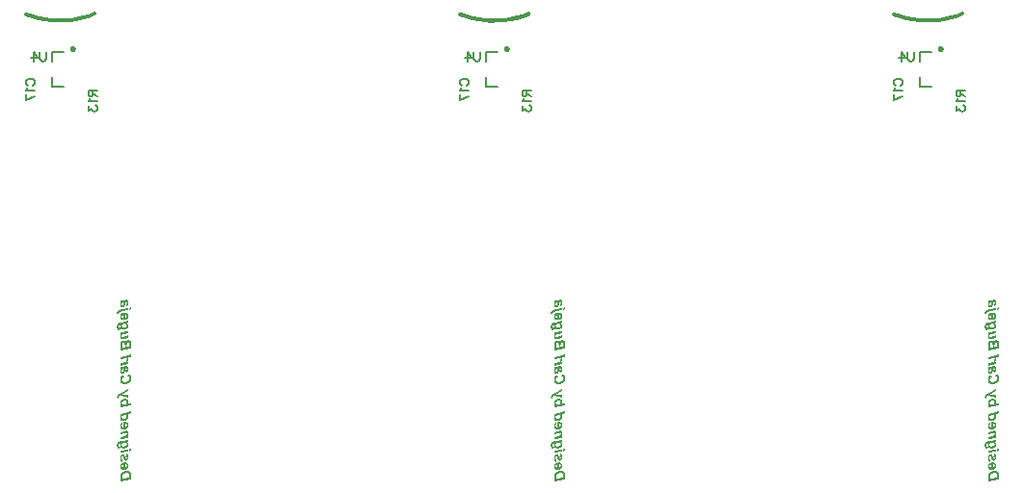
<source format=gbo>
%FSTAX23Y23*%
%MOIN*%
%SFA1B1*%

%IPPOS*%
%ADD14C,0.009843*%
%ADD41C,0.005905*%
%ADD45C,0.013780*%
%ADD47C,0.007874*%
%LNpcb4-1*%
%LPD*%
G36*
X07176Y04888D02*
X07177Y04888D01*
X07178Y04887*
X07178Y04887*
X07179Y04886*
X07179Y04886*
X0718Y04886*
X0718Y04886*
Y04885*
X0718Y04885*
X07181Y04884*
X07181Y04883*
X07181Y04882*
X07182Y04881*
X07182Y04879*
X07182Y04879*
Y04878*
X07182Y04878*
Y04877*
X07182Y04876*
X07182Y04874*
X07181Y04873*
X07181Y04872*
X07181Y04871*
X07181Y04871*
X07181Y0487*
X0718Y0487*
X0718Y0487*
X0718Y04869*
X0718Y04869*
X0718Y04869*
Y04869*
X07179Y04868*
X07178Y04867*
X07177Y04866*
X07176Y04866*
X07175Y04865*
X07175Y04865*
X07174Y04865*
X07174Y04865*
X07174Y04865*
X07174*
X07173Y04872*
X07174Y04872*
X07174Y04873*
X07175Y04873*
X07175Y04873*
X07175Y04873*
X07176Y04874*
X07176Y04874*
X07176Y04874*
X07176Y04874*
X07176Y04875*
X07176Y04876*
X07177Y04876*
X07177Y04877*
Y04877*
X07177Y04878*
X07176Y04878*
X07176Y04879*
X07176Y04879*
X07176Y04879*
X07176Y0488*
X07176Y0488*
X07176Y0488*
X07175Y0488*
X07175Y0488*
X07175Y04881*
X07174Y04881*
X07174Y04881*
X07174Y04881*
X07174*
X07174*
X07173*
X07173Y04881*
X07172Y04881*
X07172Y0488*
X07172Y0488*
X07171Y0488*
X07171*
X07171Y0488*
X07171Y04879*
X07171Y04879*
X07171Y04878*
X07171Y04877*
X0717Y04876*
X0717Y04875*
X0717Y04874*
X0717Y04874*
Y04874*
X0717Y04873*
Y04873*
X0717Y04872*
X0717Y04871*
X0717Y0487*
X07169Y04869*
X07169Y04868*
X07169Y04867*
X07169Y04867*
X07169Y04866*
X07168Y04866*
X07168Y04865*
X07168Y04865*
X07168Y04865*
X07167Y04865*
X07167Y04864*
X07167Y04864*
Y04864*
X07166Y04863*
X07165Y04863*
X07164Y04862*
X07163Y04862*
X07162Y04862*
X07162Y04862*
X07161*
X07161Y04862*
X07161*
X07161*
X07161*
X0716Y04862*
X07158Y04862*
X07157Y04862*
X07157Y04863*
X07156Y04863*
X07155Y04864*
X07155Y04864*
X07155Y04864*
X07154Y04865*
X07154Y04866*
X07153Y04867*
X07153Y04868*
X07153Y04868*
X07153Y04869*
X07153Y04869*
Y0487*
X07153Y04871*
X07153Y04871*
X07153Y04872*
X07153Y04873*
X07153Y04873*
X07154Y04874*
X07154Y04874*
X07154Y04874*
X07154Y04875*
X07155Y04876*
X07155Y04876*
X07155Y04877*
X07156Y04877*
X07156Y04878*
X07156Y04878*
X07157Y04878*
X07155Y04878*
X07155Y04878*
X07154Y04878*
X07154Y04878*
X07154Y04878*
X07153Y04878*
X07153*
Y04886*
X07154Y04886*
X07155Y04885*
X07156Y04885*
X07156Y04885*
X07157*
X07157Y04885*
X07157*
X07157*
X07158*
X07158Y04885*
X07159Y04885*
X0716Y04886*
X07162Y04886*
X07163Y04886*
X07163Y04886*
X07164Y04886*
X07164Y04886*
X07164Y04886*
X07164Y04886*
X07164*
X07165Y04886*
X07166Y04887*
X07167Y04887*
X07168Y04887*
X07169Y04887*
X07169Y04887*
X0717Y04887*
X0717Y04887*
X07171Y04888*
X07171Y04888*
X07171*
X07172Y04888*
X07172Y04888*
X07172*
X07173Y04888*
X07173Y04888*
X07174Y04888*
X07174*
X07174*
X07174*
X07174*
X07175*
X07176Y04888*
G37*
G36*
X05676D02*
X05677Y04888D01*
X05678Y04887*
X05678Y04887*
X05679Y04886*
X05679Y04886*
X0568Y04886*
X0568Y04886*
Y04885*
X0568Y04885*
X05681Y04884*
X05681Y04883*
X05681Y04882*
X05682Y04881*
X05682Y04879*
X05682Y04879*
Y04878*
X05682Y04878*
Y04877*
X05682Y04876*
X05682Y04874*
X05681Y04873*
X05681Y04872*
X05681Y04871*
X05681Y04871*
X05681Y0487*
X0568Y0487*
X0568Y0487*
X0568Y04869*
X0568Y04869*
X0568Y04869*
Y04869*
X05679Y04868*
X05678Y04867*
X05677Y04866*
X05676Y04866*
X05675Y04865*
X05675Y04865*
X05674Y04865*
X05674Y04865*
X05674Y04865*
X05674*
X05673Y04872*
X05674Y04872*
X05674Y04873*
X05675Y04873*
X05675Y04873*
X05675Y04873*
X05676Y04874*
X05676Y04874*
X05676Y04874*
X05676Y04874*
X05676Y04875*
X05676Y04876*
X05677Y04876*
X05677Y04877*
Y04877*
X05677Y04878*
X05676Y04878*
X05676Y04879*
X05676Y04879*
X05676Y04879*
X05676Y0488*
X05676Y0488*
X05676Y0488*
X05675Y0488*
X05675Y0488*
X05675Y04881*
X05674Y04881*
X05674Y04881*
X05674Y04881*
X05674*
X05674*
X05673*
X05673Y04881*
X05672Y04881*
X05672Y0488*
X05672Y0488*
X05671Y0488*
X05671*
X05671Y0488*
X05671Y04879*
X05671Y04879*
X05671Y04878*
X05671Y04877*
X0567Y04876*
X0567Y04875*
X0567Y04874*
X0567Y04874*
Y04874*
X0567Y04873*
Y04873*
X0567Y04872*
X0567Y04871*
X0567Y0487*
X05669Y04869*
X05669Y04868*
X05669Y04867*
X05669Y04867*
X05669Y04866*
X05668Y04866*
X05668Y04865*
X05668Y04865*
X05668Y04865*
X05667Y04865*
X05667Y04864*
X05667Y04864*
Y04864*
X05666Y04863*
X05665Y04863*
X05664Y04862*
X05663Y04862*
X05662Y04862*
X05662Y04862*
X05661*
X05661Y04862*
X05661*
X05661*
X05661*
X0566Y04862*
X05658Y04862*
X05657Y04862*
X05657Y04863*
X05656Y04863*
X05655Y04864*
X05655Y04864*
X05655Y04864*
X05654Y04865*
X05654Y04866*
X05653Y04867*
X05653Y04868*
X05653Y04868*
X05653Y04869*
X05653Y04869*
Y0487*
X05653Y04871*
X05653Y04871*
X05653Y04872*
X05653Y04873*
X05653Y04873*
X05654Y04874*
X05654Y04874*
X05654Y04874*
X05654Y04875*
X05655Y04876*
X05655Y04876*
X05655Y04877*
X05656Y04877*
X05656Y04878*
X05656Y04878*
X05657Y04878*
X05655Y04878*
X05655Y04878*
X05654Y04878*
X05654Y04878*
X05654Y04878*
X05653Y04878*
X05653*
Y04886*
X05654Y04886*
X05655Y04885*
X05656Y04885*
X05656Y04885*
X05657*
X05657Y04885*
X05657*
X05657*
X05658*
X05658Y04885*
X05659Y04885*
X0566Y04886*
X05662Y04886*
X05663Y04886*
X05663Y04886*
X05664Y04886*
X05664Y04886*
X05664Y04886*
X05664Y04886*
X05664*
X05665Y04886*
X05666Y04887*
X05667Y04887*
X05668Y04887*
X05669Y04887*
X05669Y04887*
X0567Y04887*
X0567Y04887*
X05671Y04888*
X05671Y04888*
X05671*
X05672Y04888*
X05672Y04888*
X05672*
X05673Y04888*
X05673Y04888*
X05674Y04888*
X05674*
X05674*
X05674*
X05674*
X05675*
X05676Y04888*
G37*
G36*
X04176D02*
X04177Y04888D01*
X04178Y04887*
X04178Y04887*
X04179Y04886*
X04179Y04886*
X0418Y04886*
X0418Y04886*
Y04885*
X0418Y04885*
X04181Y04884*
X04181Y04883*
X04181Y04882*
X04182Y04881*
X04182Y04879*
X04182Y04879*
Y04878*
X04182Y04878*
Y04877*
X04182Y04876*
X04182Y04874*
X04181Y04873*
X04181Y04872*
X04181Y04871*
X04181Y04871*
X04181Y0487*
X0418Y0487*
X0418Y0487*
X0418Y04869*
X0418Y04869*
X0418Y04869*
Y04869*
X04179Y04868*
X04178Y04867*
X04177Y04866*
X04176Y04866*
X04175Y04865*
X04175Y04865*
X04174Y04865*
X04174Y04865*
X04174Y04865*
X04174*
X04173Y04872*
X04174Y04872*
X04174Y04873*
X04175Y04873*
X04175Y04873*
X04175Y04873*
X04176Y04874*
X04176Y04874*
X04176Y04874*
X04176Y04874*
X04176Y04875*
X04176Y04876*
X04177Y04876*
X04177Y04877*
Y04877*
X04177Y04878*
X04176Y04878*
X04176Y04879*
X04176Y04879*
X04176Y04879*
X04176Y0488*
X04176Y0488*
X04176Y0488*
X04175Y0488*
X04175Y0488*
X04175Y04881*
X04174Y04881*
X04174Y04881*
X04174Y04881*
X04174*
X04174*
X04173*
X04173Y04881*
X04172Y04881*
X04172Y0488*
X04172Y0488*
X04171Y0488*
X04171*
X04171Y0488*
X04171Y04879*
X04171Y04879*
X04171Y04878*
X04171Y04877*
X0417Y04876*
X0417Y04875*
X0417Y04874*
X0417Y04874*
Y04874*
X0417Y04873*
Y04873*
X0417Y04872*
X0417Y04871*
X0417Y0487*
X04169Y04869*
X04169Y04868*
X04169Y04867*
X04169Y04867*
X04169Y04866*
X04168Y04866*
X04168Y04865*
X04168Y04865*
X04168Y04865*
X04167Y04865*
X04167Y04864*
X04167Y04864*
Y04864*
X04166Y04863*
X04165Y04863*
X04164Y04862*
X04163Y04862*
X04162Y04862*
X04162Y04862*
X04161*
X04161Y04862*
X04161*
X04161*
X04161*
X0416Y04862*
X04158Y04862*
X04157Y04862*
X04157Y04863*
X04156Y04863*
X04155Y04864*
X04155Y04864*
X04155Y04864*
X04154Y04865*
X04154Y04866*
X04153Y04867*
X04153Y04868*
X04153Y04868*
X04153Y04869*
X04153Y04869*
Y0487*
X04153Y04871*
X04153Y04871*
X04153Y04872*
X04153Y04873*
X04153Y04873*
X04154Y04874*
X04154Y04874*
X04154Y04874*
X04154Y04875*
X04155Y04876*
X04155Y04876*
X04155Y04877*
X04156Y04877*
X04156Y04878*
X04156Y04878*
X04157Y04878*
X04155Y04878*
X04155Y04878*
X04154Y04878*
X04154Y04878*
X04154Y04878*
X04153Y04878*
X04153*
Y04886*
X04154Y04886*
X04155Y04885*
X04156Y04885*
X04156Y04885*
X04157*
X04157Y04885*
X04157*
X04157*
X04158*
X04158Y04885*
X04159Y04885*
X0416Y04886*
X04162Y04886*
X04163Y04886*
X04163Y04886*
X04164Y04886*
X04164Y04886*
X04164Y04886*
X04164Y04886*
X04164*
X04165Y04886*
X04166Y04887*
X04167Y04887*
X04168Y04887*
X04169Y04887*
X04169Y04887*
X0417Y04887*
X0417Y04887*
X04171Y04888*
X04171Y04888*
X04171*
X04172Y04888*
X04172Y04888*
X04172*
X04173Y04888*
X04173Y04888*
X04174Y04888*
X04174*
X04174*
X04174*
X04174*
X04175*
X04176Y04888*
G37*
G36*
X07192Y04855D02*
X07185Y04853D01*
Y04861*
X07192Y04862*
Y04855*
G37*
G36*
X05692D02*
X05685Y04853D01*
Y04861*
X05692Y04862*
Y04855*
G37*
G36*
X04192D02*
X04185Y04853D01*
Y04861*
X04192Y04862*
Y04855*
G37*
G36*
X07181Y04852D02*
X07158Y04848D01*
X07157Y04847*
X07156Y04847*
X07155Y04847*
X07154Y04846*
X07153Y04846*
X07152Y04846*
X07152Y04846*
X07151Y04846*
X07151Y04845*
X07151Y04845*
X0715Y04845*
X0715Y04845*
X0715Y04845*
X0715Y04845*
X0715Y04845*
X07149Y04844*
X07149Y04844*
X07149Y04843*
X07149Y04843*
X07149Y04843*
Y04842*
X07149Y04841*
X07149Y04841*
X07149Y0484*
X07149Y0484*
X07149Y04839*
X07149Y04839*
Y04839*
X07143Y04838*
X07143Y04839*
X07142Y0484*
X07142Y04841*
X07142Y04842*
X07142Y04842*
X07142Y04843*
Y04844*
X07142Y04845*
X07142Y04845*
X07142Y04846*
X07143Y04847*
X07143Y04848*
X07143Y04848*
X07143Y04849*
X07144Y04849*
X07144Y0485*
X07144Y0485*
X07145Y0485*
X07145Y04851*
X07145Y04851*
X07145Y04851*
X07145Y04851*
X07145*
X07146Y04851*
X07147Y04852*
X07147Y04852*
X07148Y04852*
X07149Y04853*
X0715Y04853*
X07152Y04854*
X07153Y04854*
X07154Y04854*
X07155Y04854*
X07156Y04855*
X07157Y04855*
X07157Y04855*
X07157Y04855*
X07157*
X07181Y0486*
Y04852*
G37*
G36*
X05681D02*
X05658Y04848D01*
X05657Y04847*
X05656Y04847*
X05655Y04847*
X05654Y04846*
X05653Y04846*
X05652Y04846*
X05652Y04846*
X05651Y04846*
X05651Y04845*
X05651Y04845*
X0565Y04845*
X0565Y04845*
X0565Y04845*
X0565Y04845*
X0565Y04845*
X05649Y04844*
X05649Y04844*
X05649Y04843*
X05649Y04843*
X05649Y04843*
Y04842*
X05649Y04841*
X05649Y04841*
X05649Y0484*
X05649Y0484*
X05649Y04839*
X05649Y04839*
Y04839*
X05643Y04838*
X05643Y04839*
X05642Y0484*
X05642Y04841*
X05642Y04842*
X05642Y04842*
X05642Y04843*
Y04844*
X05642Y04845*
X05642Y04845*
X05642Y04846*
X05643Y04847*
X05643Y04848*
X05643Y04848*
X05643Y04849*
X05644Y04849*
X05644Y0485*
X05644Y0485*
X05645Y0485*
X05645Y04851*
X05645Y04851*
X05645Y04851*
X05645Y04851*
X05645*
X05646Y04851*
X05647Y04852*
X05647Y04852*
X05648Y04852*
X05649Y04853*
X0565Y04853*
X05652Y04854*
X05653Y04854*
X05654Y04854*
X05655Y04854*
X05656Y04855*
X05657Y04855*
X05657Y04855*
X05657Y04855*
X05657*
X05681Y0486*
Y04852*
G37*
G36*
X04181D02*
X04158Y04848D01*
X04157Y04847*
X04156Y04847*
X04155Y04847*
X04154Y04846*
X04153Y04846*
X04152Y04846*
X04152Y04846*
X04151Y04846*
X04151Y04845*
X04151Y04845*
X0415Y04845*
X0415Y04845*
X0415Y04845*
X0415Y04845*
X0415Y04845*
X04149Y04844*
X04149Y04844*
X04149Y04843*
X04149Y04843*
X04149Y04843*
Y04842*
X04149Y04841*
X04149Y04841*
X04149Y0484*
X04149Y0484*
X04149Y04839*
X04149Y04839*
Y04839*
X04143Y04838*
X04143Y04839*
X04142Y0484*
X04142Y04841*
X04142Y04842*
X04142Y04842*
X04142Y04843*
Y04844*
X04142Y04845*
X04142Y04845*
X04142Y04846*
X04143Y04847*
X04143Y04848*
X04143Y04848*
X04143Y04849*
X04144Y04849*
X04144Y0485*
X04144Y0485*
X04145Y0485*
X04145Y04851*
X04145Y04851*
X04145Y04851*
X04145Y04851*
X04145*
X04146Y04851*
X04147Y04852*
X04147Y04852*
X04148Y04852*
X04149Y04853*
X0415Y04853*
X04152Y04854*
X04153Y04854*
X04154Y04854*
X04155Y04854*
X04156Y04855*
X04157Y04855*
X04157Y04855*
X04157Y04855*
X04157*
X04181Y0486*
Y04852*
G37*
G36*
X07171Y04844D02*
X07172Y04844D01*
X07173Y04844*
X07174Y04844*
X07174Y04844*
X07175Y04843*
X07176Y04843*
X07176Y04843*
X07177Y04843*
X07177Y04842*
X07178Y04842*
X07178Y04842*
X07178Y04842*
X07179Y04841*
X07179Y04841*
X07179Y04841*
X07179Y04841*
X0718Y0484*
X0718Y04839*
X07181Y04839*
X07181Y04837*
X07182Y04836*
X07182Y04835*
X07182Y04834*
X07182Y04834*
X07182Y04834*
Y04833*
X07182Y04832*
X07182Y0483*
X07181Y04829*
X07181Y04828*
X07181Y04827*
X0718Y04826*
X0718Y04825*
X07179Y04824*
X07178Y04823*
X07178Y04823*
X07177Y04822*
X07177Y04822*
X07176Y04821*
X07176Y04821*
X07176Y04821*
X07176Y04821*
X07175Y0482*
X07174Y0482*
X07173Y04819*
X07172Y04819*
X07171Y04818*
X07169Y04818*
X07168Y04818*
X07168Y04818*
X07167Y04818*
X07167Y04818*
X07166Y04818*
X07166*
X07166*
X07166*
X07165Y04818*
X07164Y04818*
X07163Y04818*
X07162Y04818*
X07161Y04819*
X0716Y04819*
X07159Y04819*
X07159Y04819*
X07158Y0482*
X07158Y0482*
X07157Y0482*
X07157Y04821*
X07157Y04821*
X07156Y04821*
X07156Y04821*
X07156Y04821*
X07156Y04822*
X07155Y04823*
X07155Y04823*
X07154Y04824*
X07154Y04825*
X07154Y04826*
X07153Y04827*
X07153Y04828*
X07153Y04828*
X07153Y04829*
X07153Y04829*
X07153Y0483*
Y0483*
X07153Y04832*
X07153Y04833*
X07153Y04834*
X07154Y04836*
X07154Y04836*
X07154Y04837*
X07154Y04837*
X07155Y04837*
X07155Y04838*
X07155Y04838*
Y04838*
X07156Y04839*
X07157Y0484*
X07158Y04841*
X07159Y04842*
X07159Y04842*
X0716Y04842*
X0716Y04843*
X0716Y04843*
X07161Y04843*
X07161Y04843*
X07161*
X07162Y04836*
X07161Y04836*
X07161Y04835*
X0716Y04835*
X0716Y04834*
X07159Y04834*
X07159Y04834*
X07159Y04833*
X07158Y04832*
X07158Y04831*
X07158Y04831*
Y0483*
X07158Y0483*
X07158Y04829*
X07159Y04828*
X07159Y04828*
X07159Y04827*
X0716Y04827*
X0716Y04827*
X0716Y04826*
X07161Y04826*
X07161Y04826*
X07162Y04825*
X07163Y04825*
X07163Y04825*
X07164Y04825*
X07164*
X07164*
X07164*
X07165*
X07165Y04825*
X07165*
X07165*
Y04844*
X07167Y04844*
X07168Y04844*
X07168Y04844*
X07169Y04844*
X07169*
X0717*
X0717*
X0717*
X07171Y04844*
G37*
G36*
X05671D02*
X05672Y04844D01*
X05673Y04844*
X05674Y04844*
X05674Y04844*
X05675Y04843*
X05676Y04843*
X05676Y04843*
X05677Y04843*
X05677Y04842*
X05678Y04842*
X05678Y04842*
X05678Y04842*
X05679Y04841*
X05679Y04841*
X05679Y04841*
X05679Y04841*
X0568Y0484*
X0568Y04839*
X05681Y04839*
X05681Y04837*
X05682Y04836*
X05682Y04835*
X05682Y04834*
X05682Y04834*
X05682Y04834*
Y04833*
X05682Y04832*
X05682Y0483*
X05681Y04829*
X05681Y04828*
X05681Y04827*
X0568Y04826*
X0568Y04825*
X05679Y04824*
X05678Y04823*
X05678Y04823*
X05677Y04822*
X05677Y04822*
X05676Y04821*
X05676Y04821*
X05676Y04821*
X05676Y04821*
X05675Y0482*
X05674Y0482*
X05673Y04819*
X05672Y04819*
X05671Y04818*
X05669Y04818*
X05668Y04818*
X05668Y04818*
X05667Y04818*
X05667Y04818*
X05666Y04818*
X05666*
X05666*
X05666*
X05665Y04818*
X05664Y04818*
X05663Y04818*
X05662Y04818*
X05661Y04819*
X0566Y04819*
X05659Y04819*
X05659Y04819*
X05658Y0482*
X05658Y0482*
X05657Y0482*
X05657Y04821*
X05657Y04821*
X05656Y04821*
X05656Y04821*
X05656Y04821*
X05656Y04822*
X05655Y04823*
X05655Y04823*
X05654Y04824*
X05654Y04825*
X05654Y04826*
X05653Y04827*
X05653Y04828*
X05653Y04828*
X05653Y04829*
X05653Y04829*
X05653Y0483*
Y0483*
X05653Y04832*
X05653Y04833*
X05653Y04834*
X05654Y04836*
X05654Y04836*
X05654Y04837*
X05654Y04837*
X05655Y04837*
X05655Y04838*
X05655Y04838*
Y04838*
X05656Y04839*
X05657Y0484*
X05658Y04841*
X05659Y04842*
X05659Y04842*
X0566Y04842*
X0566Y04843*
X0566Y04843*
X05661Y04843*
X05661Y04843*
X05661*
X05662Y04836*
X05661Y04836*
X05661Y04835*
X0566Y04835*
X0566Y04834*
X05659Y04834*
X05659Y04834*
X05659Y04833*
X05658Y04832*
X05658Y04831*
X05658Y04831*
Y0483*
X05658Y0483*
X05658Y04829*
X05659Y04828*
X05659Y04828*
X05659Y04827*
X0566Y04827*
X0566Y04827*
X0566Y04826*
X05661Y04826*
X05661Y04826*
X05662Y04825*
X05663Y04825*
X05663Y04825*
X05664Y04825*
X05664*
X05664*
X05664*
X05665*
X05665Y04825*
X05665*
X05665*
Y04844*
X05667Y04844*
X05668Y04844*
X05668Y04844*
X05669Y04844*
X05669*
X0567*
X0567*
X0567*
X05671Y04844*
G37*
G36*
X04171D02*
X04172Y04844D01*
X04173Y04844*
X04174Y04844*
X04174Y04844*
X04175Y04843*
X04176Y04843*
X04176Y04843*
X04177Y04843*
X04177Y04842*
X04178Y04842*
X04178Y04842*
X04178Y04842*
X04179Y04841*
X04179Y04841*
X04179Y04841*
X04179Y04841*
X0418Y0484*
X0418Y04839*
X04181Y04839*
X04181Y04837*
X04182Y04836*
X04182Y04835*
X04182Y04834*
X04182Y04834*
X04182Y04834*
Y04833*
X04182Y04832*
X04182Y0483*
X04181Y04829*
X04181Y04828*
X04181Y04827*
X0418Y04826*
X0418Y04825*
X04179Y04824*
X04178Y04823*
X04178Y04823*
X04177Y04822*
X04177Y04822*
X04176Y04821*
X04176Y04821*
X04176Y04821*
X04176Y04821*
X04175Y0482*
X04174Y0482*
X04173Y04819*
X04172Y04819*
X04171Y04818*
X04169Y04818*
X04168Y04818*
X04168Y04818*
X04167Y04818*
X04167Y04818*
X04166Y04818*
X04166*
X04166*
X04166*
X04165Y04818*
X04164Y04818*
X04163Y04818*
X04162Y04818*
X04161Y04819*
X0416Y04819*
X04159Y04819*
X04159Y04819*
X04158Y0482*
X04158Y0482*
X04157Y0482*
X04157Y04821*
X04157Y04821*
X04156Y04821*
X04156Y04821*
X04156Y04821*
X04156Y04822*
X04155Y04823*
X04155Y04823*
X04154Y04824*
X04154Y04825*
X04154Y04826*
X04153Y04827*
X04153Y04828*
X04153Y04828*
X04153Y04829*
X04153Y04829*
X04153Y0483*
Y0483*
X04153Y04832*
X04153Y04833*
X04153Y04834*
X04154Y04836*
X04154Y04836*
X04154Y04837*
X04154Y04837*
X04155Y04837*
X04155Y04838*
X04155Y04838*
Y04838*
X04156Y04839*
X04157Y0484*
X04158Y04841*
X04159Y04842*
X04159Y04842*
X0416Y04842*
X0416Y04843*
X0416Y04843*
X04161Y04843*
X04161Y04843*
X04161*
X04162Y04836*
X04161Y04836*
X04161Y04835*
X0416Y04835*
X0416Y04834*
X04159Y04834*
X04159Y04834*
X04159Y04833*
X04158Y04832*
X04158Y04831*
X04158Y04831*
Y0483*
X04158Y0483*
X04158Y04829*
X04159Y04828*
X04159Y04828*
X04159Y04827*
X0416Y04827*
X0416Y04827*
X0416Y04826*
X04161Y04826*
X04161Y04826*
X04162Y04825*
X04163Y04825*
X04163Y04825*
X04164Y04825*
X04164*
X04164*
X04164*
X04165*
X04165Y04825*
X04165*
X04165*
Y04844*
X04167Y04844*
X04168Y04844*
X04168Y04844*
X04169Y04844*
X04169*
X0417*
X0417*
X0417*
X04171Y04844*
G37*
G36*
X07181Y04808D02*
X07176Y04807D01*
X07177Y04807*
X07178Y04806*
X07179Y04805*
X07179Y04805*
X0718Y04804*
X0718Y04804*
X0718Y04804*
X0718Y04803*
X07181Y04803*
X07181Y04802*
X07182Y04801*
X07182Y048*
X07182Y04799*
X07182Y04799*
Y04798*
X07182Y04797*
X07182Y04796*
X07181Y04795*
X07181Y04794*
X07181Y04793*
X0718Y04792*
X0718Y04792*
X0718Y04792*
X0718Y04792*
Y04792*
X07179Y04791*
X07178Y0479*
X07177Y04789*
X07176Y04788*
X07175Y04788*
X07175Y04787*
X07174Y04787*
X07174Y04787*
X07174Y04787*
X07174Y04787*
X07174*
X07172Y04786*
X07171Y04786*
X07169Y04786*
X07168Y04785*
X07167Y04785*
X07166Y04785*
X07166Y04785*
X07165*
X07165Y04785*
X07165*
X07165*
X07165*
X07164Y04785*
X07163Y04785*
X07162Y04785*
X07161Y04786*
X0716Y04786*
X0716Y04786*
X07159Y04786*
X07158Y04786*
X07158Y04787*
X07157Y04787*
X07157Y04787*
X07157Y04787*
X07156Y04787*
X07156Y04788*
X07156Y04788*
X07156*
X07156Y04788*
X07155Y04789*
X07155Y04789*
X07155Y0479*
X07154Y04791*
X07154Y04792*
X07153Y04793*
X07153Y04793*
X07153Y04794*
X07153Y04794*
Y04794*
X07153Y04795*
X07153Y04796*
X07154Y04798*
X07154Y04799*
X07155Y048*
X07155Y04801*
X07156Y04801*
X07156Y04802*
X07156Y04802*
X07156Y04802*
X07156Y04803*
X07156Y04803*
X07157Y04803*
X07155Y04803*
X07154Y04802*
X07153Y04802*
X07152Y04802*
X07152Y04802*
X07151Y04802*
X07151Y04802*
X07151Y04802*
X07151*
X0715Y04801*
X0715Y04801*
X07149Y04801*
X07149Y048*
X07149Y048*
X07149Y048*
X07149Y048*
X07149Y048*
X07148Y04799*
X07148Y04798*
X07148Y04798*
X07148Y04797*
X07148Y04796*
X07148Y04796*
Y04795*
X07148Y04795*
X07148Y04794*
X07148Y04794*
X07148Y04794*
X07148Y04793*
X07148Y04793*
Y04793*
X07148Y04793*
X07149Y04792*
X07149Y04792*
X07149Y04792*
X07149Y04792*
X0715Y04792*
X0715Y04792*
X0715Y04792*
X07151*
X07151*
X07151*
X07152Y04784*
X07152Y04784*
X07151Y04783*
X07151*
X07151*
X0715Y04784*
X07149Y04784*
X07149Y04784*
X07148Y04784*
X07147Y04784*
X07147Y04784*
X07146Y04785*
X07145Y04786*
X07145Y04786*
X07144Y04786*
X07144Y04786*
Y04786*
X07144Y04787*
X07143Y04788*
X07143Y04789*
X07143Y04791*
X07142Y04792*
X07142Y04793*
X07142Y04793*
X07142Y04794*
Y04794*
X07142Y04795*
Y04796*
X07142Y04797*
X07142Y04798*
X07142Y04799*
X07142Y04799*
X07143Y048*
X07143Y048*
Y048*
X07143Y04801*
X07143Y04802*
X07143Y04802*
X07143Y04803*
X07144Y04803*
X07144Y04804*
X07144Y04804*
X07144Y04804*
X07144Y04805*
X07145Y04805*
X07145Y04806*
X07145Y04806*
X07146Y04806*
X07146Y04807*
X07146Y04807*
X07146Y04807*
X07147Y04807*
X07147Y04807*
X07148Y04808*
X07149Y04808*
X07149Y04808*
X0715Y04809*
X0715Y04809*
X0715Y04809*
X07151Y04809*
X07151Y04809*
X07152Y04809*
X07154Y0481*
X07155Y0481*
X07156Y0481*
X07157Y0481*
X07157Y0481*
X07157Y04811*
X07158Y04811*
X07158Y04811*
X07158*
X07181Y04815*
Y04808*
G37*
G36*
X05681D02*
X05676Y04807D01*
X05677Y04807*
X05678Y04806*
X05679Y04805*
X05679Y04805*
X0568Y04804*
X0568Y04804*
X0568Y04804*
X0568Y04803*
X05681Y04803*
X05681Y04802*
X05682Y04801*
X05682Y048*
X05682Y04799*
X05682Y04799*
Y04798*
X05682Y04797*
X05682Y04796*
X05681Y04795*
X05681Y04794*
X05681Y04793*
X0568Y04792*
X0568Y04792*
X0568Y04792*
X0568Y04792*
Y04792*
X05679Y04791*
X05678Y0479*
X05677Y04789*
X05676Y04788*
X05675Y04788*
X05675Y04787*
X05674Y04787*
X05674Y04787*
X05674Y04787*
X05674Y04787*
X05674*
X05672Y04786*
X05671Y04786*
X05669Y04786*
X05668Y04785*
X05667Y04785*
X05666Y04785*
X05666Y04785*
X05665*
X05665Y04785*
X05665*
X05665*
X05665*
X05664Y04785*
X05663Y04785*
X05662Y04785*
X05661Y04786*
X0566Y04786*
X0566Y04786*
X05659Y04786*
X05658Y04786*
X05658Y04787*
X05657Y04787*
X05657Y04787*
X05657Y04787*
X05656Y04787*
X05656Y04788*
X05656Y04788*
X05656*
X05656Y04788*
X05655Y04789*
X05655Y04789*
X05655Y0479*
X05654Y04791*
X05654Y04792*
X05653Y04793*
X05653Y04793*
X05653Y04794*
X05653Y04794*
Y04794*
X05653Y04795*
X05653Y04796*
X05654Y04798*
X05654Y04799*
X05655Y048*
X05655Y04801*
X05656Y04801*
X05656Y04802*
X05656Y04802*
X05656Y04802*
X05656Y04803*
X05656Y04803*
X05657Y04803*
X05655Y04803*
X05654Y04802*
X05653Y04802*
X05652Y04802*
X05652Y04802*
X05651Y04802*
X05651Y04802*
X05651Y04802*
X05651*
X0565Y04801*
X0565Y04801*
X05649Y04801*
X05649Y048*
X05649Y048*
X05649Y048*
X05649Y048*
X05649Y048*
X05648Y04799*
X05648Y04798*
X05648Y04798*
X05648Y04797*
X05648Y04796*
X05648Y04796*
Y04795*
X05648Y04795*
X05648Y04794*
X05648Y04794*
X05648Y04794*
X05648Y04793*
X05648Y04793*
Y04793*
X05648Y04793*
X05649Y04792*
X05649Y04792*
X05649Y04792*
X05649Y04792*
X0565Y04792*
X0565Y04792*
X0565Y04792*
X05651*
X05651*
X05651*
X05652Y04784*
X05652Y04784*
X05651Y04783*
X05651*
X05651*
X0565Y04784*
X05649Y04784*
X05649Y04784*
X05648Y04784*
X05647Y04784*
X05647Y04784*
X05646Y04785*
X05645Y04786*
X05645Y04786*
X05644Y04786*
X05644Y04786*
Y04786*
X05644Y04787*
X05643Y04788*
X05643Y04789*
X05643Y04791*
X05642Y04792*
X05642Y04793*
X05642Y04793*
X05642Y04794*
Y04794*
X05642Y04795*
Y04796*
X05642Y04797*
X05642Y04798*
X05642Y04799*
X05642Y04799*
X05643Y048*
X05643Y048*
Y048*
X05643Y04801*
X05643Y04802*
X05643Y04802*
X05643Y04803*
X05644Y04803*
X05644Y04804*
X05644Y04804*
X05644Y04804*
X05644Y04805*
X05645Y04805*
X05645Y04806*
X05645Y04806*
X05646Y04806*
X05646Y04807*
X05646Y04807*
X05646Y04807*
X05647Y04807*
X05647Y04807*
X05648Y04808*
X05649Y04808*
X05649Y04808*
X0565Y04809*
X0565Y04809*
X0565Y04809*
X05651Y04809*
X05651Y04809*
X05652Y04809*
X05654Y0481*
X05655Y0481*
X05656Y0481*
X05657Y0481*
X05657Y0481*
X05657Y04811*
X05658Y04811*
X05658Y04811*
X05658*
X05681Y04815*
Y04808*
G37*
G36*
X04181D02*
X04176Y04807D01*
X04177Y04807*
X04178Y04806*
X04179Y04805*
X04179Y04805*
X0418Y04804*
X0418Y04804*
X0418Y04804*
X0418Y04803*
X04181Y04803*
X04181Y04802*
X04182Y04801*
X04182Y048*
X04182Y04799*
X04182Y04799*
Y04798*
X04182Y04797*
X04182Y04796*
X04181Y04795*
X04181Y04794*
X04181Y04793*
X0418Y04792*
X0418Y04792*
X0418Y04792*
X0418Y04792*
Y04792*
X04179Y04791*
X04178Y0479*
X04177Y04789*
X04176Y04788*
X04175Y04788*
X04175Y04787*
X04174Y04787*
X04174Y04787*
X04174Y04787*
X04174Y04787*
X04174*
X04172Y04786*
X04171Y04786*
X04169Y04786*
X04168Y04785*
X04167Y04785*
X04166Y04785*
X04166Y04785*
X04165*
X04165Y04785*
X04165*
X04165*
X04165*
X04164Y04785*
X04163Y04785*
X04162Y04785*
X04161Y04786*
X0416Y04786*
X0416Y04786*
X04159Y04786*
X04158Y04786*
X04158Y04787*
X04157Y04787*
X04157Y04787*
X04157Y04787*
X04156Y04787*
X04156Y04788*
X04156Y04788*
X04156*
X04156Y04788*
X04155Y04789*
X04155Y04789*
X04155Y0479*
X04154Y04791*
X04154Y04792*
X04153Y04793*
X04153Y04793*
X04153Y04794*
X04153Y04794*
Y04794*
X04153Y04795*
X04153Y04796*
X04154Y04798*
X04154Y04799*
X04155Y048*
X04155Y04801*
X04156Y04801*
X04156Y04802*
X04156Y04802*
X04156Y04802*
X04156Y04803*
X04156Y04803*
X04157Y04803*
X04155Y04803*
X04154Y04802*
X04153Y04802*
X04152Y04802*
X04152Y04802*
X04151Y04802*
X04151Y04802*
X04151Y04802*
X04151*
X0415Y04801*
X0415Y04801*
X04149Y04801*
X04149Y048*
X04149Y048*
X04149Y048*
X04149Y048*
X04149Y048*
X04148Y04799*
X04148Y04798*
X04148Y04798*
X04148Y04797*
X04148Y04796*
X04148Y04796*
Y04795*
X04148Y04795*
X04148Y04794*
X04148Y04794*
X04148Y04794*
X04148Y04793*
X04148Y04793*
Y04793*
X04148Y04793*
X04149Y04792*
X04149Y04792*
X04149Y04792*
X04149Y04792*
X0415Y04792*
X0415Y04792*
X0415Y04792*
X04151*
X04151*
X04151*
X04152Y04784*
X04152Y04784*
X04151Y04783*
X04151*
X04151*
X0415Y04784*
X04149Y04784*
X04149Y04784*
X04148Y04784*
X04147Y04784*
X04147Y04784*
X04146Y04785*
X04145Y04786*
X04145Y04786*
X04144Y04786*
X04144Y04786*
Y04786*
X04144Y04787*
X04143Y04788*
X04143Y04789*
X04143Y04791*
X04142Y04792*
X04142Y04793*
X04142Y04793*
X04142Y04794*
Y04794*
X04142Y04795*
Y04796*
X04142Y04797*
X04142Y04798*
X04142Y04799*
X04142Y04799*
X04143Y048*
X04143Y048*
Y048*
X04143Y04801*
X04143Y04802*
X04143Y04802*
X04143Y04803*
X04144Y04803*
X04144Y04804*
X04144Y04804*
X04144Y04804*
X04144Y04805*
X04145Y04805*
X04145Y04806*
X04145Y04806*
X04146Y04806*
X04146Y04807*
X04146Y04807*
X04146Y04807*
X04147Y04807*
X04147Y04807*
X04148Y04808*
X04149Y04808*
X04149Y04808*
X0415Y04809*
X0415Y04809*
X0415Y04809*
X04151Y04809*
X04151Y04809*
X04152Y04809*
X04154Y0481*
X04155Y0481*
X04156Y0481*
X04157Y0481*
X04157Y0481*
X04157Y04811*
X04158Y04811*
X04158Y04811*
X04158*
X04181Y04815*
Y04808*
G37*
G36*
X07181Y04774D02*
X07168Y04771D01*
X07167Y04771*
X07166Y0477*
X07166Y0477*
X07165Y0477*
X07165Y0477*
X07164Y0477*
X07164Y0477*
X07164*
X07164Y0477*
X07163Y04769*
X07163Y04769*
X07162Y04769*
X07162Y04769*
X07162Y04769*
X07162Y04769*
X07161Y04769*
X07161Y04768*
X0716Y04767*
X0716Y04767*
X0716Y04767*
X0716Y04767*
X0716Y04767*
X07159Y04766*
X07159Y04766*
X07159Y04765*
X07159Y04765*
X07158Y04765*
Y04765*
X07158Y04764*
X07158Y04764*
X07158Y04764*
Y04763*
X07158Y04763*
X07158Y04762*
X07159Y04762*
X07159Y04762*
X07159Y04761*
X07159Y04761*
X07159Y04761*
X07159Y04761*
X0716Y04761*
X0716Y04761*
X07161Y0476*
X07161Y0476*
X07161*
X07161*
X07161Y0476*
X07162Y04761*
X07162Y04761*
X07163Y04761*
X07164Y04761*
X07164Y04761*
X07165Y04761*
X07165*
X07165*
X07181Y04765*
Y04757*
X07166Y04754*
X07165Y04754*
X07164Y04753*
X07164Y04753*
X07163Y04753*
X07162Y04753*
X07161Y04753*
X07161Y04753*
X0716Y04753*
X0716*
X0716*
X07159Y04753*
X07158Y04753*
X07157Y04753*
X07156Y04754*
X07155Y04754*
X07155Y04754*
X07155Y04755*
X07155Y04755*
X07154Y04755*
X07154Y04756*
X07153Y04757*
X07153Y04758*
X07153Y04758*
X07153Y04759*
X07153Y04759*
Y0476*
X07153Y0476*
X07153Y04761*
X07153Y04762*
X07153Y04763*
X07154Y04765*
X07154Y04765*
X07155Y04766*
X07155Y04767*
X07156Y04767*
X07156Y04768*
X07156Y04768*
X07157Y04768*
X07157Y04769*
X07157Y04769*
X07157Y04769*
X07153Y04768*
Y04775*
X07181Y04781*
Y04774*
G37*
G36*
X05681D02*
X05668Y04771D01*
X05667Y04771*
X05666Y0477*
X05666Y0477*
X05665Y0477*
X05665Y0477*
X05664Y0477*
X05664Y0477*
X05664*
X05664Y0477*
X05663Y04769*
X05663Y04769*
X05662Y04769*
X05662Y04769*
X05662Y04769*
X05662Y04769*
X05661Y04769*
X05661Y04768*
X0566Y04767*
X0566Y04767*
X0566Y04767*
X0566Y04767*
X0566Y04767*
X05659Y04766*
X05659Y04766*
X05659Y04765*
X05659Y04765*
X05658Y04765*
Y04765*
X05658Y04764*
X05658Y04764*
X05658Y04764*
Y04763*
X05658Y04763*
X05658Y04762*
X05659Y04762*
X05659Y04762*
X05659Y04761*
X05659Y04761*
X05659Y04761*
X05659Y04761*
X0566Y04761*
X0566Y04761*
X05661Y0476*
X05661Y0476*
X05661*
X05661*
X05661Y0476*
X05662Y04761*
X05662Y04761*
X05663Y04761*
X05664Y04761*
X05664Y04761*
X05665Y04761*
X05665*
X05665*
X05681Y04765*
Y04757*
X05666Y04754*
X05665Y04754*
X05664Y04753*
X05664Y04753*
X05663Y04753*
X05662Y04753*
X05661Y04753*
X05661Y04753*
X0566Y04753*
X0566*
X0566*
X05659Y04753*
X05658Y04753*
X05657Y04753*
X05656Y04754*
X05655Y04754*
X05655Y04754*
X05655Y04755*
X05655Y04755*
X05654Y04755*
X05654Y04756*
X05653Y04757*
X05653Y04758*
X05653Y04758*
X05653Y04759*
X05653Y04759*
Y0476*
X05653Y0476*
X05653Y04761*
X05653Y04762*
X05653Y04763*
X05654Y04765*
X05654Y04765*
X05655Y04766*
X05655Y04767*
X05656Y04767*
X05656Y04768*
X05656Y04768*
X05657Y04768*
X05657Y04769*
X05657Y04769*
X05657Y04769*
X05653Y04768*
Y04775*
X05681Y04781*
Y04774*
G37*
G36*
X04181D02*
X04168Y04771D01*
X04167Y04771*
X04166Y0477*
X04166Y0477*
X04165Y0477*
X04165Y0477*
X04164Y0477*
X04164Y0477*
X04164*
X04164Y0477*
X04163Y04769*
X04163Y04769*
X04162Y04769*
X04162Y04769*
X04162Y04769*
X04162Y04769*
X04161Y04769*
X04161Y04768*
X0416Y04767*
X0416Y04767*
X0416Y04767*
X0416Y04767*
X0416Y04767*
X04159Y04766*
X04159Y04766*
X04159Y04765*
X04159Y04765*
X04158Y04765*
Y04765*
X04158Y04764*
X04158Y04764*
X04158Y04764*
Y04763*
X04158Y04763*
X04158Y04762*
X04159Y04762*
X04159Y04762*
X04159Y04761*
X04159Y04761*
X04159Y04761*
X04159Y04761*
X0416Y04761*
X0416Y04761*
X04161Y0476*
X04161Y0476*
X04161*
X04161*
X04161Y0476*
X04162Y04761*
X04162Y04761*
X04163Y04761*
X04164Y04761*
X04164Y04761*
X04165Y04761*
X04165*
X04165*
X04181Y04765*
Y04757*
X04166Y04754*
X04165Y04754*
X04164Y04753*
X04164Y04753*
X04163Y04753*
X04162Y04753*
X04161Y04753*
X04161Y04753*
X0416Y04753*
X0416*
X0416*
X04159Y04753*
X04158Y04753*
X04157Y04753*
X04156Y04754*
X04155Y04754*
X04155Y04754*
X04155Y04755*
X04155Y04755*
X04154Y04755*
X04154Y04756*
X04153Y04757*
X04153Y04758*
X04153Y04758*
X04153Y04759*
X04153Y04759*
Y0476*
X04153Y0476*
X04153Y04761*
X04153Y04762*
X04153Y04763*
X04154Y04765*
X04154Y04765*
X04155Y04766*
X04155Y04767*
X04156Y04767*
X04156Y04768*
X04156Y04768*
X04157Y04768*
X04157Y04769*
X04157Y04769*
X04157Y04769*
X04153Y04768*
Y04775*
X04181Y04781*
Y04774*
G37*
G36*
X07183Y04748D02*
X07184Y04748D01*
X07185Y04748*
X07186Y04748*
X07186Y04748*
X07186Y04748*
X07187Y04747*
X07187Y04747*
X07188Y04747*
X07188Y04747*
X07189Y04746*
X07189Y04746*
X0719Y04745*
X0719Y04745*
X0719Y04745*
X0719Y04744*
X0719Y04744*
X07191Y04743*
X07191Y04742*
X07191Y04741*
X07191Y04741*
X07192Y0474*
X07192Y0474*
Y0474*
X07192Y04739*
X07192Y04739*
X07192Y04738*
X07192Y04737*
Y04736*
X07192Y04735*
Y0472*
X07153Y04713*
Y04732*
X07153Y04733*
X07154Y04734*
X07154Y04735*
X07154Y04735*
X07154Y04736*
X07154Y04737*
X07154Y04738*
X07154Y04738*
X07154Y04739*
X07154Y04739*
X07155Y04739*
X07155Y0474*
X07155Y0474*
X07155Y0474*
Y0474*
X07155Y04741*
X07156Y04742*
X07157Y04743*
X07158Y04744*
X07158Y04745*
X07159Y04745*
X07159Y04745*
X07159Y04745*
X07159*
X0716Y04746*
X07162Y04747*
X07163Y04747*
X07164Y04747*
X07165Y04747*
X07165Y04747*
X07165Y04747*
X07165*
X07166*
X07166*
X07166*
X07167Y04747*
X07168Y04747*
X07168Y04747*
X07169Y04747*
X0717Y04746*
X0717Y04746*
X0717Y04746*
X0717Y04746*
X07171Y04745*
X07172Y04744*
X07172Y04744*
X07173Y04743*
X07173Y04742*
X07173Y04742*
X07173Y04741*
X07173Y04741*
Y04741*
X07174Y04742*
X07174Y04744*
X07175Y04745*
X07176Y04745*
X07176Y04746*
X07177Y04746*
X07177Y04747*
X07177Y04747*
X07178Y04747*
X07179Y04748*
X0718Y04748*
X07181Y04748*
X07181Y04748*
X07182Y04748*
X07182*
X07182*
X07182*
X07183*
X07183Y04748*
G37*
G36*
X05683D02*
X05684Y04748D01*
X05685Y04748*
X05686Y04748*
X05686Y04748*
X05686Y04748*
X05687Y04747*
X05687Y04747*
X05688Y04747*
X05688Y04747*
X05689Y04746*
X05689Y04746*
X0569Y04745*
X0569Y04745*
X0569Y04745*
X0569Y04744*
X0569Y04744*
X05691Y04743*
X05691Y04742*
X05691Y04741*
X05691Y04741*
X05692Y0474*
X05692Y0474*
Y0474*
X05692Y04739*
X05692Y04739*
X05692Y04738*
X05692Y04737*
Y04736*
X05692Y04735*
Y0472*
X05653Y04713*
Y04732*
X05653Y04733*
X05654Y04734*
X05654Y04735*
X05654Y04735*
X05654Y04736*
X05654Y04737*
X05654Y04738*
X05654Y04738*
X05654Y04739*
X05654Y04739*
X05655Y04739*
X05655Y0474*
X05655Y0474*
X05655Y0474*
Y0474*
X05655Y04741*
X05656Y04742*
X05657Y04743*
X05658Y04744*
X05658Y04745*
X05659Y04745*
X05659Y04745*
X05659Y04745*
X05659*
X0566Y04746*
X05662Y04747*
X05663Y04747*
X05664Y04747*
X05665Y04747*
X05665Y04747*
X05665Y04747*
X05665*
X05666*
X05666*
X05666*
X05667Y04747*
X05668Y04747*
X05668Y04747*
X05669Y04747*
X0567Y04746*
X0567Y04746*
X0567Y04746*
X0567Y04746*
X05671Y04745*
X05672Y04744*
X05672Y04744*
X05673Y04743*
X05673Y04742*
X05673Y04742*
X05673Y04741*
X05673Y04741*
Y04741*
X05674Y04742*
X05674Y04744*
X05675Y04745*
X05676Y04745*
X05676Y04746*
X05677Y04746*
X05677Y04747*
X05677Y04747*
X05678Y04747*
X05679Y04748*
X0568Y04748*
X05681Y04748*
X05681Y04748*
X05682Y04748*
X05682*
X05682*
X05682*
X05683*
X05683Y04748*
G37*
G36*
X04183D02*
X04184Y04748D01*
X04185Y04748*
X04186Y04748*
X04186Y04748*
X04186Y04748*
X04187Y04747*
X04187Y04747*
X04188Y04747*
X04188Y04747*
X04189Y04746*
X04189Y04746*
X0419Y04745*
X0419Y04745*
X0419Y04745*
X0419Y04744*
X0419Y04744*
X04191Y04743*
X04191Y04742*
X04191Y04741*
X04191Y04741*
X04192Y0474*
X04192Y0474*
Y0474*
X04192Y04739*
X04192Y04739*
X04192Y04738*
X04192Y04737*
Y04736*
X04192Y04735*
Y0472*
X04153Y04713*
Y04732*
X04153Y04733*
X04154Y04734*
X04154Y04735*
X04154Y04735*
X04154Y04736*
X04154Y04737*
X04154Y04738*
X04154Y04738*
X04154Y04739*
X04154Y04739*
X04155Y04739*
X04155Y0474*
X04155Y0474*
X04155Y0474*
Y0474*
X04155Y04741*
X04156Y04742*
X04157Y04743*
X04158Y04744*
X04158Y04745*
X04159Y04745*
X04159Y04745*
X04159Y04745*
X04159*
X0416Y04746*
X04162Y04747*
X04163Y04747*
X04164Y04747*
X04165Y04747*
X04165Y04747*
X04165Y04747*
X04165*
X04166*
X04166*
X04166*
X04167Y04747*
X04168Y04747*
X04168Y04747*
X04169Y04747*
X0417Y04746*
X0417Y04746*
X0417Y04746*
X0417Y04746*
X04171Y04745*
X04172Y04744*
X04172Y04744*
X04173Y04743*
X04173Y04742*
X04173Y04742*
X04173Y04741*
X04173Y04741*
Y04741*
X04174Y04742*
X04174Y04744*
X04175Y04745*
X04176Y04745*
X04176Y04746*
X04177Y04746*
X04177Y04747*
X04177Y04747*
X04178Y04747*
X04179Y04748*
X0418Y04748*
X04181Y04748*
X04181Y04748*
X04182Y04748*
X04182*
X04182*
X04182*
X04183*
X04183Y04748*
G37*
G36*
X07192Y04691D02*
X07153Y04683D01*
Y0469*
X07192Y04698*
Y04691*
G37*
G36*
X05692D02*
X05653Y04683D01*
Y0469*
X05692Y04698*
Y04691*
G37*
G36*
X04192D02*
X04153Y04683D01*
Y0469*
X04192Y04698*
Y04691*
G37*
G36*
X07181Y04684D02*
X07182Y04684D01*
X07182Y04683*
X07182Y04683*
X07182Y04682*
X07182Y04682*
Y04682*
X07182Y04681*
X07182Y0468*
X07181Y04679*
X07181Y04678*
X07181Y04678*
X0718Y04677*
X07179Y04676*
X07178Y04675*
X07178Y04675*
X07177Y04674*
X07177Y04674*
X07177Y04674*
X07176Y04673*
X07176Y04673*
X07176Y04673*
X07181Y04674*
Y04667*
X07153Y04661*
Y04669*
X07162Y04671*
X07163Y04671*
X07164Y04671*
X07165Y04671*
X07166Y04671*
X07166Y04672*
X07167Y04672*
X07168Y04672*
X07168Y04672*
X07168Y04672*
X07169Y04672*
X07169Y04673*
X07169Y04673*
X0717Y04673*
X0717Y04673*
X0717Y04673*
X07171Y04673*
X07172Y04674*
X07172Y04674*
X07173Y04675*
X07173Y04675*
X07174Y04676*
X07174Y04676*
X07174Y04676*
X07174Y04677*
X07175Y04677*
X07175Y04678*
X07175Y04679*
X07175Y04679*
X07175Y0468*
Y0468*
X07175Y04681*
X07175Y04682*
X07175Y04682*
X07175Y04682*
X07175Y04682*
Y04682*
X07181Y04685*
X07181Y04684*
G37*
G36*
X05681D02*
X05682Y04684D01*
X05682Y04683*
X05682Y04683*
X05682Y04682*
X05682Y04682*
Y04682*
X05682Y04681*
X05682Y0468*
X05681Y04679*
X05681Y04678*
X05681Y04678*
X0568Y04677*
X05679Y04676*
X05678Y04675*
X05678Y04675*
X05677Y04674*
X05677Y04674*
X05677Y04674*
X05676Y04673*
X05676Y04673*
X05676Y04673*
X05681Y04674*
Y04667*
X05653Y04661*
Y04669*
X05662Y04671*
X05663Y04671*
X05664Y04671*
X05665Y04671*
X05666Y04671*
X05666Y04672*
X05667Y04672*
X05668Y04672*
X05668Y04672*
X05668Y04672*
X05669Y04672*
X05669Y04673*
X05669Y04673*
X0567Y04673*
X0567Y04673*
X0567Y04673*
X05671Y04673*
X05672Y04674*
X05672Y04674*
X05673Y04675*
X05673Y04675*
X05674Y04676*
X05674Y04676*
X05674Y04676*
X05674Y04677*
X05675Y04677*
X05675Y04678*
X05675Y04679*
X05675Y04679*
X05675Y0468*
Y0468*
X05675Y04681*
X05675Y04682*
X05675Y04682*
X05675Y04682*
X05675Y04682*
Y04682*
X05681Y04685*
X05681Y04684*
G37*
G36*
X04181D02*
X04182Y04684D01*
X04182Y04683*
X04182Y04683*
X04182Y04682*
X04182Y04682*
Y04682*
X04182Y04681*
X04182Y0468*
X04181Y04679*
X04181Y04678*
X04181Y04678*
X0418Y04677*
X04179Y04676*
X04178Y04675*
X04178Y04675*
X04177Y04674*
X04177Y04674*
X04177Y04674*
X04176Y04673*
X04176Y04673*
X04176Y04673*
X04181Y04674*
Y04667*
X04153Y04661*
Y04669*
X04162Y04671*
X04163Y04671*
X04164Y04671*
X04165Y04671*
X04166Y04671*
X04166Y04672*
X04167Y04672*
X04168Y04672*
X04168Y04672*
X04168Y04672*
X04169Y04672*
X04169Y04673*
X04169Y04673*
X0417Y04673*
X0417Y04673*
X0417Y04673*
X04171Y04673*
X04172Y04674*
X04172Y04674*
X04173Y04675*
X04173Y04675*
X04174Y04676*
X04174Y04676*
X04174Y04676*
X04174Y04677*
X04175Y04677*
X04175Y04678*
X04175Y04679*
X04175Y04679*
X04175Y0468*
Y0468*
X04175Y04681*
X04175Y04682*
X04175Y04682*
X04175Y04682*
X04175Y04682*
Y04682*
X04181Y04685*
X04181Y04684*
G37*
G36*
X07176Y04658D02*
X07177Y04658D01*
X07178Y04658*
X07178Y04657*
X07179Y04657*
X07179Y04656*
X0718Y04656*
X0718Y04656*
Y04656*
X0718Y04655*
X07181Y04655*
X07181Y04654*
X07181Y04652*
X07182Y04651*
X07182Y0465*
X07182Y04649*
Y04649*
X07182Y04648*
Y04648*
X07182Y04646*
X07182Y04644*
X07181Y04643*
X07181Y04642*
X07181Y04642*
X07181Y04641*
X07181Y04641*
X0718Y0464*
X0718Y0464*
X0718Y0464*
X0718Y0464*
X0718Y0464*
Y0464*
X07179Y04639*
X07178Y04638*
X07177Y04637*
X07176Y04636*
X07175Y04636*
X07175Y04635*
X07174Y04635*
X07174Y04635*
X07174Y04635*
X07174*
X07173Y04643*
X07174Y04643*
X07174Y04643*
X07175Y04643*
X07175Y04643*
X07175Y04644*
X07176Y04644*
X07176Y04644*
X07176Y04644*
X07176Y04645*
X07176Y04645*
X07176Y04646*
X07177Y04647*
X07177Y04647*
Y04647*
X07177Y04648*
X07176Y04649*
X07176Y04649*
X07176Y04649*
X07176Y0465*
X07176Y0465*
X07176Y0465*
X07176Y0465*
X07175Y04651*
X07175Y04651*
X07175Y04651*
X07174Y04651*
X07174Y04651*
X07174Y04651*
X07174*
X07174*
X07173*
X07173Y04651*
X07172Y04651*
X07172Y04651*
X07172Y04651*
X07171Y04651*
X07171*
X07171Y0465*
X07171Y0465*
X07171Y04649*
X07171Y04649*
X07171Y04648*
X0717Y04646*
X0717Y04645*
X0717Y04645*
X0717Y04644*
Y04644*
X0717Y04644*
Y04643*
X0717Y04642*
X0717Y04641*
X0717Y0464*
X07169Y04639*
X07169Y04639*
X07169Y04638*
X07169Y04637*
X07169Y04637*
X07168Y04636*
X07168Y04636*
X07168Y04635*
X07168Y04635*
X07167Y04635*
X07167Y04635*
X07167Y04635*
Y04635*
X07166Y04634*
X07165Y04633*
X07164Y04633*
X07163Y04632*
X07162Y04632*
X07162Y04632*
X07161*
X07161Y04632*
X07161*
X07161*
X07161*
X0716Y04632*
X07158Y04633*
X07157Y04633*
X07157Y04633*
X07156Y04634*
X07155Y04634*
X07155Y04634*
X07155Y04634*
X07154Y04635*
X07154Y04636*
X07153Y04637*
X07153Y04638*
X07153Y04639*
X07153Y0464*
X07153Y0464*
Y0464*
X07153Y04641*
X07153Y04642*
X07153Y04643*
X07153Y04643*
X07153Y04644*
X07154Y04644*
X07154Y04644*
X07154Y04644*
X07154Y04645*
X07155Y04646*
X07155Y04647*
X07155Y04647*
X07156Y04648*
X07156Y04648*
X07156Y04648*
X07157Y04648*
X07155Y04648*
X07155Y04649*
X07154Y04649*
X07154Y04649*
X07154Y04649*
X07153Y04649*
X07153*
Y04656*
X07154Y04656*
X07155Y04656*
X07156Y04656*
X07156Y04656*
X07157*
X07157Y04656*
X07157*
X07157*
X07158*
X07158Y04656*
X07159Y04656*
X0716Y04656*
X07162Y04656*
X07163Y04656*
X07163Y04656*
X07164Y04656*
X07164Y04657*
X07164Y04657*
X07164Y04657*
X07164*
X07165Y04657*
X07166Y04657*
X07167Y04657*
X07168Y04657*
X07169Y04658*
X07169Y04658*
X0717Y04658*
X0717Y04658*
X07171Y04658*
X07171Y04658*
X07171*
X07172Y04658*
X07172Y04658*
X07172*
X07173Y04658*
X07173Y04658*
X07174Y04658*
X07174*
X07174*
X07174*
X07174*
X07175*
X07176Y04658*
G37*
G36*
X05676D02*
X05677Y04658D01*
X05678Y04658*
X05678Y04657*
X05679Y04657*
X05679Y04656*
X0568Y04656*
X0568Y04656*
Y04656*
X0568Y04655*
X05681Y04655*
X05681Y04654*
X05681Y04652*
X05682Y04651*
X05682Y0465*
X05682Y04649*
Y04649*
X05682Y04648*
Y04648*
X05682Y04646*
X05682Y04644*
X05681Y04643*
X05681Y04642*
X05681Y04642*
X05681Y04641*
X05681Y04641*
X0568Y0464*
X0568Y0464*
X0568Y0464*
X0568Y0464*
X0568Y0464*
Y0464*
X05679Y04639*
X05678Y04638*
X05677Y04637*
X05676Y04636*
X05675Y04636*
X05675Y04635*
X05674Y04635*
X05674Y04635*
X05674Y04635*
X05674*
X05673Y04643*
X05674Y04643*
X05674Y04643*
X05675Y04643*
X05675Y04643*
X05675Y04644*
X05676Y04644*
X05676Y04644*
X05676Y04644*
X05676Y04645*
X05676Y04645*
X05676Y04646*
X05677Y04647*
X05677Y04647*
Y04647*
X05677Y04648*
X05676Y04649*
X05676Y04649*
X05676Y04649*
X05676Y0465*
X05676Y0465*
X05676Y0465*
X05676Y0465*
X05675Y04651*
X05675Y04651*
X05675Y04651*
X05674Y04651*
X05674Y04651*
X05674Y04651*
X05674*
X05674*
X05673*
X05673Y04651*
X05672Y04651*
X05672Y04651*
X05672Y04651*
X05671Y04651*
X05671*
X05671Y0465*
X05671Y0465*
X05671Y04649*
X05671Y04649*
X05671Y04648*
X0567Y04646*
X0567Y04645*
X0567Y04645*
X0567Y04644*
Y04644*
X0567Y04644*
Y04643*
X0567Y04642*
X0567Y04641*
X0567Y0464*
X05669Y04639*
X05669Y04639*
X05669Y04638*
X05669Y04637*
X05669Y04637*
X05668Y04636*
X05668Y04636*
X05668Y04635*
X05668Y04635*
X05667Y04635*
X05667Y04635*
X05667Y04635*
Y04635*
X05666Y04634*
X05665Y04633*
X05664Y04633*
X05663Y04632*
X05662Y04632*
X05662Y04632*
X05661*
X05661Y04632*
X05661*
X05661*
X05661*
X0566Y04632*
X05658Y04633*
X05657Y04633*
X05657Y04633*
X05656Y04634*
X05655Y04634*
X05655Y04634*
X05655Y04634*
X05654Y04635*
X05654Y04636*
X05653Y04637*
X05653Y04638*
X05653Y04639*
X05653Y0464*
X05653Y0464*
Y0464*
X05653Y04641*
X05653Y04642*
X05653Y04643*
X05653Y04643*
X05653Y04644*
X05654Y04644*
X05654Y04644*
X05654Y04644*
X05654Y04645*
X05655Y04646*
X05655Y04647*
X05655Y04647*
X05656Y04648*
X05656Y04648*
X05656Y04648*
X05657Y04648*
X05655Y04648*
X05655Y04649*
X05654Y04649*
X05654Y04649*
X05654Y04649*
X05653Y04649*
X05653*
Y04656*
X05654Y04656*
X05655Y04656*
X05656Y04656*
X05656Y04656*
X05657*
X05657Y04656*
X05657*
X05657*
X05658*
X05658Y04656*
X05659Y04656*
X0566Y04656*
X05662Y04656*
X05663Y04656*
X05663Y04656*
X05664Y04656*
X05664Y04657*
X05664Y04657*
X05664Y04657*
X05664*
X05665Y04657*
X05666Y04657*
X05667Y04657*
X05668Y04657*
X05669Y04658*
X05669Y04658*
X0567Y04658*
X0567Y04658*
X05671Y04658*
X05671Y04658*
X05671*
X05672Y04658*
X05672Y04658*
X05672*
X05673Y04658*
X05673Y04658*
X05674Y04658*
X05674*
X05674*
X05674*
X05674*
X05675*
X05676Y04658*
G37*
G36*
X04176D02*
X04177Y04658D01*
X04178Y04658*
X04178Y04657*
X04179Y04657*
X04179Y04656*
X0418Y04656*
X0418Y04656*
Y04656*
X0418Y04655*
X04181Y04655*
X04181Y04654*
X04181Y04652*
X04182Y04651*
X04182Y0465*
X04182Y04649*
Y04649*
X04182Y04648*
Y04648*
X04182Y04646*
X04182Y04644*
X04181Y04643*
X04181Y04642*
X04181Y04642*
X04181Y04641*
X04181Y04641*
X0418Y0464*
X0418Y0464*
X0418Y0464*
X0418Y0464*
X0418Y0464*
Y0464*
X04179Y04639*
X04178Y04638*
X04177Y04637*
X04176Y04636*
X04175Y04636*
X04175Y04635*
X04174Y04635*
X04174Y04635*
X04174Y04635*
X04174*
X04173Y04643*
X04174Y04643*
X04174Y04643*
X04175Y04643*
X04175Y04643*
X04175Y04644*
X04176Y04644*
X04176Y04644*
X04176Y04644*
X04176Y04645*
X04176Y04645*
X04176Y04646*
X04177Y04647*
X04177Y04647*
Y04647*
X04177Y04648*
X04176Y04649*
X04176Y04649*
X04176Y04649*
X04176Y0465*
X04176Y0465*
X04176Y0465*
X04176Y0465*
X04175Y04651*
X04175Y04651*
X04175Y04651*
X04174Y04651*
X04174Y04651*
X04174Y04651*
X04174*
X04174*
X04173*
X04173Y04651*
X04172Y04651*
X04172Y04651*
X04172Y04651*
X04171Y04651*
X04171*
X04171Y0465*
X04171Y0465*
X04171Y04649*
X04171Y04649*
X04171Y04648*
X0417Y04646*
X0417Y04645*
X0417Y04645*
X0417Y04644*
Y04644*
X0417Y04644*
Y04643*
X0417Y04642*
X0417Y04641*
X0417Y0464*
X04169Y04639*
X04169Y04639*
X04169Y04638*
X04169Y04637*
X04169Y04637*
X04168Y04636*
X04168Y04636*
X04168Y04635*
X04168Y04635*
X04167Y04635*
X04167Y04635*
X04167Y04635*
Y04635*
X04166Y04634*
X04165Y04633*
X04164Y04633*
X04163Y04632*
X04162Y04632*
X04162Y04632*
X04161*
X04161Y04632*
X04161*
X04161*
X04161*
X0416Y04632*
X04158Y04633*
X04157Y04633*
X04157Y04633*
X04156Y04634*
X04155Y04634*
X04155Y04634*
X04155Y04634*
X04154Y04635*
X04154Y04636*
X04153Y04637*
X04153Y04638*
X04153Y04639*
X04153Y0464*
X04153Y0464*
Y0464*
X04153Y04641*
X04153Y04642*
X04153Y04643*
X04153Y04643*
X04153Y04644*
X04154Y04644*
X04154Y04644*
X04154Y04644*
X04154Y04645*
X04155Y04646*
X04155Y04647*
X04155Y04647*
X04156Y04648*
X04156Y04648*
X04156Y04648*
X04157Y04648*
X04155Y04648*
X04155Y04649*
X04154Y04649*
X04154Y04649*
X04154Y04649*
X04153Y04649*
X04153*
Y04656*
X04154Y04656*
X04155Y04656*
X04156Y04656*
X04156Y04656*
X04157*
X04157Y04656*
X04157*
X04157*
X04158*
X04158Y04656*
X04159Y04656*
X0416Y04656*
X04162Y04656*
X04163Y04656*
X04163Y04656*
X04164Y04656*
X04164Y04657*
X04164Y04657*
X04164Y04657*
X04164*
X04165Y04657*
X04166Y04657*
X04167Y04657*
X04168Y04657*
X04169Y04658*
X04169Y04658*
X0417Y04658*
X0417Y04658*
X04171Y04658*
X04171Y04658*
X04171*
X04172Y04658*
X04172Y04658*
X04172*
X04173Y04658*
X04173Y04658*
X04174Y04658*
X04174*
X04174*
X04174*
X04174*
X04175*
X04176Y04658*
G37*
G36*
X07181Y04631D02*
X07182Y04631D01*
X07183Y0463*
X07184Y0463*
X07185Y0463*
X07185Y04629*
X07186Y04629*
X07187Y04629*
X07187Y04628*
X07188Y04628*
X07188Y04627*
X07189Y04627*
X07189Y04627*
X07189Y04627*
X07189Y04627*
X07189Y04626*
X0719Y04626*
X0719Y04625*
X07191Y04624*
X07191Y04623*
X07191Y04622*
X07192Y04622*
X07192Y0462*
X07192Y04619*
X07192Y04619*
X07192Y04618*
X07192Y04617*
X07193Y04617*
Y04616*
X07192Y04615*
X07192Y04614*
X07192Y04612*
X07192Y04611*
X07191Y0461*
X07191Y04609*
X07191Y04609*
X07191Y04608*
X0719Y04607*
X0719Y04607*
X0719Y04607*
X0719Y04606*
X0719Y04606*
X0719Y04606*
X07189Y04605*
X07188Y04604*
X07187Y04603*
X07186Y04602*
X07184Y04601*
X07183Y046*
X07183Y046*
X07182Y04599*
X07182Y04599*
X07182Y04599*
X07181Y04599*
X07181Y04599*
X0718Y04598*
X07179Y04598*
X07177Y04597*
X07175Y04597*
X07174Y04597*
X07173Y04597*
X07172Y04596*
X07172Y04596*
X07171Y04596*
X0717*
X0717Y04596*
X0717*
X07169*
X07169*
X07168Y04596*
X07166Y04596*
X07165Y04597*
X07164Y04597*
X07163Y04597*
X07162Y04597*
X07161Y04598*
X0716Y04598*
X07159Y04599*
X07159Y04599*
X07158Y04599*
X07158Y046*
X07157Y046*
X07157Y046*
X07157Y046*
X07157Y046*
X07156Y04601*
X07156Y04602*
X07155Y04603*
X07154Y04603*
X07154Y04604*
X07154Y04605*
X07153Y04606*
X07153Y04607*
X07153Y04608*
X07153Y04609*
X07153Y04609*
X07153Y0461*
Y0461*
X07153Y04611*
Y04611*
X07153Y04612*
X07153Y04613*
X07153Y04614*
X07153Y04615*
X07153Y04616*
X07154Y04617*
X07154Y04618*
X07154Y04619*
X07155Y0462*
X07155Y0462*
X07155Y04621*
X07156Y04621*
X07156Y04622*
X07156Y04622*
X07156Y04622*
X07156Y04622*
X07157Y04623*
X07158Y04624*
X07159Y04625*
X07161Y04626*
X07162Y04627*
X07163Y04628*
X07164Y04628*
X07164Y04628*
X07165Y04629*
X07165Y04629*
X07166Y04629*
X07166Y04629*
X07166*
X07167Y04621*
X07166Y04621*
X07165Y0462*
X07164Y04619*
X07163Y04619*
X07162Y04618*
X07162Y04618*
X07161Y04617*
X07161Y04617*
Y04617*
X07161Y04616*
X0716Y04615*
X0716Y04614*
X0716Y04613*
X07159Y04613*
X07159Y04612*
X07159Y04612*
Y04612*
X07159Y04611*
X07159Y0461*
X0716Y04609*
X0716Y04608*
X07161Y04608*
X07161Y04607*
X07161Y04607*
X07162Y04606*
X07162Y04606*
X07163Y04605*
X07164Y04605*
X07165Y04604*
X07166Y04604*
X07167Y04604*
X07168Y04604*
X07168*
X07169Y04604*
X07169*
X07169*
X07169*
X07171Y04604*
X07172Y04604*
X07173Y04604*
X07175Y04605*
X07175Y04605*
X07176Y04605*
X07176Y04605*
X07177Y04605*
X07177Y04605*
X07177Y04606*
X07177Y04606*
X07177*
X07179Y04606*
X0718Y04607*
X07181Y04608*
X07182Y04609*
X07183Y04609*
X07183Y0461*
X07184Y0461*
X07184Y0461*
Y0461*
X07184Y04611*
X07185Y04612*
X07185Y04613*
X07185Y04614*
X07186Y04615*
X07186Y04616*
X07186Y04616*
Y04616*
X07186Y04617*
X07185Y04618*
X07185Y04619*
X07185Y0462*
X07185Y0462*
X07184Y04621*
X07184Y04621*
X07184Y04621*
X07184Y04622*
X07183Y04622*
X07182Y04623*
X07181Y04623*
X0718Y04623*
X0718Y04623*
X0718Y04623*
X0718*
X07179Y04623*
X07179*
X0718Y04631*
X07181Y04631*
G37*
G36*
X05681D02*
X05682Y04631D01*
X05683Y0463*
X05684Y0463*
X05685Y0463*
X05685Y04629*
X05686Y04629*
X05687Y04629*
X05687Y04628*
X05688Y04628*
X05688Y04627*
X05689Y04627*
X05689Y04627*
X05689Y04627*
X05689Y04627*
X05689Y04626*
X0569Y04626*
X0569Y04625*
X05691Y04624*
X05691Y04623*
X05691Y04622*
X05692Y04622*
X05692Y0462*
X05692Y04619*
X05692Y04619*
X05692Y04618*
X05692Y04617*
X05693Y04617*
Y04616*
X05692Y04615*
X05692Y04614*
X05692Y04612*
X05692Y04611*
X05691Y0461*
X05691Y04609*
X05691Y04609*
X05691Y04608*
X0569Y04607*
X0569Y04607*
X0569Y04607*
X0569Y04606*
X0569Y04606*
X0569Y04606*
X05689Y04605*
X05688Y04604*
X05687Y04603*
X05686Y04602*
X05684Y04601*
X05683Y046*
X05683Y046*
X05682Y04599*
X05682Y04599*
X05682Y04599*
X05681Y04599*
X05681Y04599*
X0568Y04598*
X05679Y04598*
X05677Y04597*
X05675Y04597*
X05674Y04597*
X05673Y04597*
X05672Y04596*
X05672Y04596*
X05671Y04596*
X0567*
X0567Y04596*
X0567*
X05669*
X05669*
X05668Y04596*
X05666Y04596*
X05665Y04597*
X05664Y04597*
X05663Y04597*
X05662Y04597*
X05661Y04598*
X0566Y04598*
X05659Y04599*
X05659Y04599*
X05658Y04599*
X05658Y046*
X05657Y046*
X05657Y046*
X05657Y046*
X05657Y046*
X05656Y04601*
X05656Y04602*
X05655Y04603*
X05654Y04603*
X05654Y04604*
X05654Y04605*
X05653Y04606*
X05653Y04607*
X05653Y04608*
X05653Y04609*
X05653Y04609*
X05653Y0461*
Y0461*
X05653Y04611*
Y04611*
X05653Y04612*
X05653Y04613*
X05653Y04614*
X05653Y04615*
X05653Y04616*
X05654Y04617*
X05654Y04618*
X05654Y04619*
X05655Y0462*
X05655Y0462*
X05655Y04621*
X05656Y04621*
X05656Y04622*
X05656Y04622*
X05656Y04622*
X05656Y04622*
X05657Y04623*
X05658Y04624*
X05659Y04625*
X05661Y04626*
X05662Y04627*
X05663Y04628*
X05664Y04628*
X05664Y04628*
X05665Y04629*
X05665Y04629*
X05666Y04629*
X05666Y04629*
X05666*
X05667Y04621*
X05666Y04621*
X05665Y0462*
X05664Y04619*
X05663Y04619*
X05662Y04618*
X05662Y04618*
X05661Y04617*
X05661Y04617*
Y04617*
X05661Y04616*
X0566Y04615*
X0566Y04614*
X0566Y04613*
X05659Y04613*
X05659Y04612*
X05659Y04612*
Y04612*
X05659Y04611*
X05659Y0461*
X0566Y04609*
X0566Y04608*
X05661Y04608*
X05661Y04607*
X05661Y04607*
X05662Y04606*
X05662Y04606*
X05663Y04605*
X05664Y04605*
X05665Y04604*
X05666Y04604*
X05667Y04604*
X05668Y04604*
X05668*
X05669Y04604*
X05669*
X05669*
X05669*
X05671Y04604*
X05672Y04604*
X05673Y04604*
X05675Y04605*
X05675Y04605*
X05676Y04605*
X05676Y04605*
X05677Y04605*
X05677Y04605*
X05677Y04606*
X05677Y04606*
X05677*
X05679Y04606*
X0568Y04607*
X05681Y04608*
X05682Y04609*
X05683Y04609*
X05683Y0461*
X05684Y0461*
X05684Y0461*
Y0461*
X05684Y04611*
X05685Y04612*
X05685Y04613*
X05685Y04614*
X05686Y04615*
X05686Y04616*
X05686Y04616*
Y04616*
X05686Y04617*
X05685Y04618*
X05685Y04619*
X05685Y0462*
X05685Y0462*
X05684Y04621*
X05684Y04621*
X05684Y04621*
X05684Y04622*
X05683Y04622*
X05682Y04623*
X05681Y04623*
X0568Y04623*
X0568Y04623*
X0568Y04623*
X0568*
X05679Y04623*
X05679*
X0568Y04631*
X05681Y04631*
G37*
G36*
X04181D02*
X04182Y04631D01*
X04183Y0463*
X04184Y0463*
X04185Y0463*
X04185Y04629*
X04186Y04629*
X04187Y04629*
X04187Y04628*
X04188Y04628*
X04188Y04627*
X04189Y04627*
X04189Y04627*
X04189Y04627*
X04189Y04627*
X04189Y04626*
X0419Y04626*
X0419Y04625*
X04191Y04624*
X04191Y04623*
X04191Y04622*
X04192Y04622*
X04192Y0462*
X04192Y04619*
X04192Y04619*
X04192Y04618*
X04192Y04617*
X04193Y04617*
Y04616*
X04192Y04615*
X04192Y04614*
X04192Y04612*
X04192Y04611*
X04191Y0461*
X04191Y04609*
X04191Y04609*
X04191Y04608*
X0419Y04607*
X0419Y04607*
X0419Y04607*
X0419Y04606*
X0419Y04606*
X0419Y04606*
X04189Y04605*
X04188Y04604*
X04187Y04603*
X04186Y04602*
X04184Y04601*
X04183Y046*
X04183Y046*
X04182Y04599*
X04182Y04599*
X04182Y04599*
X04181Y04599*
X04181Y04599*
X0418Y04598*
X04179Y04598*
X04177Y04597*
X04175Y04597*
X04174Y04597*
X04173Y04597*
X04172Y04596*
X04172Y04596*
X04171Y04596*
X0417*
X0417Y04596*
X0417*
X04169*
X04169*
X04168Y04596*
X04166Y04596*
X04165Y04597*
X04164Y04597*
X04163Y04597*
X04162Y04597*
X04161Y04598*
X0416Y04598*
X04159Y04599*
X04159Y04599*
X04158Y04599*
X04158Y046*
X04157Y046*
X04157Y046*
X04157Y046*
X04157Y046*
X04156Y04601*
X04156Y04602*
X04155Y04603*
X04154Y04603*
X04154Y04604*
X04154Y04605*
X04153Y04606*
X04153Y04607*
X04153Y04608*
X04153Y04609*
X04153Y04609*
X04153Y0461*
Y0461*
X04153Y04611*
Y04611*
X04153Y04612*
X04153Y04613*
X04153Y04614*
X04153Y04615*
X04153Y04616*
X04154Y04617*
X04154Y04618*
X04154Y04619*
X04155Y0462*
X04155Y0462*
X04155Y04621*
X04156Y04621*
X04156Y04622*
X04156Y04622*
X04156Y04622*
X04156Y04622*
X04157Y04623*
X04158Y04624*
X04159Y04625*
X04161Y04626*
X04162Y04627*
X04163Y04628*
X04164Y04628*
X04164Y04628*
X04165Y04629*
X04165Y04629*
X04166Y04629*
X04166Y04629*
X04166*
X04167Y04621*
X04166Y04621*
X04165Y0462*
X04164Y04619*
X04163Y04619*
X04162Y04618*
X04162Y04618*
X04161Y04617*
X04161Y04617*
Y04617*
X04161Y04616*
X0416Y04615*
X0416Y04614*
X0416Y04613*
X04159Y04613*
X04159Y04612*
X04159Y04612*
Y04612*
X04159Y04611*
X04159Y0461*
X0416Y04609*
X0416Y04608*
X04161Y04608*
X04161Y04607*
X04161Y04607*
X04162Y04606*
X04162Y04606*
X04163Y04605*
X04164Y04605*
X04165Y04604*
X04166Y04604*
X04167Y04604*
X04168Y04604*
X04168*
X04169Y04604*
X04169*
X04169*
X04169*
X04171Y04604*
X04172Y04604*
X04173Y04604*
X04175Y04605*
X04175Y04605*
X04176Y04605*
X04176Y04605*
X04177Y04605*
X04177Y04605*
X04177Y04606*
X04177Y04606*
X04177*
X04179Y04606*
X0418Y04607*
X04181Y04608*
X04182Y04609*
X04183Y04609*
X04183Y0461*
X04184Y0461*
X04184Y0461*
Y0461*
X04184Y04611*
X04185Y04612*
X04185Y04613*
X04185Y04614*
X04186Y04615*
X04186Y04616*
X04186Y04616*
Y04616*
X04186Y04617*
X04185Y04618*
X04185Y04619*
X04185Y0462*
X04185Y0462*
X04184Y04621*
X04184Y04621*
X04184Y04621*
X04184Y04622*
X04183Y04622*
X04182Y04623*
X04181Y04623*
X0418Y04623*
X0418Y04623*
X0418Y04623*
X0418*
X04179Y04623*
X04179*
X0418Y04631*
X04181Y04631*
G37*
G36*
X07181Y04572D02*
X07169Y04565D01*
X07167Y04564*
X07165Y04563*
X07164Y04563*
X07163Y04562*
X07162Y04562*
X07161Y04562*
X07161Y04561*
X07161Y04561*
X0716Y04561*
X0716Y04561*
X0716Y04561*
X0716*
X07161Y04561*
X07162Y04561*
X07163Y04561*
X07164Y0456*
X07166Y0456*
X07166Y0456*
X07166Y0456*
X07167Y0456*
X07167*
X07167Y0456*
X07167*
X07181Y04558*
Y04551*
X07153Y04556*
X07152Y04555*
X07152Y04555*
X07151Y04554*
X0715Y04554*
X0715Y04553*
X07149Y04553*
X07149Y04552*
X07149Y04552*
X07149Y04552*
X07148Y04551*
X07148Y04551*
Y0455*
X07148Y0455*
Y0455*
X07148Y04549*
X07148Y04549*
X07148Y04548*
X07148Y04548*
X07149Y04548*
X07149Y04547*
Y04547*
X07143Y04547*
X07143Y04548*
X07142Y04549*
X07142Y0455*
X07142Y0455*
X07142Y04551*
X07142Y04552*
Y04552*
X07142Y04553*
X07142Y04554*
X07142Y04554*
X07143Y04555*
X07143Y04555*
X07143Y04556*
X07143Y04556*
X07143Y04556*
X07143Y04557*
X07144Y04557*
X07144Y04558*
X07145Y04558*
X07145Y04559*
X07145Y04559*
X07145Y04559*
X07145Y04559*
X07146Y0456*
X07147Y0456*
X07148Y04561*
X07149Y04561*
X07149Y04562*
X0715Y04562*
X0715Y04562*
X07151Y04562*
X07151Y04562*
X07151*
X07181Y0458*
Y04572*
G37*
G36*
X05681D02*
X05669Y04565D01*
X05667Y04564*
X05665Y04563*
X05664Y04563*
X05663Y04562*
X05662Y04562*
X05661Y04562*
X05661Y04561*
X05661Y04561*
X0566Y04561*
X0566Y04561*
X0566Y04561*
X0566*
X05661Y04561*
X05662Y04561*
X05663Y04561*
X05664Y0456*
X05666Y0456*
X05666Y0456*
X05666Y0456*
X05667Y0456*
X05667*
X05667Y0456*
X05667*
X05681Y04558*
Y04551*
X05653Y04556*
X05652Y04555*
X05652Y04555*
X05651Y04554*
X0565Y04554*
X0565Y04553*
X05649Y04553*
X05649Y04552*
X05649Y04552*
X05649Y04552*
X05648Y04551*
X05648Y04551*
Y0455*
X05648Y0455*
Y0455*
X05648Y04549*
X05648Y04549*
X05648Y04548*
X05648Y04548*
X05649Y04548*
X05649Y04547*
Y04547*
X05643Y04547*
X05643Y04548*
X05642Y04549*
X05642Y0455*
X05642Y0455*
X05642Y04551*
X05642Y04552*
Y04552*
X05642Y04553*
X05642Y04554*
X05642Y04554*
X05643Y04555*
X05643Y04555*
X05643Y04556*
X05643Y04556*
X05643Y04556*
X05643Y04557*
X05644Y04557*
X05644Y04558*
X05645Y04558*
X05645Y04559*
X05645Y04559*
X05645Y04559*
X05645Y04559*
X05646Y0456*
X05647Y0456*
X05648Y04561*
X05649Y04561*
X05649Y04562*
X0565Y04562*
X0565Y04562*
X05651Y04562*
X05651Y04562*
X05651*
X05681Y0458*
Y04572*
G37*
G36*
X04181D02*
X04169Y04565D01*
X04167Y04564*
X04165Y04563*
X04164Y04563*
X04163Y04562*
X04162Y04562*
X04161Y04562*
X04161Y04561*
X04161Y04561*
X0416Y04561*
X0416Y04561*
X0416Y04561*
X0416*
X04161Y04561*
X04162Y04561*
X04163Y04561*
X04164Y0456*
X04166Y0456*
X04166Y0456*
X04166Y0456*
X04167Y0456*
X04167*
X04167Y0456*
X04167*
X04181Y04558*
Y04551*
X04153Y04556*
X04152Y04555*
X04152Y04555*
X04151Y04554*
X0415Y04554*
X0415Y04553*
X04149Y04553*
X04149Y04552*
X04149Y04552*
X04149Y04552*
X04148Y04551*
X04148Y04551*
Y0455*
X04148Y0455*
Y0455*
X04148Y04549*
X04148Y04549*
X04148Y04548*
X04148Y04548*
X04149Y04548*
X04149Y04547*
Y04547*
X04143Y04547*
X04143Y04548*
X04142Y04549*
X04142Y0455*
X04142Y0455*
X04142Y04551*
X04142Y04552*
Y04552*
X04142Y04553*
X04142Y04554*
X04142Y04554*
X04143Y04555*
X04143Y04555*
X04143Y04556*
X04143Y04556*
X04143Y04556*
X04143Y04557*
X04144Y04557*
X04144Y04558*
X04145Y04558*
X04145Y04559*
X04145Y04559*
X04145Y04559*
X04145Y04559*
X04146Y0456*
X04147Y0456*
X04148Y04561*
X04149Y04561*
X04149Y04562*
X0415Y04562*
X0415Y04562*
X04151Y04562*
X04151Y04562*
X04151*
X04181Y0458*
Y04572*
G37*
G36*
X07172Y04546D02*
X07173Y04546D01*
X07174Y04545*
X07175Y04545*
X07176Y04545*
X07176Y04545*
X07177Y04544*
X07177Y04544*
X07178Y04544*
X07178Y04544*
X07178Y04544*
X07179Y04543*
X07179Y04543*
X07179Y04543*
X07179Y04543*
X0718Y04543*
X0718Y04542*
X0718Y04541*
X07181Y04541*
X07181Y0454*
X07182Y04539*
X07182Y04538*
X07182Y04537*
X07182Y04537*
X07182Y04536*
Y04535*
X07182Y04535*
X07182Y04534*
X07182Y04533*
X07182Y04533*
X07181Y04532*
X07181Y04532*
X07181Y04532*
X07181Y04531*
X07181Y04531*
X0718Y0453*
X0718Y04529*
X0718Y04529*
X07179Y04529*
X07179Y04528*
X07179Y04528*
X07192Y04531*
Y04523*
X07153Y04515*
Y04522*
X07158Y04523*
X07157Y04524*
X07156Y04524*
X07156Y04525*
X07155Y04526*
X07154Y04526*
X07154Y04527*
X07154Y04528*
X07153Y04529*
X07153Y04529*
X07153Y0453*
X07153Y04531*
X07153Y04531*
Y04531*
X07153Y04532*
Y04532*
X07153Y04533*
X07153Y04534*
X07153Y04535*
X07153Y04535*
X07153Y04536*
X07154Y04536*
X07154Y04537*
X07154Y04537*
X07154Y04538*
X07155Y04538*
X07155Y04539*
X07156Y0454*
X07156Y0454*
X07157Y04541*
X07157Y04541*
X07157Y04541*
X07158Y04542*
X07159Y04543*
X0716Y04543*
X07161Y04544*
X07162Y04544*
X07162Y04544*
X07163Y04544*
X07163Y04544*
X07163Y04545*
X07163*
X07164Y04545*
X07166Y04545*
X07167Y04546*
X07168Y04546*
X07169Y04546*
X07169*
X0717Y04546*
X0717*
X0717*
X0717*
X0717*
X07171*
X07172Y04546*
G37*
G36*
X05672D02*
X05673Y04546D01*
X05674Y04545*
X05675Y04545*
X05676Y04545*
X05676Y04545*
X05677Y04544*
X05677Y04544*
X05678Y04544*
X05678Y04544*
X05678Y04544*
X05679Y04543*
X05679Y04543*
X05679Y04543*
X05679Y04543*
X0568Y04543*
X0568Y04542*
X0568Y04541*
X05681Y04541*
X05681Y0454*
X05682Y04539*
X05682Y04538*
X05682Y04537*
X05682Y04537*
X05682Y04536*
Y04535*
X05682Y04535*
X05682Y04534*
X05682Y04533*
X05682Y04533*
X05681Y04532*
X05681Y04532*
X05681Y04532*
X05681Y04531*
X05681Y04531*
X0568Y0453*
X0568Y04529*
X0568Y04529*
X05679Y04529*
X05679Y04528*
X05679Y04528*
X05692Y04531*
Y04523*
X05653Y04515*
Y04522*
X05658Y04523*
X05657Y04524*
X05656Y04524*
X05656Y04525*
X05655Y04526*
X05654Y04526*
X05654Y04527*
X05654Y04528*
X05653Y04529*
X05653Y04529*
X05653Y0453*
X05653Y04531*
X05653Y04531*
Y04531*
X05653Y04532*
Y04532*
X05653Y04533*
X05653Y04534*
X05653Y04535*
X05653Y04535*
X05653Y04536*
X05654Y04536*
X05654Y04537*
X05654Y04537*
X05654Y04538*
X05655Y04538*
X05655Y04539*
X05656Y0454*
X05656Y0454*
X05657Y04541*
X05657Y04541*
X05657Y04541*
X05658Y04542*
X05659Y04543*
X0566Y04543*
X05661Y04544*
X05662Y04544*
X05662Y04544*
X05663Y04544*
X05663Y04544*
X05663Y04545*
X05663*
X05664Y04545*
X05666Y04545*
X05667Y04546*
X05668Y04546*
X05669Y04546*
X05669*
X0567Y04546*
X0567*
X0567*
X0567*
X0567*
X05671*
X05672Y04546*
G37*
G36*
X04172D02*
X04173Y04546D01*
X04174Y04545*
X04175Y04545*
X04176Y04545*
X04176Y04545*
X04177Y04544*
X04177Y04544*
X04178Y04544*
X04178Y04544*
X04178Y04544*
X04179Y04543*
X04179Y04543*
X04179Y04543*
X04179Y04543*
X0418Y04543*
X0418Y04542*
X0418Y04541*
X04181Y04541*
X04181Y0454*
X04182Y04539*
X04182Y04538*
X04182Y04537*
X04182Y04537*
X04182Y04536*
Y04535*
X04182Y04535*
X04182Y04534*
X04182Y04533*
X04182Y04533*
X04181Y04532*
X04181Y04532*
X04181Y04532*
X04181Y04531*
X04181Y04531*
X0418Y0453*
X0418Y04529*
X0418Y04529*
X04179Y04529*
X04179Y04528*
X04179Y04528*
X04192Y04531*
Y04523*
X04153Y04515*
Y04522*
X04158Y04523*
X04157Y04524*
X04156Y04524*
X04156Y04525*
X04155Y04526*
X04154Y04526*
X04154Y04527*
X04154Y04528*
X04153Y04529*
X04153Y04529*
X04153Y0453*
X04153Y04531*
X04153Y04531*
Y04531*
X04153Y04532*
Y04532*
X04153Y04533*
X04153Y04534*
X04153Y04535*
X04153Y04535*
X04153Y04536*
X04154Y04536*
X04154Y04537*
X04154Y04537*
X04154Y04538*
X04155Y04538*
X04155Y04539*
X04156Y0454*
X04156Y0454*
X04157Y04541*
X04157Y04541*
X04157Y04541*
X04158Y04542*
X04159Y04543*
X0416Y04543*
X04161Y04544*
X04162Y04544*
X04162Y04544*
X04163Y04544*
X04163Y04544*
X04163Y04545*
X04163*
X04164Y04545*
X04166Y04545*
X04167Y04546*
X04168Y04546*
X04169Y04546*
X04169*
X0417Y04546*
X0417*
X0417*
X0417*
X0417*
X04171*
X04172Y04546*
G37*
G36*
X07192Y04495D02*
X07177Y04491D01*
X07178Y04491*
X07179Y0449*
X0718Y0449*
X0718Y04489*
X07181Y04488*
X07181Y04488*
X07181Y04487*
X07181Y04486*
X07182Y04485*
X07182Y04484*
X07182Y04484*
X07182Y04483*
Y04483*
X07182Y04482*
X07182Y04481*
X07181Y0448*
X07181Y04479*
X07181Y04478*
X0718Y04477*
X0718Y04476*
X07179Y04476*
X07179Y04475*
X07178Y04474*
X07178Y04474*
X07177Y04474*
X07177Y04473*
X07177Y04473*
X07177Y04473*
X07177Y04473*
X07175Y04472*
X07174Y04472*
X07173Y04471*
X07172Y04471*
X07171Y0447*
X0717Y0447*
X07169Y0447*
X07168Y0447*
X07168Y04469*
X07167Y04469*
X07166Y04469*
X07166Y04469*
X07165Y04469*
X07165*
X07164*
X07164*
X07163Y04469*
X07162Y04469*
X07161Y04469*
X07161Y04469*
X0716Y0447*
X07159Y0447*
X07158Y0447*
X07158Y0447*
X07157Y04471*
X07157Y04471*
X07157Y04471*
X07156Y04471*
X07156Y04471*
X07156Y04472*
X07156Y04472*
X07156*
X07155Y04472*
X07155Y04473*
X07154Y04473*
X07154Y04474*
X07153Y04475*
X07153Y04476*
X07153Y04477*
X07153Y04478*
X07153Y04478*
X07153Y04478*
Y04479*
X07153Y0448*
X07153Y0448*
X07153Y04481*
X07153Y04482*
X07153Y04482*
X07153Y04483*
X07153Y04483*
X07154Y04483*
X07154Y04484*
X07154Y04485*
X07155Y04485*
X07155Y04486*
X07156Y04486*
X07156Y04487*
X07156Y04487*
X07156Y04487*
X07153Y04487*
Y04494*
X07192Y04502*
Y04495*
G37*
G36*
X05692D02*
X05677Y04491D01*
X05678Y04491*
X05679Y0449*
X0568Y0449*
X0568Y04489*
X05681Y04488*
X05681Y04488*
X05681Y04487*
X05681Y04486*
X05682Y04485*
X05682Y04484*
X05682Y04484*
X05682Y04483*
Y04483*
X05682Y04482*
X05682Y04481*
X05681Y0448*
X05681Y04479*
X05681Y04478*
X0568Y04477*
X0568Y04476*
X05679Y04476*
X05679Y04475*
X05678Y04474*
X05678Y04474*
X05677Y04474*
X05677Y04473*
X05677Y04473*
X05677Y04473*
X05677Y04473*
X05675Y04472*
X05674Y04472*
X05673Y04471*
X05672Y04471*
X05671Y0447*
X0567Y0447*
X05669Y0447*
X05668Y0447*
X05668Y04469*
X05667Y04469*
X05666Y04469*
X05666Y04469*
X05665Y04469*
X05665*
X05664*
X05664*
X05663Y04469*
X05662Y04469*
X05661Y04469*
X05661Y04469*
X0566Y0447*
X05659Y0447*
X05658Y0447*
X05658Y0447*
X05657Y04471*
X05657Y04471*
X05657Y04471*
X05656Y04471*
X05656Y04471*
X05656Y04472*
X05656Y04472*
X05656*
X05655Y04472*
X05655Y04473*
X05654Y04473*
X05654Y04474*
X05653Y04475*
X05653Y04476*
X05653Y04477*
X05653Y04478*
X05653Y04478*
X05653Y04478*
Y04479*
X05653Y0448*
X05653Y0448*
X05653Y04481*
X05653Y04482*
X05653Y04482*
X05653Y04483*
X05653Y04483*
X05654Y04483*
X05654Y04484*
X05654Y04485*
X05655Y04485*
X05655Y04486*
X05656Y04486*
X05656Y04487*
X05656Y04487*
X05656Y04487*
X05653Y04487*
Y04494*
X05692Y04502*
Y04495*
G37*
G36*
X04192D02*
X04177Y04491D01*
X04178Y04491*
X04179Y0449*
X0418Y0449*
X0418Y04489*
X04181Y04488*
X04181Y04488*
X04181Y04487*
X04181Y04486*
X04182Y04485*
X04182Y04484*
X04182Y04484*
X04182Y04483*
Y04483*
X04182Y04482*
X04182Y04481*
X04181Y0448*
X04181Y04479*
X04181Y04478*
X0418Y04477*
X0418Y04476*
X04179Y04476*
X04179Y04475*
X04178Y04474*
X04178Y04474*
X04177Y04474*
X04177Y04473*
X04177Y04473*
X04177Y04473*
X04177Y04473*
X04175Y04472*
X04174Y04472*
X04173Y04471*
X04172Y04471*
X04171Y0447*
X0417Y0447*
X04169Y0447*
X04168Y0447*
X04168Y04469*
X04167Y04469*
X04166Y04469*
X04166Y04469*
X04165Y04469*
X04165*
X04164*
X04164*
X04163Y04469*
X04162Y04469*
X04161Y04469*
X04161Y04469*
X0416Y0447*
X04159Y0447*
X04158Y0447*
X04158Y0447*
X04157Y04471*
X04157Y04471*
X04157Y04471*
X04156Y04471*
X04156Y04471*
X04156Y04472*
X04156Y04472*
X04156*
X04155Y04472*
X04155Y04473*
X04154Y04473*
X04154Y04474*
X04153Y04475*
X04153Y04476*
X04153Y04477*
X04153Y04478*
X04153Y04478*
X04153Y04478*
Y04479*
X04153Y0448*
X04153Y0448*
X04153Y04481*
X04153Y04482*
X04153Y04482*
X04153Y04483*
X04153Y04483*
X04154Y04483*
X04154Y04484*
X04154Y04485*
X04155Y04485*
X04155Y04486*
X04156Y04486*
X04156Y04487*
X04156Y04487*
X04156Y04487*
X04153Y04487*
Y04494*
X04192Y04502*
Y04495*
G37*
G36*
X07171Y04466D02*
X07172Y04466D01*
X07173Y04466*
X07174Y04465*
X07174Y04465*
X07175Y04465*
X07176Y04465*
X07176Y04464*
X07177Y04464*
X07177Y04464*
X07178Y04463*
X07178Y04463*
X07178Y04463*
X07179Y04463*
X07179Y04463*
X07179Y04463*
X07179Y04462*
X0718Y04462*
X0718Y04461*
X07181Y0446*
X07181Y04459*
X07182Y04458*
X07182Y04456*
X07182Y04456*
X07182Y04455*
X07182Y04455*
Y04455*
X07182Y04453*
X07182Y04452*
X07181Y04451*
X07181Y04449*
X07181Y04448*
X0718Y04447*
X0718Y04446*
X07179Y04445*
X07178Y04445*
X07178Y04444*
X07177Y04444*
X07177Y04443*
X07176Y04443*
X07176Y04442*
X07176Y04442*
X07176Y04442*
X07175Y04442*
X07174Y04441*
X07173Y04441*
X07172Y04441*
X07171Y0444*
X07169Y0444*
X07168Y04439*
X07168Y04439*
X07167Y04439*
X07167Y04439*
X07166Y04439*
X07166*
X07166*
X07166*
X07165Y04439*
X07164Y04439*
X07163Y0444*
X07162Y0444*
X07161Y0444*
X0716Y0444*
X07159Y04441*
X07159Y04441*
X07158Y04441*
X07158Y04442*
X07157Y04442*
X07157Y04442*
X07157Y04442*
X07156Y04442*
X07156Y04443*
X07156Y04443*
X07156Y04443*
X07155Y04444*
X07155Y04445*
X07154Y04446*
X07154Y04446*
X07154Y04447*
X07153Y04449*
X07153Y04449*
X07153Y0445*
X07153Y0445*
X07153Y04451*
X07153Y04451*
Y04452*
X07153Y04453*
X07153Y04455*
X07153Y04456*
X07154Y04457*
X07154Y04458*
X07154Y04458*
X07154Y04459*
X07155Y04459*
X07155Y04459*
X07155Y04459*
Y04459*
X07156Y0446*
X07157Y04461*
X07158Y04462*
X07159Y04463*
X07159Y04464*
X0716Y04464*
X0716Y04464*
X0716Y04464*
X07161Y04464*
X07161Y04464*
X07161*
X07162Y04458*
X07161Y04457*
X07161Y04457*
X0716Y04456*
X0716Y04456*
X07159Y04455*
X07159Y04455*
X07159Y04454*
X07158Y04453*
X07158Y04452*
X07158Y04452*
Y04452*
X07158Y04451*
X07158Y0445*
X07159Y0445*
X07159Y04449*
X07159Y04449*
X0716Y04448*
X0716Y04448*
X0716Y04448*
X07161Y04447*
X07161Y04447*
X07162Y04447*
X07163Y04447*
X07163Y04446*
X07164Y04446*
X07164*
X07164*
X07164*
X07165*
X07165Y04446*
X07165*
X07165*
Y04465*
X07167Y04466*
X07168Y04466*
X07168Y04466*
X07169Y04466*
X07169*
X0717*
X0717*
X0717*
X07171Y04466*
G37*
G36*
X05671D02*
X05672Y04466D01*
X05673Y04466*
X05674Y04465*
X05674Y04465*
X05675Y04465*
X05676Y04465*
X05676Y04464*
X05677Y04464*
X05677Y04464*
X05678Y04463*
X05678Y04463*
X05678Y04463*
X05679Y04463*
X05679Y04463*
X05679Y04463*
X05679Y04462*
X0568Y04462*
X0568Y04461*
X05681Y0446*
X05681Y04459*
X05682Y04458*
X05682Y04456*
X05682Y04456*
X05682Y04455*
X05682Y04455*
Y04455*
X05682Y04453*
X05682Y04452*
X05681Y04451*
X05681Y04449*
X05681Y04448*
X0568Y04447*
X0568Y04446*
X05679Y04445*
X05678Y04445*
X05678Y04444*
X05677Y04444*
X05677Y04443*
X05676Y04443*
X05676Y04442*
X05676Y04442*
X05676Y04442*
X05675Y04442*
X05674Y04441*
X05673Y04441*
X05672Y04441*
X05671Y0444*
X05669Y0444*
X05668Y04439*
X05668Y04439*
X05667Y04439*
X05667Y04439*
X05666Y04439*
X05666*
X05666*
X05666*
X05665Y04439*
X05664Y04439*
X05663Y0444*
X05662Y0444*
X05661Y0444*
X0566Y0444*
X05659Y04441*
X05659Y04441*
X05658Y04441*
X05658Y04442*
X05657Y04442*
X05657Y04442*
X05657Y04442*
X05656Y04442*
X05656Y04443*
X05656Y04443*
X05656Y04443*
X05655Y04444*
X05655Y04445*
X05654Y04446*
X05654Y04446*
X05654Y04447*
X05653Y04449*
X05653Y04449*
X05653Y0445*
X05653Y0445*
X05653Y04451*
X05653Y04451*
Y04452*
X05653Y04453*
X05653Y04455*
X05653Y04456*
X05654Y04457*
X05654Y04458*
X05654Y04458*
X05654Y04459*
X05655Y04459*
X05655Y04459*
X05655Y04459*
Y04459*
X05656Y0446*
X05657Y04461*
X05658Y04462*
X05659Y04463*
X05659Y04464*
X0566Y04464*
X0566Y04464*
X0566Y04464*
X05661Y04464*
X05661Y04464*
X05661*
X05662Y04458*
X05661Y04457*
X05661Y04457*
X0566Y04456*
X0566Y04456*
X05659Y04455*
X05659Y04455*
X05659Y04454*
X05658Y04453*
X05658Y04452*
X05658Y04452*
Y04452*
X05658Y04451*
X05658Y0445*
X05659Y0445*
X05659Y04449*
X05659Y04449*
X0566Y04448*
X0566Y04448*
X0566Y04448*
X05661Y04447*
X05661Y04447*
X05662Y04447*
X05663Y04447*
X05663Y04446*
X05664Y04446*
X05664*
X05664*
X05664*
X05665*
X05665Y04446*
X05665*
X05665*
Y04465*
X05667Y04466*
X05668Y04466*
X05668Y04466*
X05669Y04466*
X05669*
X0567*
X0567*
X0567*
X05671Y04466*
G37*
G36*
X04171D02*
X04172Y04466D01*
X04173Y04466*
X04174Y04465*
X04174Y04465*
X04175Y04465*
X04176Y04465*
X04176Y04464*
X04177Y04464*
X04177Y04464*
X04178Y04463*
X04178Y04463*
X04178Y04463*
X04179Y04463*
X04179Y04463*
X04179Y04463*
X04179Y04462*
X0418Y04462*
X0418Y04461*
X04181Y0446*
X04181Y04459*
X04182Y04458*
X04182Y04456*
X04182Y04456*
X04182Y04455*
X04182Y04455*
Y04455*
X04182Y04453*
X04182Y04452*
X04181Y04451*
X04181Y04449*
X04181Y04448*
X0418Y04447*
X0418Y04446*
X04179Y04445*
X04178Y04445*
X04178Y04444*
X04177Y04444*
X04177Y04443*
X04176Y04443*
X04176Y04442*
X04176Y04442*
X04176Y04442*
X04175Y04442*
X04174Y04441*
X04173Y04441*
X04172Y04441*
X04171Y0444*
X04169Y0444*
X04168Y04439*
X04168Y04439*
X04167Y04439*
X04167Y04439*
X04166Y04439*
X04166*
X04166*
X04166*
X04165Y04439*
X04164Y04439*
X04163Y0444*
X04162Y0444*
X04161Y0444*
X0416Y0444*
X04159Y04441*
X04159Y04441*
X04158Y04441*
X04158Y04442*
X04157Y04442*
X04157Y04442*
X04157Y04442*
X04156Y04442*
X04156Y04443*
X04156Y04443*
X04156Y04443*
X04155Y04444*
X04155Y04445*
X04154Y04446*
X04154Y04446*
X04154Y04447*
X04153Y04449*
X04153Y04449*
X04153Y0445*
X04153Y0445*
X04153Y04451*
X04153Y04451*
Y04452*
X04153Y04453*
X04153Y04455*
X04153Y04456*
X04154Y04457*
X04154Y04458*
X04154Y04458*
X04154Y04459*
X04155Y04459*
X04155Y04459*
X04155Y04459*
Y04459*
X04156Y0446*
X04157Y04461*
X04158Y04462*
X04159Y04463*
X04159Y04464*
X0416Y04464*
X0416Y04464*
X0416Y04464*
X04161Y04464*
X04161Y04464*
X04161*
X04162Y04458*
X04161Y04457*
X04161Y04457*
X0416Y04456*
X0416Y04456*
X04159Y04455*
X04159Y04455*
X04159Y04454*
X04158Y04453*
X04158Y04452*
X04158Y04452*
Y04452*
X04158Y04451*
X04158Y0445*
X04159Y0445*
X04159Y04449*
X04159Y04449*
X0416Y04448*
X0416Y04448*
X0416Y04448*
X04161Y04447*
X04161Y04447*
X04162Y04447*
X04163Y04447*
X04163Y04446*
X04164Y04446*
X04164*
X04164*
X04164*
X04165*
X04165Y04446*
X04165*
X04165*
Y04465*
X04167Y04466*
X04168Y04466*
X04168Y04466*
X04169Y04466*
X04169*
X0417*
X0417*
X0417*
X04171Y04466*
G37*
G36*
X07176Y04435D02*
X07177Y04435D01*
X07178Y04435*
X07179Y04434*
X07179Y04434*
X0718Y04434*
X0718Y04433*
X0718Y04433*
X07181Y04432*
X07181Y04431*
X07181Y04431*
X07182Y0443*
X07182Y04429*
X07182Y04428*
X07182Y04428*
Y04428*
X07182Y04427*
X07182Y04426*
X07182Y04425*
X07181Y04424*
X07181Y04424*
X07181Y04423*
X07181Y04423*
X07181Y04423*
X07181Y04422*
X0718Y04421*
X07179Y0442*
X07179Y04419*
X07178Y04419*
X07178Y04418*
X07178Y04418*
X07178Y04418*
Y04418*
X07181Y04418*
Y04411*
X07153Y04406*
Y04413*
X07165Y04415*
X07166Y04416*
X07167Y04416*
X07167Y04416*
X07168Y04416*
X07169Y04416*
X07169Y04416*
X0717Y04417*
X0717Y04417*
X0717Y04417*
X07171Y04417*
X07171Y04417*
X07171Y04417*
X07172Y04417*
X07172Y04418*
X07173Y04418*
X07174Y04419*
X07174Y04419*
X07175Y0442*
X07175Y0442*
X07175Y0442*
X07175Y04421*
X07176Y04421*
X07176Y04422*
X07176Y04423*
X07176Y04423*
X07177Y04424*
X07177Y04424*
Y04424*
X07177Y04425*
X07176Y04425*
X07176Y04426*
X07176Y04426*
X07176Y04426*
X07176Y04427*
X07176Y04427*
X07176Y04427*
X07175Y04427*
X07175Y04427*
X07175Y04427*
X07174Y04428*
X07174Y04428*
X07174Y04428*
X07173*
X07173*
X07173*
X07173Y04428*
X07172Y04428*
X07172Y04427*
X07171Y04427*
X0717Y04427*
X0717Y04427*
X0717Y04427*
X07169*
X07169Y04427*
X07169*
X07153Y04423*
Y04431*
X07169Y04434*
X0717Y04434*
X07171Y04435*
X07172Y04435*
X07173Y04435*
X07173Y04435*
X07174Y04435*
X07174Y04435*
X07175*
X07175*
X07176Y04435*
G37*
G36*
X05676D02*
X05677Y04435D01*
X05678Y04435*
X05679Y04434*
X05679Y04434*
X0568Y04434*
X0568Y04433*
X0568Y04433*
X05681Y04432*
X05681Y04431*
X05681Y04431*
X05682Y0443*
X05682Y04429*
X05682Y04428*
X05682Y04428*
Y04428*
X05682Y04427*
X05682Y04426*
X05682Y04425*
X05681Y04424*
X05681Y04424*
X05681Y04423*
X05681Y04423*
X05681Y04423*
X05681Y04422*
X0568Y04421*
X05679Y0442*
X05679Y04419*
X05678Y04419*
X05678Y04418*
X05678Y04418*
X05678Y04418*
Y04418*
X05681Y04418*
Y04411*
X05653Y04406*
Y04413*
X05665Y04415*
X05666Y04416*
X05667Y04416*
X05667Y04416*
X05668Y04416*
X05669Y04416*
X05669Y04416*
X0567Y04417*
X0567Y04417*
X0567Y04417*
X05671Y04417*
X05671Y04417*
X05671Y04417*
X05672Y04417*
X05672Y04418*
X05673Y04418*
X05674Y04419*
X05674Y04419*
X05675Y0442*
X05675Y0442*
X05675Y0442*
X05675Y04421*
X05676Y04421*
X05676Y04422*
X05676Y04423*
X05676Y04423*
X05677Y04424*
X05677Y04424*
Y04424*
X05677Y04425*
X05676Y04425*
X05676Y04426*
X05676Y04426*
X05676Y04426*
X05676Y04427*
X05676Y04427*
X05676Y04427*
X05675Y04427*
X05675Y04427*
X05675Y04427*
X05674Y04428*
X05674Y04428*
X05674Y04428*
X05673*
X05673*
X05673*
X05673Y04428*
X05672Y04428*
X05672Y04427*
X05671Y04427*
X0567Y04427*
X0567Y04427*
X0567Y04427*
X05669*
X05669Y04427*
X05669*
X05653Y04423*
Y04431*
X05669Y04434*
X0567Y04434*
X05671Y04435*
X05672Y04435*
X05673Y04435*
X05673Y04435*
X05674Y04435*
X05674Y04435*
X05675*
X05675*
X05676Y04435*
G37*
G36*
X04176D02*
X04177Y04435D01*
X04178Y04435*
X04179Y04434*
X04179Y04434*
X0418Y04434*
X0418Y04433*
X0418Y04433*
X04181Y04432*
X04181Y04431*
X04181Y04431*
X04182Y0443*
X04182Y04429*
X04182Y04428*
X04182Y04428*
Y04428*
X04182Y04427*
X04182Y04426*
X04182Y04425*
X04181Y04424*
X04181Y04424*
X04181Y04423*
X04181Y04423*
X04181Y04423*
X04181Y04422*
X0418Y04421*
X04179Y0442*
X04179Y04419*
X04178Y04419*
X04178Y04418*
X04178Y04418*
X04178Y04418*
Y04418*
X04181Y04418*
Y04411*
X04153Y04406*
Y04413*
X04165Y04415*
X04166Y04416*
X04167Y04416*
X04167Y04416*
X04168Y04416*
X04169Y04416*
X04169Y04416*
X0417Y04417*
X0417Y04417*
X0417Y04417*
X04171Y04417*
X04171Y04417*
X04171Y04417*
X04172Y04417*
X04172Y04418*
X04173Y04418*
X04174Y04419*
X04174Y04419*
X04175Y0442*
X04175Y0442*
X04175Y0442*
X04175Y04421*
X04176Y04421*
X04176Y04422*
X04176Y04423*
X04176Y04423*
X04177Y04424*
X04177Y04424*
Y04424*
X04177Y04425*
X04176Y04425*
X04176Y04426*
X04176Y04426*
X04176Y04426*
X04176Y04427*
X04176Y04427*
X04176Y04427*
X04175Y04427*
X04175Y04427*
X04175Y04427*
X04174Y04428*
X04174Y04428*
X04174Y04428*
X04173*
X04173*
X04173*
X04173Y04428*
X04172Y04428*
X04172Y04427*
X04171Y04427*
X0417Y04427*
X0417Y04427*
X0417Y04427*
X04169*
X04169Y04427*
X04169*
X04153Y04423*
Y04431*
X04169Y04434*
X0417Y04434*
X04171Y04435*
X04172Y04435*
X04173Y04435*
X04173Y04435*
X04174Y04435*
X04174Y04435*
X04175*
X04175*
X04176Y04435*
G37*
G36*
X07181Y04397D02*
X07176Y04396D01*
X07177Y04395*
X07178Y04395*
X07179Y04394*
X07179Y04393*
X0718Y04393*
X0718Y04393*
X0718Y04392*
X0718Y04392*
X07181Y04391*
X07181Y0439*
X07182Y0439*
X07182Y04389*
X07182Y04388*
X07182Y04388*
Y04387*
X07182Y04386*
X07182Y04385*
X07181Y04384*
X07181Y04383*
X07181Y04382*
X0718Y04381*
X0718Y04381*
X0718Y04381*
X0718Y04381*
Y04381*
X07179Y04379*
X07178Y04378*
X07177Y04378*
X07176Y04377*
X07175Y04376*
X07175Y04376*
X07174Y04376*
X07174Y04376*
X07174Y04376*
X07174Y04376*
X07174*
X07172Y04375*
X07171Y04375*
X07169Y04374*
X07168Y04374*
X07167Y04374*
X07166Y04374*
X07166Y04374*
X07165*
X07165Y04374*
X07165*
X07165*
X07165*
X07164Y04374*
X07163Y04374*
X07162Y04374*
X07161Y04374*
X0716Y04374*
X0716Y04375*
X07159Y04375*
X07158Y04375*
X07158Y04375*
X07157Y04376*
X07157Y04376*
X07157Y04376*
X07156Y04376*
X07156Y04376*
X07156Y04376*
X07156*
X07156Y04377*
X07155Y04377*
X07155Y04378*
X07155Y04379*
X07154Y0438*
X07154Y04381*
X07153Y04382*
X07153Y04382*
X07153Y04382*
X07153Y04383*
Y04383*
X07153Y04384*
X07153Y04385*
X07154Y04386*
X07154Y04388*
X07155Y04389*
X07155Y0439*
X07156Y0439*
X07156Y04391*
X07156Y04391*
X07156Y04391*
X07156Y04391*
X07156Y04392*
X07157Y04392*
X07155Y04391*
X07154Y04391*
X07153Y04391*
X07152Y04391*
X07152Y0439*
X07151Y0439*
X07151Y0439*
X07151Y0439*
X07151*
X0715Y0439*
X0715Y0439*
X07149Y04389*
X07149Y04389*
X07149Y04389*
X07149Y04388*
X07149Y04388*
X07149Y04388*
X07148Y04388*
X07148Y04387*
X07148Y04386*
X07148Y04386*
X07148Y04385*
X07148Y04385*
Y04384*
X07148Y04383*
X07148Y04383*
X07148Y04383*
X07148Y04382*
X07148Y04382*
X07148Y04382*
Y04382*
X07148Y04381*
X07149Y04381*
X07149Y04381*
X07149Y04381*
X07149Y0438*
X0715Y0438*
X0715Y0438*
X0715Y0438*
X07151*
X07151*
X07151*
X07152Y04372*
X07152Y04372*
X07151Y04372*
X07151*
X07151*
X0715Y04372*
X07149Y04372*
X07149Y04372*
X07148Y04373*
X07147Y04373*
X07147Y04373*
X07146Y04374*
X07145Y04374*
X07145Y04375*
X07144Y04375*
X07144Y04375*
Y04375*
X07144Y04376*
X07143Y04376*
X07143Y04378*
X07143Y04379*
X07142Y04381*
X07142Y04381*
X07142Y04382*
X07142Y04383*
Y04383*
X07142Y04384*
Y04385*
X07142Y04386*
X07142Y04387*
X07142Y04387*
X07142Y04388*
X07143Y04388*
X07143Y04389*
Y04389*
X07143Y0439*
X07143Y0439*
X07143Y04391*
X07143Y04392*
X07144Y04392*
X07144Y04392*
X07144Y04393*
X07144Y04393*
X07144Y04393*
X07145Y04394*
X07145Y04394*
X07145Y04395*
X07146Y04395*
X07146Y04395*
X07146Y04395*
X07146Y04395*
X07147Y04396*
X07147Y04396*
X07148Y04397*
X07149Y04397*
X07149Y04397*
X0715Y04397*
X0715Y04397*
X0715Y04397*
X07151Y04398*
X07151Y04398*
X07152Y04398*
X07154Y04398*
X07155Y04399*
X07156Y04399*
X07157Y04399*
X07157Y04399*
X07157Y04399*
X07158Y04399*
X07158Y04399*
X07158*
X07181Y04404*
Y04397*
G37*
G36*
X05681D02*
X05676Y04396D01*
X05677Y04395*
X05678Y04395*
X05679Y04394*
X05679Y04393*
X0568Y04393*
X0568Y04393*
X0568Y04392*
X0568Y04392*
X05681Y04391*
X05681Y0439*
X05682Y0439*
X05682Y04389*
X05682Y04388*
X05682Y04388*
Y04387*
X05682Y04386*
X05682Y04385*
X05681Y04384*
X05681Y04383*
X05681Y04382*
X0568Y04381*
X0568Y04381*
X0568Y04381*
X0568Y04381*
Y04381*
X05679Y04379*
X05678Y04378*
X05677Y04378*
X05676Y04377*
X05675Y04376*
X05675Y04376*
X05674Y04376*
X05674Y04376*
X05674Y04376*
X05674Y04376*
X05674*
X05672Y04375*
X05671Y04375*
X05669Y04374*
X05668Y04374*
X05667Y04374*
X05666Y04374*
X05666Y04374*
X05665*
X05665Y04374*
X05665*
X05665*
X05665*
X05664Y04374*
X05663Y04374*
X05662Y04374*
X05661Y04374*
X0566Y04374*
X0566Y04375*
X05659Y04375*
X05658Y04375*
X05658Y04375*
X05657Y04376*
X05657Y04376*
X05657Y04376*
X05656Y04376*
X05656Y04376*
X05656Y04376*
X05656*
X05656Y04377*
X05655Y04377*
X05655Y04378*
X05655Y04379*
X05654Y0438*
X05654Y04381*
X05653Y04382*
X05653Y04382*
X05653Y04382*
X05653Y04383*
Y04383*
X05653Y04384*
X05653Y04385*
X05654Y04386*
X05654Y04388*
X05655Y04389*
X05655Y0439*
X05656Y0439*
X05656Y04391*
X05656Y04391*
X05656Y04391*
X05656Y04391*
X05656Y04392*
X05657Y04392*
X05655Y04391*
X05654Y04391*
X05653Y04391*
X05652Y04391*
X05652Y0439*
X05651Y0439*
X05651Y0439*
X05651Y0439*
X05651*
X0565Y0439*
X0565Y0439*
X05649Y04389*
X05649Y04389*
X05649Y04389*
X05649Y04388*
X05649Y04388*
X05649Y04388*
X05648Y04388*
X05648Y04387*
X05648Y04386*
X05648Y04386*
X05648Y04385*
X05648Y04385*
Y04384*
X05648Y04383*
X05648Y04383*
X05648Y04383*
X05648Y04382*
X05648Y04382*
X05648Y04382*
Y04382*
X05648Y04381*
X05649Y04381*
X05649Y04381*
X05649Y04381*
X05649Y0438*
X0565Y0438*
X0565Y0438*
X0565Y0438*
X05651*
X05651*
X05651*
X05652Y04372*
X05652Y04372*
X05651Y04372*
X05651*
X05651*
X0565Y04372*
X05649Y04372*
X05649Y04372*
X05648Y04373*
X05647Y04373*
X05647Y04373*
X05646Y04374*
X05645Y04374*
X05645Y04375*
X05644Y04375*
X05644Y04375*
Y04375*
X05644Y04376*
X05643Y04376*
X05643Y04378*
X05643Y04379*
X05642Y04381*
X05642Y04381*
X05642Y04382*
X05642Y04383*
Y04383*
X05642Y04384*
Y04385*
X05642Y04386*
X05642Y04387*
X05642Y04387*
X05642Y04388*
X05643Y04388*
X05643Y04389*
Y04389*
X05643Y0439*
X05643Y0439*
X05643Y04391*
X05643Y04392*
X05644Y04392*
X05644Y04392*
X05644Y04393*
X05644Y04393*
X05644Y04393*
X05645Y04394*
X05645Y04394*
X05645Y04395*
X05646Y04395*
X05646Y04395*
X05646Y04395*
X05646Y04395*
X05647Y04396*
X05647Y04396*
X05648Y04397*
X05649Y04397*
X05649Y04397*
X0565Y04397*
X0565Y04397*
X0565Y04397*
X05651Y04398*
X05651Y04398*
X05652Y04398*
X05654Y04398*
X05655Y04399*
X05656Y04399*
X05657Y04399*
X05657Y04399*
X05657Y04399*
X05658Y04399*
X05658Y04399*
X05658*
X05681Y04404*
Y04397*
G37*
G36*
X04181D02*
X04176Y04396D01*
X04177Y04395*
X04178Y04395*
X04179Y04394*
X04179Y04393*
X0418Y04393*
X0418Y04393*
X0418Y04392*
X0418Y04392*
X04181Y04391*
X04181Y0439*
X04182Y0439*
X04182Y04389*
X04182Y04388*
X04182Y04388*
Y04387*
X04182Y04386*
X04182Y04385*
X04181Y04384*
X04181Y04383*
X04181Y04382*
X0418Y04381*
X0418Y04381*
X0418Y04381*
X0418Y04381*
Y04381*
X04179Y04379*
X04178Y04378*
X04177Y04378*
X04176Y04377*
X04175Y04376*
X04175Y04376*
X04174Y04376*
X04174Y04376*
X04174Y04376*
X04174Y04376*
X04174*
X04172Y04375*
X04171Y04375*
X04169Y04374*
X04168Y04374*
X04167Y04374*
X04166Y04374*
X04166Y04374*
X04165*
X04165Y04374*
X04165*
X04165*
X04165*
X04164Y04374*
X04163Y04374*
X04162Y04374*
X04161Y04374*
X0416Y04374*
X0416Y04375*
X04159Y04375*
X04158Y04375*
X04158Y04375*
X04157Y04376*
X04157Y04376*
X04157Y04376*
X04156Y04376*
X04156Y04376*
X04156Y04376*
X04156*
X04156Y04377*
X04155Y04377*
X04155Y04378*
X04155Y04379*
X04154Y0438*
X04154Y04381*
X04153Y04382*
X04153Y04382*
X04153Y04382*
X04153Y04383*
Y04383*
X04153Y04384*
X04153Y04385*
X04154Y04386*
X04154Y04388*
X04155Y04389*
X04155Y0439*
X04156Y0439*
X04156Y04391*
X04156Y04391*
X04156Y04391*
X04156Y04391*
X04156Y04392*
X04157Y04392*
X04155Y04391*
X04154Y04391*
X04153Y04391*
X04152Y04391*
X04152Y0439*
X04151Y0439*
X04151Y0439*
X04151Y0439*
X04151*
X0415Y0439*
X0415Y0439*
X04149Y04389*
X04149Y04389*
X04149Y04389*
X04149Y04388*
X04149Y04388*
X04149Y04388*
X04148Y04388*
X04148Y04387*
X04148Y04386*
X04148Y04386*
X04148Y04385*
X04148Y04385*
Y04384*
X04148Y04383*
X04148Y04383*
X04148Y04383*
X04148Y04382*
X04148Y04382*
X04148Y04382*
Y04382*
X04148Y04381*
X04149Y04381*
X04149Y04381*
X04149Y04381*
X04149Y0438*
X0415Y0438*
X0415Y0438*
X0415Y0438*
X04151*
X04151*
X04151*
X04152Y04372*
X04152Y04372*
X04151Y04372*
X04151*
X04151*
X0415Y04372*
X04149Y04372*
X04149Y04372*
X04148Y04373*
X04147Y04373*
X04147Y04373*
X04146Y04374*
X04145Y04374*
X04145Y04375*
X04144Y04375*
X04144Y04375*
Y04375*
X04144Y04376*
X04143Y04376*
X04143Y04378*
X04143Y04379*
X04142Y04381*
X04142Y04381*
X04142Y04382*
X04142Y04383*
Y04383*
X04142Y04384*
Y04385*
X04142Y04386*
X04142Y04387*
X04142Y04387*
X04142Y04388*
X04143Y04388*
X04143Y04389*
Y04389*
X04143Y0439*
X04143Y0439*
X04143Y04391*
X04143Y04392*
X04144Y04392*
X04144Y04392*
X04144Y04393*
X04144Y04393*
X04144Y04393*
X04145Y04394*
X04145Y04394*
X04145Y04395*
X04146Y04395*
X04146Y04395*
X04146Y04395*
X04146Y04395*
X04147Y04396*
X04147Y04396*
X04148Y04397*
X04149Y04397*
X04149Y04397*
X0415Y04397*
X0415Y04397*
X0415Y04397*
X04151Y04398*
X04151Y04398*
X04152Y04398*
X04154Y04398*
X04155Y04399*
X04156Y04399*
X04157Y04399*
X04157Y04399*
X04157Y04399*
X04158Y04399*
X04158Y04399*
X04158*
X04181Y04404*
Y04397*
G37*
G36*
X07192Y04366D02*
X07185Y04364D01*
Y04372*
X07192Y04373*
Y04366*
G37*
G36*
X05692D02*
X05685Y04364D01*
Y04372*
X05692Y04373*
Y04366*
G37*
G36*
X04192D02*
X04185Y04364D01*
Y04372*
X04192Y04373*
Y04366*
G37*
G36*
X07181Y04364D02*
X07153Y04358D01*
Y04365*
X07181Y04371*
Y04364*
G37*
G36*
X05681D02*
X05653Y04358D01*
Y04365*
X05681Y04371*
Y04364*
G37*
G36*
X04181D02*
X04153Y04358D01*
Y04365*
X04181Y04371*
Y04364*
G37*
G36*
X07176Y04355D02*
X07177Y04355D01*
X07178Y04354*
X07179Y04353*
X07179Y04353*
X0718Y04352*
X0718Y04352*
X0718Y04352*
Y04352*
X0718Y04351*
X07181Y04351*
X07181Y04349*
X07182Y04348*
X07182Y04347*
X07182Y04346*
X07182Y04345*
X07182Y04345*
Y04344*
X07182Y04343*
X07182Y04341*
X07182Y0434*
X07181Y04339*
X07181Y04338*
X07181Y04338*
X07181Y04337*
X0718Y04336*
X0718Y04335*
X0718Y04335*
X07179Y04335*
X07179Y04334*
X07179Y04334*
X07179Y04334*
X07179Y04334*
X07179Y04334*
X07178Y04333*
X07177Y04332*
X07176Y04332*
X07175Y04331*
X07174Y04331*
X07173Y04331*
X07173Y04331*
X07173*
X07173*
X07173*
X07172Y04331*
X07172Y04331*
X07171Y04332*
X0717Y04332*
X07169Y04332*
X07168Y04333*
X07168Y04333*
X07168Y04334*
X07168Y04334*
X07167Y04334*
X07167Y04334*
X07167Y04335*
X07166Y04336*
X07166Y04337*
X07165Y04338*
X07165Y0434*
X07165Y0434*
X07164Y04341*
X07164Y04341*
X07164Y04342*
X07164Y04342*
Y04342*
X07164Y04343*
X07163Y04344*
X07163Y04344*
X07163Y04345*
X07163Y04345*
X07163Y04345*
X07163Y04345*
X07162Y04346*
X07162Y04346*
X07161Y04346*
X07161*
X07161*
X07161Y04346*
X0716Y04346*
X0716Y04345*
X0716Y04345*
X07159Y04345*
X07159Y04345*
X07159Y04345*
X07159Y04344*
X07159Y04343*
X07158Y04343*
X07158Y04342*
X07158Y04341*
X07158Y04341*
Y04341*
X07158Y0434*
X07158Y04339*
X07158Y04338*
X07159Y04338*
X07159Y04337*
X07159Y04337*
X07159Y04337*
X07159Y04337*
X07159Y04336*
X0716Y04336*
X07161Y04335*
X07161Y04335*
X07162Y04335*
X07162Y04334*
X07162Y04334*
X07162Y04334*
X07161Y04327*
X0716Y04327*
X07158Y04328*
X07157Y04329*
X07157Y0433*
X07156Y0433*
X07155Y04331*
X07155Y04331*
X07155Y04331*
X07155Y04331*
Y04331*
X07155Y04332*
X07154Y04333*
X07154Y04334*
X07153Y04336*
X07153Y04337*
X07153Y04338*
X07153Y04339*
X07153Y04339*
Y0434*
X07153Y0434*
Y04341*
X07153Y04342*
X07153Y04343*
X07153Y04344*
X07153Y04345*
X07153Y04346*
X07154Y04346*
X07154Y04347*
X07154Y04348*
X07154Y04348*
X07155Y04349*
X07155Y04349*
X07155Y0435*
X07155Y0435*
X07155Y0435*
X07156Y0435*
X07156Y0435*
X07156Y04351*
X07157Y04351*
X07157Y04352*
X07158Y04352*
X07159Y04352*
X07159Y04353*
X0716Y04353*
X07161Y04353*
X07161Y04353*
X07162Y04353*
X07162Y04353*
X07162*
X07162*
X07162*
X07163*
X07164Y04353*
X07165Y04353*
X07166Y04353*
X07166Y04352*
X07167Y04352*
X07167Y04351*
X07168Y04351*
X07168Y04351*
Y04351*
X07168Y0435*
X07168Y0435*
X07169Y04349*
X07169Y04348*
X0717Y04346*
X0717Y04345*
X07171Y04345*
X07171Y04344*
X07171Y04344*
X07171Y04344*
X07171Y04344*
Y04343*
X07171Y04343*
X07171Y04342*
X07171Y04342*
X07172Y04341*
X07172Y04341*
X07172Y0434*
X07172Y0434*
X07172Y04339*
X07172Y04339*
Y04339*
X07173Y04339*
X07173Y04339*
X07173Y04338*
X07174Y04338*
X07174Y04338*
X07174Y04338*
X07174*
X07174*
X07175Y04338*
X07175Y04338*
X07175Y04339*
X07176Y04339*
X07176Y04339*
X07176Y04339*
X07176Y04339*
X07176Y0434*
X07176Y0434*
X07177Y04341*
X07177Y04342*
X07177Y04342*
Y04343*
X07177Y04343*
X07177Y04344*
X07176Y04345*
X07176Y04345*
X07176Y04346*
X07176Y04346*
X07176Y04347*
X07176Y04347*
X07175Y04347*
X07175Y04347*
X07175Y04348*
X07174Y04348*
X07174Y04348*
X07174Y04348*
X07174Y04348*
X07173*
X07175Y04355*
X07176Y04355*
G37*
G36*
X05676D02*
X05677Y04355D01*
X05678Y04354*
X05679Y04353*
X05679Y04353*
X0568Y04352*
X0568Y04352*
X0568Y04352*
Y04352*
X0568Y04351*
X05681Y04351*
X05681Y04349*
X05682Y04348*
X05682Y04347*
X05682Y04346*
X05682Y04345*
X05682Y04345*
Y04344*
X05682Y04343*
X05682Y04341*
X05682Y0434*
X05681Y04339*
X05681Y04338*
X05681Y04338*
X05681Y04337*
X0568Y04336*
X0568Y04335*
X0568Y04335*
X05679Y04335*
X05679Y04334*
X05679Y04334*
X05679Y04334*
X05679Y04334*
X05679Y04334*
X05678Y04333*
X05677Y04332*
X05676Y04332*
X05675Y04331*
X05674Y04331*
X05673Y04331*
X05673Y04331*
X05673*
X05673*
X05673*
X05672Y04331*
X05672Y04331*
X05671Y04332*
X0567Y04332*
X05669Y04332*
X05668Y04333*
X05668Y04333*
X05668Y04334*
X05668Y04334*
X05667Y04334*
X05667Y04334*
X05667Y04335*
X05666Y04336*
X05666Y04337*
X05665Y04338*
X05665Y0434*
X05665Y0434*
X05664Y04341*
X05664Y04341*
X05664Y04342*
X05664Y04342*
Y04342*
X05664Y04343*
X05663Y04344*
X05663Y04344*
X05663Y04345*
X05663Y04345*
X05663Y04345*
X05663Y04345*
X05662Y04346*
X05662Y04346*
X05661Y04346*
X05661*
X05661*
X05661Y04346*
X0566Y04346*
X0566Y04345*
X0566Y04345*
X05659Y04345*
X05659Y04345*
X05659Y04345*
X05659Y04344*
X05659Y04343*
X05658Y04343*
X05658Y04342*
X05658Y04341*
X05658Y04341*
Y04341*
X05658Y0434*
X05658Y04339*
X05658Y04338*
X05659Y04338*
X05659Y04337*
X05659Y04337*
X05659Y04337*
X05659Y04337*
X05659Y04336*
X0566Y04336*
X05661Y04335*
X05661Y04335*
X05662Y04335*
X05662Y04334*
X05662Y04334*
X05662Y04334*
X05661Y04327*
X0566Y04327*
X05658Y04328*
X05657Y04329*
X05657Y0433*
X05656Y0433*
X05655Y04331*
X05655Y04331*
X05655Y04331*
X05655Y04331*
Y04331*
X05655Y04332*
X05654Y04333*
X05654Y04334*
X05653Y04336*
X05653Y04337*
X05653Y04338*
X05653Y04339*
X05653Y04339*
Y0434*
X05653Y0434*
Y04341*
X05653Y04342*
X05653Y04343*
X05653Y04344*
X05653Y04345*
X05653Y04346*
X05654Y04346*
X05654Y04347*
X05654Y04348*
X05654Y04348*
X05655Y04349*
X05655Y04349*
X05655Y0435*
X05655Y0435*
X05655Y0435*
X05656Y0435*
X05656Y0435*
X05656Y04351*
X05657Y04351*
X05657Y04352*
X05658Y04352*
X05659Y04352*
X05659Y04353*
X0566Y04353*
X05661Y04353*
X05661Y04353*
X05662Y04353*
X05662Y04353*
X05662*
X05662*
X05662*
X05663*
X05664Y04353*
X05665Y04353*
X05666Y04353*
X05666Y04352*
X05667Y04352*
X05667Y04351*
X05668Y04351*
X05668Y04351*
Y04351*
X05668Y0435*
X05668Y0435*
X05669Y04349*
X05669Y04348*
X0567Y04346*
X0567Y04345*
X05671Y04345*
X05671Y04344*
X05671Y04344*
X05671Y04344*
X05671Y04344*
Y04343*
X05671Y04343*
X05671Y04342*
X05671Y04342*
X05672Y04341*
X05672Y04341*
X05672Y0434*
X05672Y0434*
X05672Y04339*
X05672Y04339*
Y04339*
X05673Y04339*
X05673Y04339*
X05673Y04338*
X05674Y04338*
X05674Y04338*
X05674Y04338*
X05674*
X05674*
X05675Y04338*
X05675Y04338*
X05675Y04339*
X05676Y04339*
X05676Y04339*
X05676Y04339*
X05676Y04339*
X05676Y0434*
X05676Y0434*
X05677Y04341*
X05677Y04342*
X05677Y04342*
Y04343*
X05677Y04343*
X05677Y04344*
X05676Y04345*
X05676Y04345*
X05676Y04346*
X05676Y04346*
X05676Y04347*
X05676Y04347*
X05675Y04347*
X05675Y04347*
X05675Y04348*
X05674Y04348*
X05674Y04348*
X05674Y04348*
X05674Y04348*
X05673*
X05675Y04355*
X05676Y04355*
G37*
G36*
X04176D02*
X04177Y04355D01*
X04178Y04354*
X04179Y04353*
X04179Y04353*
X0418Y04352*
X0418Y04352*
X0418Y04352*
Y04352*
X0418Y04351*
X04181Y04351*
X04181Y04349*
X04182Y04348*
X04182Y04347*
X04182Y04346*
X04182Y04345*
X04182Y04345*
Y04344*
X04182Y04343*
X04182Y04341*
X04182Y0434*
X04181Y04339*
X04181Y04338*
X04181Y04338*
X04181Y04337*
X0418Y04336*
X0418Y04335*
X0418Y04335*
X04179Y04335*
X04179Y04334*
X04179Y04334*
X04179Y04334*
X04179Y04334*
X04179Y04334*
X04178Y04333*
X04177Y04332*
X04176Y04332*
X04175Y04331*
X04174Y04331*
X04173Y04331*
X04173Y04331*
X04173*
X04173*
X04173*
X04172Y04331*
X04172Y04331*
X04171Y04332*
X0417Y04332*
X04169Y04332*
X04168Y04333*
X04168Y04333*
X04168Y04334*
X04168Y04334*
X04167Y04334*
X04167Y04334*
X04167Y04335*
X04166Y04336*
X04166Y04337*
X04165Y04338*
X04165Y0434*
X04165Y0434*
X04164Y04341*
X04164Y04341*
X04164Y04342*
X04164Y04342*
Y04342*
X04164Y04343*
X04163Y04344*
X04163Y04344*
X04163Y04345*
X04163Y04345*
X04163Y04345*
X04163Y04345*
X04162Y04346*
X04162Y04346*
X04161Y04346*
X04161*
X04161*
X04161Y04346*
X0416Y04346*
X0416Y04345*
X0416Y04345*
X04159Y04345*
X04159Y04345*
X04159Y04345*
X04159Y04344*
X04159Y04343*
X04158Y04343*
X04158Y04342*
X04158Y04341*
X04158Y04341*
Y04341*
X04158Y0434*
X04158Y04339*
X04158Y04338*
X04159Y04338*
X04159Y04337*
X04159Y04337*
X04159Y04337*
X04159Y04337*
X04159Y04336*
X0416Y04336*
X04161Y04335*
X04161Y04335*
X04162Y04335*
X04162Y04334*
X04162Y04334*
X04162Y04334*
X04161Y04327*
X0416Y04327*
X04158Y04328*
X04157Y04329*
X04157Y0433*
X04156Y0433*
X04155Y04331*
X04155Y04331*
X04155Y04331*
X04155Y04331*
Y04331*
X04155Y04332*
X04154Y04333*
X04154Y04334*
X04153Y04336*
X04153Y04337*
X04153Y04338*
X04153Y04339*
X04153Y04339*
Y0434*
X04153Y0434*
Y04341*
X04153Y04342*
X04153Y04343*
X04153Y04344*
X04153Y04345*
X04153Y04346*
X04154Y04346*
X04154Y04347*
X04154Y04348*
X04154Y04348*
X04155Y04349*
X04155Y04349*
X04155Y0435*
X04155Y0435*
X04155Y0435*
X04156Y0435*
X04156Y0435*
X04156Y04351*
X04157Y04351*
X04157Y04352*
X04158Y04352*
X04159Y04352*
X04159Y04353*
X0416Y04353*
X04161Y04353*
X04161Y04353*
X04162Y04353*
X04162Y04353*
X04162*
X04162*
X04162*
X04163*
X04164Y04353*
X04165Y04353*
X04166Y04353*
X04166Y04352*
X04167Y04352*
X04167Y04351*
X04168Y04351*
X04168Y04351*
Y04351*
X04168Y0435*
X04168Y0435*
X04169Y04349*
X04169Y04348*
X0417Y04346*
X0417Y04345*
X04171Y04345*
X04171Y04344*
X04171Y04344*
X04171Y04344*
X04171Y04344*
Y04343*
X04171Y04343*
X04171Y04342*
X04171Y04342*
X04172Y04341*
X04172Y04341*
X04172Y0434*
X04172Y0434*
X04172Y04339*
X04172Y04339*
Y04339*
X04173Y04339*
X04173Y04339*
X04173Y04338*
X04174Y04338*
X04174Y04338*
X04174Y04338*
X04174*
X04174*
X04175Y04338*
X04175Y04338*
X04175Y04339*
X04176Y04339*
X04176Y04339*
X04176Y04339*
X04176Y04339*
X04176Y0434*
X04176Y0434*
X04177Y04341*
X04177Y04342*
X04177Y04342*
Y04343*
X04177Y04343*
X04177Y04344*
X04176Y04345*
X04176Y04345*
X04176Y04346*
X04176Y04346*
X04176Y04347*
X04176Y04347*
X04175Y04347*
X04175Y04347*
X04175Y04348*
X04174Y04348*
X04174Y04348*
X04174Y04348*
X04174Y04348*
X04173*
X04175Y04355*
X04176Y04355*
G37*
G36*
X07171Y04326D02*
X07172Y04326D01*
X07173Y04325*
X07174Y04325*
X07174Y04325*
X07175Y04325*
X07176Y04324*
X07176Y04324*
X07177Y04324*
X07177Y04324*
X07178Y04323*
X07178Y04323*
X07178Y04323*
X07179Y04323*
X07179Y04323*
X07179Y04323*
X07179Y04322*
X0718Y04321*
X0718Y04321*
X07181Y0432*
X07181Y04319*
X07182Y04317*
X07182Y04316*
X07182Y04316*
X07182Y04315*
X07182Y04315*
Y04315*
X07182Y04313*
X07182Y04312*
X07181Y0431*
X07181Y04309*
X07181Y04308*
X0718Y04307*
X0718Y04306*
X07179Y04305*
X07178Y04305*
X07178Y04304*
X07177Y04303*
X07177Y04303*
X07176Y04303*
X07176Y04302*
X07176Y04302*
X07176Y04302*
X07175Y04302*
X07174Y04301*
X07173Y04301*
X07172Y043*
X07171Y043*
X07169Y04299*
X07168Y04299*
X07168Y04299*
X07167Y04299*
X07167Y04299*
X07166Y04299*
X07166*
X07166*
X07166*
X07165Y04299*
X07164Y04299*
X07163Y04299*
X07162Y043*
X07161Y043*
X0716Y043*
X07159Y043*
X07159Y04301*
X07158Y04301*
X07158Y04301*
X07157Y04302*
X07157Y04302*
X07157Y04302*
X07156Y04302*
X07156Y04302*
X07156Y04303*
X07156Y04303*
X07155Y04304*
X07155Y04305*
X07154Y04305*
X07154Y04306*
X07154Y04307*
X07153Y04308*
X07153Y04309*
X07153Y0431*
X07153Y0431*
X07153Y04311*
X07153Y04311*
Y04312*
X07153Y04313*
X07153Y04315*
X07153Y04316*
X07154Y04317*
X07154Y04318*
X07154Y04318*
X07154Y04318*
X07155Y04319*
X07155Y04319*
X07155Y04319*
Y04319*
X07156Y0432*
X07157Y04321*
X07158Y04322*
X07159Y04323*
X07159Y04324*
X0716Y04324*
X0716Y04324*
X0716Y04324*
X07161Y04324*
X07161Y04324*
X07161*
X07162Y04318*
X07161Y04317*
X07161Y04317*
X0716Y04316*
X0716Y04316*
X07159Y04315*
X07159Y04315*
X07159Y04314*
X07158Y04313*
X07158Y04312*
X07158Y04312*
Y04312*
X07158Y04311*
X07158Y0431*
X07159Y0431*
X07159Y04309*
X07159Y04308*
X0716Y04308*
X0716Y04308*
X0716Y04308*
X07161Y04307*
X07161Y04307*
X07162Y04307*
X07163Y04306*
X07163Y04306*
X07164Y04306*
X07164*
X07164*
X07164*
X07165*
X07165Y04306*
X07165*
X07165*
Y04325*
X07167Y04325*
X07168Y04326*
X07168Y04326*
X07169Y04326*
X07169*
X0717*
X0717*
X0717*
X07171Y04326*
G37*
G36*
X05671D02*
X05672Y04326D01*
X05673Y04325*
X05674Y04325*
X05674Y04325*
X05675Y04325*
X05676Y04324*
X05676Y04324*
X05677Y04324*
X05677Y04324*
X05678Y04323*
X05678Y04323*
X05678Y04323*
X05679Y04323*
X05679Y04323*
X05679Y04323*
X05679Y04322*
X0568Y04321*
X0568Y04321*
X05681Y0432*
X05681Y04319*
X05682Y04317*
X05682Y04316*
X05682Y04316*
X05682Y04315*
X05682Y04315*
Y04315*
X05682Y04313*
X05682Y04312*
X05681Y0431*
X05681Y04309*
X05681Y04308*
X0568Y04307*
X0568Y04306*
X05679Y04305*
X05678Y04305*
X05678Y04304*
X05677Y04303*
X05677Y04303*
X05676Y04303*
X05676Y04302*
X05676Y04302*
X05676Y04302*
X05675Y04302*
X05674Y04301*
X05673Y04301*
X05672Y043*
X05671Y043*
X05669Y04299*
X05668Y04299*
X05668Y04299*
X05667Y04299*
X05667Y04299*
X05666Y04299*
X05666*
X05666*
X05666*
X05665Y04299*
X05664Y04299*
X05663Y04299*
X05662Y043*
X05661Y043*
X0566Y043*
X05659Y043*
X05659Y04301*
X05658Y04301*
X05658Y04301*
X05657Y04302*
X05657Y04302*
X05657Y04302*
X05656Y04302*
X05656Y04302*
X05656Y04303*
X05656Y04303*
X05655Y04304*
X05655Y04305*
X05654Y04305*
X05654Y04306*
X05654Y04307*
X05653Y04308*
X05653Y04309*
X05653Y0431*
X05653Y0431*
X05653Y04311*
X05653Y04311*
Y04312*
X05653Y04313*
X05653Y04315*
X05653Y04316*
X05654Y04317*
X05654Y04318*
X05654Y04318*
X05654Y04318*
X05655Y04319*
X05655Y04319*
X05655Y04319*
Y04319*
X05656Y0432*
X05657Y04321*
X05658Y04322*
X05659Y04323*
X05659Y04324*
X0566Y04324*
X0566Y04324*
X0566Y04324*
X05661Y04324*
X05661Y04324*
X05661*
X05662Y04318*
X05661Y04317*
X05661Y04317*
X0566Y04316*
X0566Y04316*
X05659Y04315*
X05659Y04315*
X05659Y04314*
X05658Y04313*
X05658Y04312*
X05658Y04312*
Y04312*
X05658Y04311*
X05658Y0431*
X05659Y0431*
X05659Y04309*
X05659Y04308*
X0566Y04308*
X0566Y04308*
X0566Y04308*
X05661Y04307*
X05661Y04307*
X05662Y04307*
X05663Y04306*
X05663Y04306*
X05664Y04306*
X05664*
X05664*
X05664*
X05665*
X05665Y04306*
X05665*
X05665*
Y04325*
X05667Y04325*
X05668Y04326*
X05668Y04326*
X05669Y04326*
X05669*
X0567*
X0567*
X0567*
X05671Y04326*
G37*
G36*
X04171D02*
X04172Y04326D01*
X04173Y04325*
X04174Y04325*
X04174Y04325*
X04175Y04325*
X04176Y04324*
X04176Y04324*
X04177Y04324*
X04177Y04324*
X04178Y04323*
X04178Y04323*
X04178Y04323*
X04179Y04323*
X04179Y04323*
X04179Y04323*
X04179Y04322*
X0418Y04321*
X0418Y04321*
X04181Y0432*
X04181Y04319*
X04182Y04317*
X04182Y04316*
X04182Y04316*
X04182Y04315*
X04182Y04315*
Y04315*
X04182Y04313*
X04182Y04312*
X04181Y0431*
X04181Y04309*
X04181Y04308*
X0418Y04307*
X0418Y04306*
X04179Y04305*
X04178Y04305*
X04178Y04304*
X04177Y04303*
X04177Y04303*
X04176Y04303*
X04176Y04302*
X04176Y04302*
X04176Y04302*
X04175Y04302*
X04174Y04301*
X04173Y04301*
X04172Y043*
X04171Y043*
X04169Y04299*
X04168Y04299*
X04168Y04299*
X04167Y04299*
X04167Y04299*
X04166Y04299*
X04166*
X04166*
X04166*
X04165Y04299*
X04164Y04299*
X04163Y04299*
X04162Y043*
X04161Y043*
X0416Y043*
X04159Y043*
X04159Y04301*
X04158Y04301*
X04158Y04301*
X04157Y04302*
X04157Y04302*
X04157Y04302*
X04156Y04302*
X04156Y04302*
X04156Y04303*
X04156Y04303*
X04155Y04304*
X04155Y04305*
X04154Y04305*
X04154Y04306*
X04154Y04307*
X04153Y04308*
X04153Y04309*
X04153Y0431*
X04153Y0431*
X04153Y04311*
X04153Y04311*
Y04312*
X04153Y04313*
X04153Y04315*
X04153Y04316*
X04154Y04317*
X04154Y04318*
X04154Y04318*
X04154Y04318*
X04155Y04319*
X04155Y04319*
X04155Y04319*
Y04319*
X04156Y0432*
X04157Y04321*
X04158Y04322*
X04159Y04323*
X04159Y04324*
X0416Y04324*
X0416Y04324*
X0416Y04324*
X04161Y04324*
X04161Y04324*
X04161*
X04162Y04318*
X04161Y04317*
X04161Y04317*
X0416Y04316*
X0416Y04316*
X04159Y04315*
X04159Y04315*
X04159Y04314*
X04158Y04313*
X04158Y04312*
X04158Y04312*
Y04312*
X04158Y04311*
X04158Y0431*
X04159Y0431*
X04159Y04309*
X04159Y04308*
X0416Y04308*
X0416Y04308*
X0416Y04308*
X04161Y04307*
X04161Y04307*
X04162Y04307*
X04163Y04306*
X04163Y04306*
X04164Y04306*
X04164*
X04164*
X04164*
X04165*
X04165Y04306*
X04165*
X04165*
Y04325*
X04167Y04325*
X04168Y04326*
X04168Y04326*
X04169Y04326*
X04169*
X0417*
X0417*
X0417*
X04171Y04326*
G37*
G36*
X07178Y04296D02*
X07179Y04296D01*
X0718Y04296*
X0718Y04296*
X07181Y04296*
X07181Y04295*
X07181Y04295*
X07182Y04295*
X07183Y04295*
X07184Y04295*
X07184Y04294*
X07185Y04294*
X07185Y04294*
X07185Y04294*
X07185Y04294*
X07186Y04293*
X07187Y04293*
X07187Y04292*
X07188Y04292*
X07188Y04292*
X07188Y04291*
X07189Y04291*
X07189Y04291*
X07189Y0429*
X0719Y0429*
X0719Y04289*
X0719Y04289*
X0719Y04288*
X07191Y04288*
X07191Y04288*
X07191Y04288*
X07191Y04286*
X07191Y04285*
X07191Y04285*
X07192Y04284*
X07192Y04284*
X07192Y04283*
Y04283*
X07192Y04283*
Y04283*
X07192Y04282*
Y04281*
X07192Y0428*
Y04267*
X07153Y0426*
Y04275*
X07153Y04276*
Y04276*
X07154Y04277*
X07154Y04278*
X07154Y04278*
X07154Y04279*
Y04279*
X07154Y0428*
X07154Y0428*
X07154Y0428*
Y0428*
X07154Y04281*
Y04281*
X07154Y04282*
X07155Y04284*
X07155Y04285*
X07156Y04286*
X07156Y04287*
X07157Y04287*
X07157Y04287*
X07157Y04288*
X07157Y04288*
Y04288*
X07158Y04289*
X0716Y0429*
X07161Y04291*
X07162Y04292*
X07163Y04293*
X07164Y04293*
X07164Y04293*
X07164Y04293*
X07165Y04294*
X07165Y04294*
X07165*
X07167Y04294*
X07169Y04295*
X0717Y04295*
X07172Y04296*
X07173Y04296*
X07174Y04296*
X07174Y04296*
X07175*
X07175Y04296*
X07176*
X07176*
X07176*
X07177*
X07178Y04296*
G37*
G36*
X05678D02*
X05679Y04296D01*
X0568Y04296*
X0568Y04296*
X05681Y04296*
X05681Y04295*
X05681Y04295*
X05682Y04295*
X05683Y04295*
X05684Y04295*
X05684Y04294*
X05685Y04294*
X05685Y04294*
X05685Y04294*
X05685Y04294*
X05686Y04293*
X05687Y04293*
X05687Y04292*
X05688Y04292*
X05688Y04292*
X05688Y04291*
X05689Y04291*
X05689Y04291*
X05689Y0429*
X0569Y0429*
X0569Y04289*
X0569Y04289*
X0569Y04288*
X05691Y04288*
X05691Y04288*
X05691Y04288*
X05691Y04286*
X05691Y04285*
X05691Y04285*
X05692Y04284*
X05692Y04284*
X05692Y04283*
Y04283*
X05692Y04283*
Y04283*
X05692Y04282*
Y04281*
X05692Y0428*
Y04267*
X05653Y0426*
Y04275*
X05653Y04276*
Y04276*
X05654Y04277*
X05654Y04278*
X05654Y04278*
X05654Y04279*
Y04279*
X05654Y0428*
X05654Y0428*
X05654Y0428*
Y0428*
X05654Y04281*
Y04281*
X05654Y04282*
X05655Y04284*
X05655Y04285*
X05656Y04286*
X05656Y04287*
X05657Y04287*
X05657Y04287*
X05657Y04288*
X05657Y04288*
Y04288*
X05658Y04289*
X0566Y0429*
X05661Y04291*
X05662Y04292*
X05663Y04293*
X05664Y04293*
X05664Y04293*
X05664Y04293*
X05665Y04294*
X05665Y04294*
X05665*
X05667Y04294*
X05669Y04295*
X0567Y04295*
X05672Y04296*
X05673Y04296*
X05674Y04296*
X05674Y04296*
X05675*
X05675Y04296*
X05676*
X05676*
X05676*
X05677*
X05678Y04296*
G37*
G36*
X04178D02*
X04179Y04296D01*
X0418Y04296*
X0418Y04296*
X04181Y04296*
X04181Y04295*
X04181Y04295*
X04182Y04295*
X04183Y04295*
X04184Y04295*
X04184Y04294*
X04185Y04294*
X04185Y04294*
X04185Y04294*
X04185Y04294*
X04186Y04293*
X04187Y04293*
X04187Y04292*
X04188Y04292*
X04188Y04292*
X04188Y04291*
X04189Y04291*
X04189Y04291*
X04189Y0429*
X0419Y0429*
X0419Y04289*
X0419Y04289*
X0419Y04288*
X04191Y04288*
X04191Y04288*
X04191Y04288*
X04191Y04286*
X04191Y04285*
X04191Y04285*
X04192Y04284*
X04192Y04284*
X04192Y04283*
Y04283*
X04192Y04283*
Y04283*
X04192Y04282*
Y04281*
X04192Y0428*
Y04267*
X04153Y0426*
Y04275*
X04153Y04276*
Y04276*
X04154Y04277*
X04154Y04278*
X04154Y04278*
X04154Y04279*
Y04279*
X04154Y0428*
X04154Y0428*
X04154Y0428*
Y0428*
X04154Y04281*
Y04281*
X04154Y04282*
X04155Y04284*
X04155Y04285*
X04156Y04286*
X04156Y04287*
X04157Y04287*
X04157Y04287*
X04157Y04288*
X04157Y04288*
Y04288*
X04158Y04289*
X0416Y0429*
X04161Y04291*
X04162Y04292*
X04163Y04293*
X04164Y04293*
X04164Y04293*
X04164Y04293*
X04165Y04294*
X04165Y04294*
X04165*
X04167Y04294*
X04169Y04295*
X0417Y04295*
X04172Y04296*
X04173Y04296*
X04174Y04296*
X04174Y04296*
X04175*
X04175Y04296*
X04176*
X04176*
X04176*
X04177*
X04178Y04296*
G37*
%LNpcb4-2*%
%LPC*%
G36*
X07166Y04879D02*
X07165Y04879D01*
X07164Y04879*
X07164Y04879*
X07163Y04878*
X07162Y04878*
X07162Y04878*
X07162Y04878*
X07161Y04878*
X07161Y04878*
X07161Y04877*
X0716Y04877*
X0716Y04877*
X0716Y04876*
X0716Y04876*
X07159Y04876*
X07159Y04876*
X07159Y04875*
X07159Y04875*
X07159Y04874*
X07159Y04874*
X07159Y04873*
X07158Y04873*
X07158Y04873*
Y04872*
X07158Y04872*
X07159Y04871*
X07159Y04871*
X07159Y0487*
X07159Y0487*
X07159Y0487*
X07159Y0487*
X07159Y0487*
X0716Y04869*
X0716Y04869*
X0716Y04869*
X07161Y04869*
X07161Y04869*
X07161Y04869*
X07161*
X07161*
X07162Y04869*
X07163Y04869*
X07163Y04869*
X07163Y04869*
X07164Y0487*
X07164Y0487*
X07164Y0487*
X07164Y0487*
X07164Y0487*
X07165Y04871*
X07165Y04871*
X07165Y04872*
X07165Y04873*
X07166Y04874*
X07166Y04876*
X07166Y04876*
X07166Y04877*
X07166Y04877*
Y04877*
X07166Y04877*
Y04877*
X07166Y04878*
X07166Y04879*
X07166Y04879*
Y04879*
X07166Y04879*
Y04879*
G37*
G36*
X05666D02*
X05665Y04879D01*
X05664Y04879*
X05664Y04879*
X05663Y04878*
X05662Y04878*
X05662Y04878*
X05662Y04878*
X05661Y04878*
X05661Y04878*
X05661Y04877*
X0566Y04877*
X0566Y04877*
X0566Y04876*
X0566Y04876*
X05659Y04876*
X05659Y04876*
X05659Y04875*
X05659Y04875*
X05659Y04874*
X05659Y04874*
X05659Y04873*
X05658Y04873*
X05658Y04873*
Y04872*
X05658Y04872*
X05659Y04871*
X05659Y04871*
X05659Y0487*
X05659Y0487*
X05659Y0487*
X05659Y0487*
X05659Y0487*
X0566Y04869*
X0566Y04869*
X0566Y04869*
X05661Y04869*
X05661Y04869*
X05661Y04869*
X05661*
X05661*
X05662Y04869*
X05663Y04869*
X05663Y04869*
X05663Y04869*
X05664Y0487*
X05664Y0487*
X05664Y0487*
X05664Y0487*
X05664Y0487*
X05665Y04871*
X05665Y04871*
X05665Y04872*
X05665Y04873*
X05666Y04874*
X05666Y04876*
X05666Y04876*
X05666Y04877*
X05666Y04877*
Y04877*
X05666Y04877*
Y04877*
X05666Y04878*
X05666Y04879*
X05666Y04879*
Y04879*
X05666Y04879*
Y04879*
G37*
G36*
X04166D02*
X04165Y04879D01*
X04164Y04879*
X04164Y04879*
X04163Y04878*
X04162Y04878*
X04162Y04878*
X04162Y04878*
X04161Y04878*
X04161Y04878*
X04161Y04877*
X0416Y04877*
X0416Y04877*
X0416Y04876*
X0416Y04876*
X04159Y04876*
X04159Y04876*
X04159Y04875*
X04159Y04875*
X04159Y04874*
X04159Y04874*
X04159Y04873*
X04158Y04873*
X04158Y04873*
Y04872*
X04158Y04872*
X04159Y04871*
X04159Y04871*
X04159Y0487*
X04159Y0487*
X04159Y0487*
X04159Y0487*
X04159Y0487*
X0416Y04869*
X0416Y04869*
X0416Y04869*
X04161Y04869*
X04161Y04869*
X04161Y04869*
X04161*
X04161*
X04162Y04869*
X04163Y04869*
X04163Y04869*
X04163Y04869*
X04164Y0487*
X04164Y0487*
X04164Y0487*
X04164Y0487*
X04164Y0487*
X04165Y04871*
X04165Y04871*
X04165Y04872*
X04165Y04873*
X04166Y04874*
X04166Y04876*
X04166Y04876*
X04166Y04877*
X04166Y04877*
Y04877*
X04166Y04877*
Y04877*
X04166Y04878*
X04166Y04879*
X04166Y04879*
Y04879*
X04166Y04879*
Y04879*
G37*
G36*
X07171Y04838D02*
X07171D01*
X0717*
X0717*
X0717*
X0717*
X0717*
X0717*
X0717*
Y04826*
X07171Y04826*
X07172Y04826*
X07173Y04827*
X07173Y04827*
X07174Y04828*
X07174Y04828*
X07175Y04828*
X07175Y04828*
X07175Y04829*
X07176Y0483*
X07176Y0483*
X07176Y04831*
X07176Y04832*
X07177Y04832*
Y04832*
X07177Y04833*
X07176Y04834*
X07176Y04835*
X07176Y04835*
X07176Y04836*
X07175Y04836*
X07175Y04836*
X07175Y04836*
X07174Y04837*
X07174Y04837*
X07173Y04837*
X07172Y04837*
X07171Y04837*
X07171Y04838*
G37*
G36*
X05671D02*
X05671D01*
X0567*
X0567*
X0567*
X0567*
X0567*
X0567*
X0567*
Y04826*
X05671Y04826*
X05672Y04826*
X05673Y04827*
X05673Y04827*
X05674Y04828*
X05674Y04828*
X05675Y04828*
X05675Y04828*
X05675Y04829*
X05676Y0483*
X05676Y0483*
X05676Y04831*
X05676Y04832*
X05677Y04832*
Y04832*
X05677Y04833*
X05676Y04834*
X05676Y04835*
X05676Y04835*
X05676Y04836*
X05675Y04836*
X05675Y04836*
X05675Y04836*
X05674Y04837*
X05674Y04837*
X05673Y04837*
X05672Y04837*
X05671Y04837*
X05671Y04838*
G37*
G36*
X04171D02*
X04171D01*
X0417*
X0417*
X0417*
X0417*
X0417*
X0417*
X0417*
Y04826*
X04171Y04826*
X04172Y04826*
X04173Y04827*
X04173Y04827*
X04174Y04828*
X04174Y04828*
X04175Y04828*
X04175Y04828*
X04175Y04829*
X04176Y0483*
X04176Y0483*
X04176Y04831*
X04176Y04832*
X04177Y04832*
Y04832*
X04177Y04833*
X04176Y04834*
X04176Y04835*
X04176Y04835*
X04176Y04836*
X04175Y04836*
X04175Y04836*
X04175Y04836*
X04174Y04837*
X04174Y04837*
X04173Y04837*
X04172Y04837*
X04171Y04837*
X04171Y04838*
G37*
G36*
X0717Y04805D02*
X0717D01*
X0717*
X0717*
X07169Y04805*
X07168Y04805*
X07167Y04805*
X07166Y04805*
X07166Y04804*
X07165Y04804*
X07165Y04804*
X07165Y04804*
X07165*
X07164Y04804*
X07163Y04803*
X07162Y04803*
X07161Y04802*
X07161Y04802*
X07161Y04802*
X0716Y04801*
X0716Y04801*
X0716Y04801*
X0716Y048*
X07159Y04799*
X07159Y04799*
X07159Y04798*
X07159Y04798*
Y04797*
X07159Y04797*
X07159Y04796*
X07159Y04795*
X0716Y04795*
X0716Y04794*
X0716Y04794*
X0716Y04794*
X07161Y04794*
X07161Y04793*
X07162Y04793*
X07163Y04793*
X07164Y04793*
X07164Y04792*
X07165Y04792*
X07165*
X07165*
X07165*
X07165*
X07166Y04792*
X07167Y04793*
X07168Y04793*
X07168Y04793*
X07169Y04793*
X0717Y04793*
X0717Y04793*
X0717Y04793*
X07171Y04794*
X07172Y04794*
X07173Y04795*
X07174Y04795*
X07174Y04795*
X07175Y04796*
X07175Y04796*
X07175Y04796*
X07175Y04797*
X07176Y04797*
X07176Y04798*
X07176Y04799*
X07177Y04799*
X07177Y04799*
Y048*
X07177Y04801*
X07176Y04801*
X07176Y04802*
X07176Y04802*
X07175Y04803*
X07175Y04803*
X07175Y04803*
X07175Y04804*
X07174Y04804*
X07173Y04804*
X07172Y04805*
X07172Y04805*
X07171Y04805*
X0717Y04805*
G37*
G36*
X0567D02*
X0567D01*
X0567*
X0567*
X05669Y04805*
X05668Y04805*
X05667Y04805*
X05666Y04805*
X05666Y04804*
X05665Y04804*
X05665Y04804*
X05665Y04804*
X05665*
X05664Y04804*
X05663Y04803*
X05662Y04803*
X05661Y04802*
X05661Y04802*
X05661Y04802*
X0566Y04801*
X0566Y04801*
X0566Y04801*
X0566Y048*
X05659Y04799*
X05659Y04799*
X05659Y04798*
X05659Y04798*
Y04797*
X05659Y04797*
X05659Y04796*
X05659Y04795*
X0566Y04795*
X0566Y04794*
X0566Y04794*
X0566Y04794*
X05661Y04794*
X05661Y04793*
X05662Y04793*
X05663Y04793*
X05664Y04793*
X05664Y04792*
X05665Y04792*
X05665*
X05665*
X05665*
X05665*
X05666Y04792*
X05667Y04793*
X05668Y04793*
X05668Y04793*
X05669Y04793*
X0567Y04793*
X0567Y04793*
X0567Y04793*
X05671Y04794*
X05672Y04794*
X05673Y04795*
X05674Y04795*
X05674Y04795*
X05675Y04796*
X05675Y04796*
X05675Y04796*
X05675Y04797*
X05676Y04797*
X05676Y04798*
X05676Y04799*
X05677Y04799*
X05677Y04799*
Y048*
X05677Y04801*
X05676Y04801*
X05676Y04802*
X05676Y04802*
X05675Y04803*
X05675Y04803*
X05675Y04803*
X05675Y04804*
X05674Y04804*
X05673Y04804*
X05672Y04805*
X05672Y04805*
X05671Y04805*
X0567Y04805*
G37*
G36*
X0417D02*
X0417D01*
X0417*
X0417*
X04169Y04805*
X04168Y04805*
X04167Y04805*
X04166Y04805*
X04166Y04804*
X04165Y04804*
X04165Y04804*
X04165Y04804*
X04165*
X04164Y04804*
X04163Y04803*
X04162Y04803*
X04161Y04802*
X04161Y04802*
X04161Y04802*
X0416Y04801*
X0416Y04801*
X0416Y04801*
X0416Y048*
X04159Y04799*
X04159Y04799*
X04159Y04798*
X04159Y04798*
Y04797*
X04159Y04797*
X04159Y04796*
X04159Y04795*
X0416Y04795*
X0416Y04794*
X0416Y04794*
X0416Y04794*
X04161Y04794*
X04161Y04793*
X04162Y04793*
X04163Y04793*
X04164Y04793*
X04164Y04792*
X04165Y04792*
X04165*
X04165*
X04165*
X04165*
X04166Y04792*
X04167Y04793*
X04168Y04793*
X04168Y04793*
X04169Y04793*
X0417Y04793*
X0417Y04793*
X0417Y04793*
X04171Y04794*
X04172Y04794*
X04173Y04795*
X04174Y04795*
X04174Y04795*
X04175Y04796*
X04175Y04796*
X04175Y04796*
X04175Y04797*
X04176Y04797*
X04176Y04798*
X04176Y04799*
X04177Y04799*
X04177Y04799*
Y048*
X04177Y04801*
X04176Y04801*
X04176Y04802*
X04176Y04802*
X04175Y04803*
X04175Y04803*
X04175Y04803*
X04175Y04804*
X04174Y04804*
X04173Y04804*
X04172Y04805*
X04172Y04805*
X04171Y04805*
X0417Y04805*
G37*
G36*
X07182Y04741D02*
X07182D01*
X07182*
X07181Y04741*
X0718Y04741*
X0718Y0474*
X0718Y0474*
X07179Y0474*
X07179Y0474*
X07179Y0474*
X07179Y0474*
X07178Y04739*
X07178Y04739*
X07178Y04739*
X07177Y04738*
X07177Y04738*
X07177Y04737*
X07177Y04737*
X07177Y04737*
X07177Y04736*
X07177Y04735*
X07176Y04734*
X07176Y04733*
Y04733*
X07176Y04732*
Y04725*
X07185Y04727*
Y04735*
X07185Y04736*
Y04737*
X07185Y04737*
Y04737*
X07185Y04737*
Y04737*
X07185Y04738*
X07185Y04738*
X07185Y04739*
X07184Y04739*
X07184Y04739*
X07184Y0474*
X07184Y0474*
X07184Y0474*
X07184Y0474*
X07183Y0474*
X07183Y0474*
X07182Y04741*
X07182Y04741*
X07182Y04741*
G37*
G36*
X07166Y04739D02*
X07165D01*
X07165*
X07165Y04739*
X07164Y04739*
X07164Y04739*
X07163Y04739*
X07163Y04739*
X07162Y04739*
X07162Y04738*
X07162Y04738*
X07162Y04738*
X07161Y04738*
X07161Y04737*
X07161Y04737*
X0716Y04736*
X0716Y04736*
X0716Y04736*
X0716Y04736*
X0716Y04735*
X0716Y04735*
X0716Y04734*
X0716Y04733*
X0716Y04732*
Y04731*
X0716Y0473*
Y04722*
X0717Y04724*
Y04733*
X0717Y04734*
X07169Y04735*
X07169Y04736*
X07169Y04737*
X07169Y04737*
X07169Y04738*
X07168Y04738*
X07168Y04738*
X07168Y04738*
X07167Y04739*
X07167Y04739*
X07166Y04739*
X07166Y04739*
X07166Y04739*
G37*
G36*
X05682Y04741D02*
X05682D01*
X05682*
X05681Y04741*
X0568Y04741*
X0568Y0474*
X0568Y0474*
X05679Y0474*
X05679Y0474*
X05679Y0474*
X05679Y0474*
X05678Y04739*
X05678Y04739*
X05678Y04739*
X05677Y04738*
X05677Y04738*
X05677Y04737*
X05677Y04737*
X05677Y04737*
X05677Y04736*
X05677Y04735*
X05676Y04734*
X05676Y04733*
Y04733*
X05676Y04732*
Y04725*
X05685Y04727*
Y04735*
X05685Y04736*
Y04737*
X05685Y04737*
Y04737*
X05685Y04737*
Y04737*
X05685Y04738*
X05685Y04738*
X05685Y04739*
X05684Y04739*
X05684Y04739*
X05684Y0474*
X05684Y0474*
X05684Y0474*
X05684Y0474*
X05683Y0474*
X05683Y0474*
X05682Y04741*
X05682Y04741*
X05682Y04741*
G37*
G36*
X05666Y04739D02*
X05665D01*
X05665*
X05665Y04739*
X05664Y04739*
X05664Y04739*
X05663Y04739*
X05663Y04739*
X05662Y04739*
X05662Y04738*
X05662Y04738*
X05662Y04738*
X05661Y04738*
X05661Y04737*
X05661Y04737*
X0566Y04736*
X0566Y04736*
X0566Y04736*
X0566Y04736*
X0566Y04735*
X0566Y04735*
X0566Y04734*
X0566Y04733*
X0566Y04732*
Y04731*
X0566Y0473*
Y04722*
X0567Y04724*
Y04733*
X0567Y04734*
X05669Y04735*
X05669Y04736*
X05669Y04737*
X05669Y04737*
X05669Y04738*
X05668Y04738*
X05668Y04738*
X05668Y04738*
X05667Y04739*
X05667Y04739*
X05666Y04739*
X05666Y04739*
X05666Y04739*
G37*
G36*
X04182Y04741D02*
X04182D01*
X04182*
X04181Y04741*
X0418Y04741*
X0418Y0474*
X0418Y0474*
X04179Y0474*
X04179Y0474*
X04179Y0474*
X04179Y0474*
X04178Y04739*
X04178Y04739*
X04178Y04739*
X04177Y04738*
X04177Y04738*
X04177Y04737*
X04177Y04737*
X04177Y04737*
X04177Y04736*
X04177Y04735*
X04176Y04734*
X04176Y04733*
Y04733*
X04176Y04732*
Y04725*
X04185Y04727*
Y04735*
X04185Y04736*
Y04737*
X04185Y04737*
Y04737*
X04185Y04737*
Y04737*
X04185Y04738*
X04185Y04738*
X04185Y04739*
X04184Y04739*
X04184Y04739*
X04184Y0474*
X04184Y0474*
X04184Y0474*
X04184Y0474*
X04183Y0474*
X04183Y0474*
X04182Y04741*
X04182Y04741*
X04182Y04741*
G37*
G36*
X04166Y04739D02*
X04165D01*
X04165*
X04165Y04739*
X04164Y04739*
X04164Y04739*
X04163Y04739*
X04163Y04739*
X04162Y04739*
X04162Y04738*
X04162Y04738*
X04162Y04738*
X04161Y04738*
X04161Y04737*
X04161Y04737*
X0416Y04736*
X0416Y04736*
X0416Y04736*
X0416Y04736*
X0416Y04735*
X0416Y04735*
X0416Y04734*
X0416Y04733*
X0416Y04732*
Y04731*
X0416Y0473*
Y04722*
X0417Y04724*
Y04733*
X0417Y04734*
X04169Y04735*
X04169Y04736*
X04169Y04737*
X04169Y04737*
X04169Y04738*
X04168Y04738*
X04168Y04738*
X04168Y04738*
X04167Y04739*
X04167Y04739*
X04166Y04739*
X04166Y04739*
X04166Y04739*
G37*
G36*
X07166Y0465D02*
X07165Y0465D01*
X07164Y04649*
X07164Y04649*
X07163Y04649*
X07162Y04649*
X07162Y04648*
X07162Y04648*
X07161Y04648*
X07161Y04648*
X07161Y04648*
X0716Y04647*
X0716Y04647*
X0716Y04647*
X0716Y04646*
X07159Y04646*
X07159Y04646*
X07159Y04646*
X07159Y04645*
X07159Y04645*
X07159Y04644*
X07159Y04644*
X07158Y04643*
X07158Y04643*
Y04643*
X07158Y04642*
X07159Y04642*
X07159Y04641*
X07159Y04641*
X07159Y04641*
X07159Y0464*
X07159Y0464*
X07159Y0464*
X0716Y0464*
X0716Y0464*
X0716Y0464*
X07161Y04639*
X07161Y04639*
X07161Y04639*
X07161*
X07161*
X07162Y04639*
X07163Y04639*
X07163Y0464*
X07163Y0464*
X07164Y0464*
X07164Y0464*
X07164Y0464*
X07164Y04641*
X07164Y04641*
X07165Y04641*
X07165Y04642*
X07165Y04642*
X07165Y04644*
X07166Y04645*
X07166Y04646*
X07166Y04647*
X07166Y04647*
X07166Y04647*
Y04648*
X07166Y04648*
Y04648*
X07166Y04649*
X07166Y04649*
X07166Y04649*
Y0465*
X07166Y0465*
Y0465*
G37*
G36*
X05666D02*
X05665Y0465D01*
X05664Y04649*
X05664Y04649*
X05663Y04649*
X05662Y04649*
X05662Y04648*
X05662Y04648*
X05661Y04648*
X05661Y04648*
X05661Y04648*
X0566Y04647*
X0566Y04647*
X0566Y04647*
X0566Y04646*
X05659Y04646*
X05659Y04646*
X05659Y04646*
X05659Y04645*
X05659Y04645*
X05659Y04644*
X05659Y04644*
X05658Y04643*
X05658Y04643*
Y04643*
X05658Y04642*
X05659Y04642*
X05659Y04641*
X05659Y04641*
X05659Y04641*
X05659Y0464*
X05659Y0464*
X05659Y0464*
X0566Y0464*
X0566Y0464*
X0566Y0464*
X05661Y04639*
X05661Y04639*
X05661Y04639*
X05661*
X05661*
X05662Y04639*
X05663Y04639*
X05663Y0464*
X05663Y0464*
X05664Y0464*
X05664Y0464*
X05664Y0464*
X05664Y04641*
X05664Y04641*
X05665Y04641*
X05665Y04642*
X05665Y04642*
X05665Y04644*
X05666Y04645*
X05666Y04646*
X05666Y04647*
X05666Y04647*
X05666Y04647*
Y04648*
X05666Y04648*
Y04648*
X05666Y04649*
X05666Y04649*
X05666Y04649*
Y0465*
X05666Y0465*
Y0465*
G37*
G36*
X04166D02*
X04165Y0465D01*
X04164Y04649*
X04164Y04649*
X04163Y04649*
X04162Y04649*
X04162Y04648*
X04162Y04648*
X04161Y04648*
X04161Y04648*
X04161Y04648*
X0416Y04647*
X0416Y04647*
X0416Y04647*
X0416Y04646*
X04159Y04646*
X04159Y04646*
X04159Y04646*
X04159Y04645*
X04159Y04645*
X04159Y04644*
X04159Y04644*
X04158Y04643*
X04158Y04643*
Y04643*
X04158Y04642*
X04159Y04642*
X04159Y04641*
X04159Y04641*
X04159Y04641*
X04159Y0464*
X04159Y0464*
X04159Y0464*
X0416Y0464*
X0416Y0464*
X0416Y0464*
X04161Y04639*
X04161Y04639*
X04161Y04639*
X04161*
X04161*
X04162Y04639*
X04163Y04639*
X04163Y0464*
X04163Y0464*
X04164Y0464*
X04164Y0464*
X04164Y0464*
X04164Y04641*
X04164Y04641*
X04165Y04641*
X04165Y04642*
X04165Y04642*
X04165Y04644*
X04166Y04645*
X04166Y04646*
X04166Y04647*
X04166Y04647*
X04166Y04647*
Y04648*
X04166Y04648*
Y04648*
X04166Y04649*
X04166Y04649*
X04166Y04649*
Y0465*
X04166Y0465*
Y0465*
G37*
G36*
X07171Y04539D02*
X0717D01*
X0717*
X0717*
X07169Y04538*
X07168Y04538*
X07167Y04538*
X07166Y04538*
X07165Y04538*
X07165Y04538*
X07164Y04537*
X07164Y04537*
X07164Y04537*
X07164*
X07163Y04537*
X07162Y04536*
X07161Y04536*
X07161Y04536*
X0716Y04535*
X0716Y04535*
X0716Y04535*
X0716Y04534*
X07159Y04534*
X07159Y04533*
X07159Y04533*
X07159Y04532*
X07158Y04532*
X07158Y04531*
Y04531*
X07158Y0453*
X07159Y04529*
X07159Y04529*
X07159Y04528*
X0716Y04528*
X0716Y04527*
X0716Y04527*
X0716Y04527*
X07161Y04527*
X07162Y04526*
X07162Y04526*
X07163Y04526*
X07164Y04526*
X07164Y04526*
X07165*
X07165*
X07165*
X07166Y04526*
X07167Y04526*
X07169Y04526*
X07169Y04526*
X0717Y04526*
X07171Y04527*
X07171Y04527*
X07172Y04527*
X07172Y04527*
X07173Y04528*
X07173Y04528*
X07174Y04528*
X07174Y04528*
X07174Y04528*
X07174Y04528*
X07174Y04529*
X07175Y04529*
X07175Y0453*
X07176Y04531*
X07176Y04532*
X07176Y04532*
X07177Y04533*
X07177Y04533*
Y04533*
X07177Y04534*
X07176Y04535*
X07176Y04535*
X07176Y04536*
X07175Y04536*
X07175Y04537*
X07175Y04537*
X07175Y04537*
X07174Y04537*
X07173Y04538*
X07173Y04538*
X07172Y04538*
X07171Y04538*
X07171Y04539*
G37*
G36*
X05671D02*
X0567D01*
X0567*
X0567*
X05669Y04538*
X05668Y04538*
X05667Y04538*
X05666Y04538*
X05665Y04538*
X05665Y04538*
X05664Y04537*
X05664Y04537*
X05664Y04537*
X05664*
X05663Y04537*
X05662Y04536*
X05661Y04536*
X05661Y04536*
X0566Y04535*
X0566Y04535*
X0566Y04535*
X0566Y04534*
X05659Y04534*
X05659Y04533*
X05659Y04533*
X05659Y04532*
X05658Y04532*
X05658Y04531*
Y04531*
X05658Y0453*
X05659Y04529*
X05659Y04529*
X05659Y04528*
X0566Y04528*
X0566Y04527*
X0566Y04527*
X0566Y04527*
X05661Y04527*
X05662Y04526*
X05662Y04526*
X05663Y04526*
X05664Y04526*
X05664Y04526*
X05665*
X05665*
X05665*
X05666Y04526*
X05667Y04526*
X05669Y04526*
X05669Y04526*
X0567Y04526*
X05671Y04527*
X05671Y04527*
X05672Y04527*
X05672Y04527*
X05673Y04528*
X05673Y04528*
X05674Y04528*
X05674Y04528*
X05674Y04528*
X05674Y04528*
X05674Y04529*
X05675Y04529*
X05675Y0453*
X05676Y04531*
X05676Y04532*
X05676Y04532*
X05677Y04533*
X05677Y04533*
Y04533*
X05677Y04534*
X05676Y04535*
X05676Y04535*
X05676Y04536*
X05675Y04536*
X05675Y04537*
X05675Y04537*
X05675Y04537*
X05674Y04537*
X05673Y04538*
X05673Y04538*
X05672Y04538*
X05671Y04538*
X05671Y04539*
G37*
G36*
X04171D02*
X0417D01*
X0417*
X0417*
X04169Y04538*
X04168Y04538*
X04167Y04538*
X04166Y04538*
X04165Y04538*
X04165Y04538*
X04164Y04537*
X04164Y04537*
X04164Y04537*
X04164*
X04163Y04537*
X04162Y04536*
X04161Y04536*
X04161Y04536*
X0416Y04535*
X0416Y04535*
X0416Y04535*
X0416Y04534*
X04159Y04534*
X04159Y04533*
X04159Y04533*
X04159Y04532*
X04158Y04532*
X04158Y04531*
Y04531*
X04158Y0453*
X04159Y04529*
X04159Y04529*
X04159Y04528*
X0416Y04528*
X0416Y04527*
X0416Y04527*
X0416Y04527*
X04161Y04527*
X04162Y04526*
X04162Y04526*
X04163Y04526*
X04164Y04526*
X04164Y04526*
X04165*
X04165*
X04165*
X04166Y04526*
X04167Y04526*
X04169Y04526*
X04169Y04526*
X0417Y04526*
X04171Y04527*
X04171Y04527*
X04172Y04527*
X04172Y04527*
X04173Y04528*
X04173Y04528*
X04174Y04528*
X04174Y04528*
X04174Y04528*
X04174Y04528*
X04174Y04529*
X04175Y04529*
X04175Y0453*
X04176Y04531*
X04176Y04532*
X04176Y04532*
X04177Y04533*
X04177Y04533*
Y04533*
X04177Y04534*
X04176Y04535*
X04176Y04535*
X04176Y04536*
X04175Y04536*
X04175Y04537*
X04175Y04537*
X04175Y04537*
X04174Y04537*
X04173Y04538*
X04173Y04538*
X04172Y04538*
X04171Y04538*
X04171Y04539*
G37*
G36*
X0717Y04489D02*
X0717D01*
X0717*
X0717*
X0717*
X07169Y04489*
X07168Y04489*
X07167Y04489*
X07166Y04489*
X07165Y04489*
X07165Y04488*
X07164Y04488*
X07164Y04488*
X07164Y04488*
X07164*
X07163Y04488*
X07162Y04487*
X07161Y04487*
X07161Y04486*
X0716Y04486*
X0716Y04486*
X0716Y04485*
X0716Y04485*
X07159Y04485*
X07159Y04484*
X07159Y04483*
X07159Y04483*
X07158Y04482*
X07158Y04482*
Y04482*
X07158Y04481*
X07159Y0448*
X07159Y04479*
X07159Y04479*
X0716Y04478*
X0716Y04478*
X0716Y04478*
X0716Y04478*
X07161Y04477*
X07161Y04477*
X07162Y04477*
X07163Y04477*
X07164Y04476*
X07164Y04476*
X07165*
X07165*
X07165*
X07166Y04476*
X07168Y04477*
X07169Y04477*
X0717Y04477*
X07171Y04478*
X07171Y04478*
X07172Y04478*
X07172Y04478*
X07172Y04478*
X07173Y04478*
X07173Y04478*
X07173*
X07173Y04479*
X07174Y04479*
X07174Y0448*
X07175Y0448*
X07175Y04481*
X07176Y04481*
X07176Y04482*
X07176Y04483*
X07176Y04483*
X07176Y04484*
Y04484*
X07176Y04485*
X07176Y04485*
X07176Y04486*
X07175Y04487*
X07175Y04487*
X07175Y04487*
X07175Y04488*
X07175Y04488*
X07174Y04488*
X07173Y04489*
X07172Y04489*
X07171Y04489*
X07171Y04489*
X0717Y04489*
G37*
G36*
X0567D02*
X0567D01*
X0567*
X0567*
X0567*
X05669Y04489*
X05668Y04489*
X05667Y04489*
X05666Y04489*
X05665Y04489*
X05665Y04488*
X05664Y04488*
X05664Y04488*
X05664Y04488*
X05664*
X05663Y04488*
X05662Y04487*
X05661Y04487*
X05661Y04486*
X0566Y04486*
X0566Y04486*
X0566Y04485*
X0566Y04485*
X05659Y04485*
X05659Y04484*
X05659Y04483*
X05659Y04483*
X05658Y04482*
X05658Y04482*
Y04482*
X05658Y04481*
X05659Y0448*
X05659Y04479*
X05659Y04479*
X0566Y04478*
X0566Y04478*
X0566Y04478*
X0566Y04478*
X05661Y04477*
X05661Y04477*
X05662Y04477*
X05663Y04477*
X05664Y04476*
X05664Y04476*
X05665*
X05665*
X05665*
X05666Y04476*
X05668Y04477*
X05669Y04477*
X0567Y04477*
X05671Y04478*
X05671Y04478*
X05672Y04478*
X05672Y04478*
X05672Y04478*
X05673Y04478*
X05673Y04478*
X05673*
X05673Y04479*
X05674Y04479*
X05674Y0448*
X05675Y0448*
X05675Y04481*
X05676Y04481*
X05676Y04482*
X05676Y04483*
X05676Y04483*
X05676Y04484*
Y04484*
X05676Y04485*
X05676Y04485*
X05676Y04486*
X05675Y04487*
X05675Y04487*
X05675Y04487*
X05675Y04488*
X05675Y04488*
X05674Y04488*
X05673Y04489*
X05672Y04489*
X05671Y04489*
X05671Y04489*
X0567Y04489*
G37*
G36*
X0417D02*
X0417D01*
X0417*
X0417*
X0417*
X04169Y04489*
X04168Y04489*
X04167Y04489*
X04166Y04489*
X04165Y04489*
X04165Y04488*
X04164Y04488*
X04164Y04488*
X04164Y04488*
X04164*
X04163Y04488*
X04162Y04487*
X04161Y04487*
X04161Y04486*
X0416Y04486*
X0416Y04486*
X0416Y04485*
X0416Y04485*
X04159Y04485*
X04159Y04484*
X04159Y04483*
X04159Y04483*
X04158Y04482*
X04158Y04482*
Y04482*
X04158Y04481*
X04159Y0448*
X04159Y04479*
X04159Y04479*
X0416Y04478*
X0416Y04478*
X0416Y04478*
X0416Y04478*
X04161Y04477*
X04161Y04477*
X04162Y04477*
X04163Y04477*
X04164Y04476*
X04164Y04476*
X04165*
X04165*
X04165*
X04166Y04476*
X04168Y04477*
X04169Y04477*
X0417Y04477*
X04171Y04478*
X04171Y04478*
X04172Y04478*
X04172Y04478*
X04172Y04478*
X04173Y04478*
X04173Y04478*
X04173*
X04173Y04479*
X04174Y04479*
X04174Y0448*
X04175Y0448*
X04175Y04481*
X04176Y04481*
X04176Y04482*
X04176Y04483*
X04176Y04483*
X04176Y04484*
Y04484*
X04176Y04485*
X04176Y04485*
X04176Y04486*
X04175Y04487*
X04175Y04487*
X04175Y04487*
X04175Y04488*
X04175Y04488*
X04174Y04488*
X04173Y04489*
X04172Y04489*
X04171Y04489*
X04171Y04489*
X0417Y04489*
G37*
G36*
X07171Y04459D02*
X07171D01*
X0717*
X0717*
X0717*
X0717*
X0717*
X0717*
X0717*
Y04447*
X07171Y04447*
X07172Y04448*
X07173Y04448*
X07173Y04449*
X07174Y04449*
X07174Y04449*
X07175Y0445*
X07175Y0445*
X07175Y0445*
X07176Y04451*
X07176Y04452*
X07176Y04452*
X07176Y04453*
X07177Y04453*
Y04454*
X07177Y04455*
X07176Y04455*
X07176Y04456*
X07176Y04457*
X07176Y04457*
X07175Y04457*
X07175Y04458*
X07175Y04458*
X07174Y04458*
X07174Y04458*
X07173Y04459*
X07172Y04459*
X07171Y04459*
X07171Y04459*
G37*
G36*
X05671D02*
X05671D01*
X0567*
X0567*
X0567*
X0567*
X0567*
X0567*
X0567*
Y04447*
X05671Y04447*
X05672Y04448*
X05673Y04448*
X05673Y04449*
X05674Y04449*
X05674Y04449*
X05675Y0445*
X05675Y0445*
X05675Y0445*
X05676Y04451*
X05676Y04452*
X05676Y04452*
X05676Y04453*
X05677Y04453*
Y04454*
X05677Y04455*
X05676Y04455*
X05676Y04456*
X05676Y04457*
X05676Y04457*
X05675Y04457*
X05675Y04458*
X05675Y04458*
X05674Y04458*
X05674Y04458*
X05673Y04459*
X05672Y04459*
X05671Y04459*
X05671Y04459*
G37*
G36*
X04171D02*
X04171D01*
X0417*
X0417*
X0417*
X0417*
X0417*
X0417*
X0417*
Y04447*
X04171Y04447*
X04172Y04448*
X04173Y04448*
X04173Y04449*
X04174Y04449*
X04174Y04449*
X04175Y0445*
X04175Y0445*
X04175Y0445*
X04176Y04451*
X04176Y04452*
X04176Y04452*
X04176Y04453*
X04177Y04453*
Y04454*
X04177Y04455*
X04176Y04455*
X04176Y04456*
X04176Y04457*
X04176Y04457*
X04175Y04457*
X04175Y04458*
X04175Y04458*
X04174Y04458*
X04174Y04458*
X04173Y04459*
X04172Y04459*
X04171Y04459*
X04171Y04459*
G37*
G36*
X0717Y04394D02*
X0717D01*
X0717*
X0717*
X07169Y04394*
X07168Y04394*
X07167Y04394*
X07166Y04393*
X07166Y04393*
X07165Y04393*
X07165Y04393*
X07165Y04393*
X07165*
X07164Y04392*
X07163Y04392*
X07162Y04392*
X07161Y04391*
X07161Y04391*
X07161Y0439*
X0716Y0439*
X0716Y0439*
X0716Y04389*
X0716Y04389*
X07159Y04388*
X07159Y04387*
X07159Y04387*
X07159Y04386*
Y04386*
X07159Y04385*
X07159Y04385*
X07159Y04384*
X0716Y04384*
X0716Y04383*
X0716Y04383*
X0716Y04383*
X07161Y04383*
X07161Y04382*
X07162Y04382*
X07163Y04381*
X07164Y04381*
X07164Y04381*
X07165Y04381*
X07165*
X07165*
X07165*
X07165*
X07166Y04381*
X07167Y04381*
X07168Y04381*
X07168Y04382*
X07169Y04382*
X0717Y04382*
X0717Y04382*
X0717Y04382*
X07171Y04382*
X07172Y04383*
X07173Y04383*
X07174Y04384*
X07174Y04384*
X07175Y04384*
X07175Y04385*
X07175Y04385*
X07175Y04385*
X07176Y04386*
X07176Y04387*
X07176Y04387*
X07177Y04388*
X07177Y04388*
Y04388*
X07177Y04389*
X07176Y0439*
X07176Y04391*
X07176Y04391*
X07175Y04392*
X07175Y04392*
X07175Y04392*
X07175Y04392*
X07174Y04393*
X07173Y04393*
X07172Y04393*
X07172Y04394*
X07171Y04394*
X0717Y04394*
G37*
G36*
X0567D02*
X0567D01*
X0567*
X0567*
X05669Y04394*
X05668Y04394*
X05667Y04394*
X05666Y04393*
X05666Y04393*
X05665Y04393*
X05665Y04393*
X05665Y04393*
X05665*
X05664Y04392*
X05663Y04392*
X05662Y04392*
X05661Y04391*
X05661Y04391*
X05661Y0439*
X0566Y0439*
X0566Y0439*
X0566Y04389*
X0566Y04389*
X05659Y04388*
X05659Y04387*
X05659Y04387*
X05659Y04386*
Y04386*
X05659Y04385*
X05659Y04385*
X05659Y04384*
X0566Y04384*
X0566Y04383*
X0566Y04383*
X0566Y04383*
X05661Y04383*
X05661Y04382*
X05662Y04382*
X05663Y04381*
X05664Y04381*
X05664Y04381*
X05665Y04381*
X05665*
X05665*
X05665*
X05665*
X05666Y04381*
X05667Y04381*
X05668Y04381*
X05668Y04382*
X05669Y04382*
X0567Y04382*
X0567Y04382*
X0567Y04382*
X05671Y04382*
X05672Y04383*
X05673Y04383*
X05674Y04384*
X05674Y04384*
X05675Y04384*
X05675Y04385*
X05675Y04385*
X05675Y04385*
X05676Y04386*
X05676Y04387*
X05676Y04387*
X05677Y04388*
X05677Y04388*
Y04388*
X05677Y04389*
X05676Y0439*
X05676Y04391*
X05676Y04391*
X05675Y04392*
X05675Y04392*
X05675Y04392*
X05675Y04392*
X05674Y04393*
X05673Y04393*
X05672Y04393*
X05672Y04394*
X05671Y04394*
X0567Y04394*
G37*
G36*
X0417D02*
X0417D01*
X0417*
X0417*
X04169Y04394*
X04168Y04394*
X04167Y04394*
X04166Y04393*
X04166Y04393*
X04165Y04393*
X04165Y04393*
X04165Y04393*
X04165*
X04164Y04392*
X04163Y04392*
X04162Y04392*
X04161Y04391*
X04161Y04391*
X04161Y0439*
X0416Y0439*
X0416Y0439*
X0416Y04389*
X0416Y04389*
X04159Y04388*
X04159Y04387*
X04159Y04387*
X04159Y04386*
Y04386*
X04159Y04385*
X04159Y04385*
X04159Y04384*
X0416Y04384*
X0416Y04383*
X0416Y04383*
X0416Y04383*
X04161Y04383*
X04161Y04382*
X04162Y04382*
X04163Y04381*
X04164Y04381*
X04164Y04381*
X04165Y04381*
X04165*
X04165*
X04165*
X04165*
X04166Y04381*
X04167Y04381*
X04168Y04381*
X04168Y04382*
X04169Y04382*
X0417Y04382*
X0417Y04382*
X0417Y04382*
X04171Y04382*
X04172Y04383*
X04173Y04383*
X04174Y04384*
X04174Y04384*
X04175Y04384*
X04175Y04385*
X04175Y04385*
X04175Y04385*
X04176Y04386*
X04176Y04387*
X04176Y04387*
X04177Y04388*
X04177Y04388*
Y04388*
X04177Y04389*
X04176Y0439*
X04176Y04391*
X04176Y04391*
X04175Y04392*
X04175Y04392*
X04175Y04392*
X04175Y04392*
X04174Y04393*
X04173Y04393*
X04172Y04393*
X04172Y04394*
X04171Y04394*
X0417Y04394*
G37*
G36*
X07171Y04319D02*
X07171D01*
X0717*
X0717*
X0717*
X0717*
X0717*
X0717*
X0717*
Y04307*
X07171Y04307*
X07172Y04308*
X07173Y04308*
X07173Y04309*
X07174Y04309*
X07174Y04309*
X07175Y04309*
X07175Y0431*
X07175Y0431*
X07176Y04311*
X07176Y04312*
X07176Y04312*
X07176Y04313*
X07177Y04313*
Y04314*
X07177Y04315*
X07176Y04315*
X07176Y04316*
X07176Y04316*
X07176Y04317*
X07175Y04317*
X07175Y04317*
X07175Y04317*
X07174Y04318*
X07174Y04318*
X07173Y04319*
X07172Y04319*
X07171Y04319*
X07171Y04319*
G37*
G36*
X05671D02*
X05671D01*
X0567*
X0567*
X0567*
X0567*
X0567*
X0567*
X0567*
Y04307*
X05671Y04307*
X05672Y04308*
X05673Y04308*
X05673Y04309*
X05674Y04309*
X05674Y04309*
X05675Y04309*
X05675Y0431*
X05675Y0431*
X05676Y04311*
X05676Y04312*
X05676Y04312*
X05676Y04313*
X05677Y04313*
Y04314*
X05677Y04315*
X05676Y04315*
X05676Y04316*
X05676Y04316*
X05676Y04317*
X05675Y04317*
X05675Y04317*
X05675Y04317*
X05674Y04318*
X05674Y04318*
X05673Y04319*
X05672Y04319*
X05671Y04319*
X05671Y04319*
G37*
G36*
X04171D02*
X04171D01*
X0417*
X0417*
X0417*
X0417*
X0417*
X0417*
X0417*
Y04307*
X04171Y04307*
X04172Y04308*
X04173Y04308*
X04173Y04309*
X04174Y04309*
X04174Y04309*
X04175Y04309*
X04175Y0431*
X04175Y0431*
X04176Y04311*
X04176Y04312*
X04176Y04312*
X04176Y04313*
X04177Y04313*
Y04314*
X04177Y04315*
X04176Y04315*
X04176Y04316*
X04176Y04316*
X04176Y04317*
X04175Y04317*
X04175Y04317*
X04175Y04317*
X04174Y04318*
X04174Y04318*
X04173Y04319*
X04172Y04319*
X04171Y04319*
X04171Y04319*
G37*
G36*
X07177Y04288D02*
X07177D01*
X07176*
X07176*
X07176*
X07174Y04288*
X07173Y04288*
X07171Y04288*
X0717Y04287*
X0717Y04287*
X07169Y04287*
X07169Y04287*
X07168Y04287*
X07168Y04287*
X07168Y04287*
X07168Y04286*
X07168*
X07167Y04286*
X07165Y04285*
X07164Y04285*
X07164Y04284*
X07163Y04283*
X07163Y04283*
X07162Y04283*
X07162Y04283*
X07162Y04282*
X07161Y04281*
X07161Y04281*
X07161Y0428*
X0716Y0428*
X0716Y04279*
X0716Y04279*
Y04279*
X0716Y04278*
X0716Y04277*
X0716Y04276*
X0716Y04275*
Y04274*
X0716Y04274*
Y04269*
X07186Y04274*
Y0428*
X07185Y04281*
X07185Y04282*
X07185Y04282*
X07185Y04283*
X07185Y04283*
X07185Y04283*
Y04283*
X07185Y04284*
X07184Y04285*
X07184Y04285*
X07183Y04286*
X07183Y04286*
X07183Y04287*
X07182Y04287*
X07182Y04287*
X07181Y04287*
X0718Y04288*
X07179Y04288*
X07178Y04288*
X07178Y04288*
X07177*
X07177Y04288*
G37*
G36*
X05677D02*
X05677D01*
X05676*
X05676*
X05676*
X05674Y04288*
X05673Y04288*
X05671Y04288*
X0567Y04287*
X0567Y04287*
X05669Y04287*
X05669Y04287*
X05668Y04287*
X05668Y04287*
X05668Y04287*
X05668Y04286*
X05668*
X05667Y04286*
X05665Y04285*
X05664Y04285*
X05664Y04284*
X05663Y04283*
X05663Y04283*
X05662Y04283*
X05662Y04283*
X05662Y04282*
X05661Y04281*
X05661Y04281*
X05661Y0428*
X0566Y0428*
X0566Y04279*
X0566Y04279*
Y04279*
X0566Y04278*
X0566Y04277*
X0566Y04276*
X0566Y04275*
Y04274*
X0566Y04274*
Y04269*
X05686Y04274*
Y0428*
X05685Y04281*
X05685Y04282*
X05685Y04282*
X05685Y04283*
X05685Y04283*
X05685Y04283*
Y04283*
X05685Y04284*
X05684Y04285*
X05684Y04285*
X05683Y04286*
X05683Y04286*
X05683Y04287*
X05682Y04287*
X05682Y04287*
X05681Y04287*
X0568Y04288*
X05679Y04288*
X05678Y04288*
X05678Y04288*
X05677*
X05677Y04288*
G37*
G36*
X04177D02*
X04177D01*
X04176*
X04176*
X04176*
X04174Y04288*
X04173Y04288*
X04171Y04288*
X0417Y04287*
X0417Y04287*
X04169Y04287*
X04169Y04287*
X04168Y04287*
X04168Y04287*
X04168Y04287*
X04168Y04286*
X04168*
X04167Y04286*
X04165Y04285*
X04164Y04285*
X04164Y04284*
X04163Y04283*
X04163Y04283*
X04162Y04283*
X04162Y04283*
X04162Y04282*
X04161Y04281*
X04161Y04281*
X04161Y0428*
X0416Y0428*
X0416Y04279*
X0416Y04279*
Y04279*
X0416Y04278*
X0416Y04277*
X0416Y04276*
X0416Y04275*
Y04274*
X0416Y04274*
Y04269*
X04186Y04274*
Y0428*
X04185Y04281*
X04185Y04282*
X04185Y04282*
X04185Y04283*
X04185Y04283*
X04185Y04283*
Y04283*
X04185Y04284*
X04184Y04285*
X04184Y04285*
X04183Y04286*
X04183Y04286*
X04183Y04287*
X04182Y04287*
X04182Y04287*
X04181Y04287*
X0418Y04288*
X04179Y04288*
X04178Y04288*
X04178Y04288*
X04177*
X04177Y04288*
G37*
%LNpcb4-3*%
%LPD*%
G54D14*
X03993Y05757D02*
D01*
X03993Y05757*
X03993Y05758*
X03993Y05758*
X03993Y05758*
X03993Y05759*
X03993Y05759*
X03993Y05759*
X03992Y0576*
X03992Y0576*
X03992Y0576*
X03992Y0576*
X03992Y05761*
X03991Y05761*
X03991Y05761*
X03991Y05761*
X0399Y05761*
X0399Y05762*
X0399Y05762*
X03989Y05762*
X03989Y05762*
X03989Y05762*
X03988Y05762*
X03988*
X03988Y05762*
X03987Y05762*
X03987Y05762*
X03987Y05762*
X03986Y05762*
X03986Y05761*
X03986Y05761*
X03985Y05761*
X03985Y05761*
X03985Y05761*
X03985Y0576*
X03984Y0576*
X03984Y0576*
X03984Y0576*
X03984Y05759*
X03984Y05759*
X03984Y05759*
X03984Y05758*
X03983Y05758*
X03983Y05758*
X03983Y05757*
X03983Y05757*
X03983Y05757*
X03983Y05756*
X03983Y05756*
X03984Y05756*
X03984Y05755*
X03984Y05755*
X03984Y05755*
X03984Y05754*
X03984Y05754*
X03984Y05754*
X03985Y05754*
X03985Y05753*
X03985Y05753*
X03985Y05753*
X03986Y05753*
X03986Y05753*
X03986Y05752*
X03987Y05752*
X03987Y05752*
X03987Y05752*
X03988Y05752*
X03988Y05752*
X03988*
X03989Y05752*
X03989Y05752*
X03989Y05752*
X0399Y05752*
X0399Y05752*
X0399Y05753*
X03991Y05753*
X03991Y05753*
X03991Y05753*
X03992Y05753*
X03992Y05754*
X03992Y05754*
X03992Y05754*
X03992Y05754*
X03993Y05755*
X03993Y05755*
X03993Y05755*
X03993Y05756*
X03993Y05756*
X03993Y05756*
X03993Y05757*
X03993Y05757*
X05493D02*
D01*
X05493Y05757*
X05493Y05758*
X05493Y05758*
X05493Y05758*
X05493Y05759*
X05493Y05759*
X05493Y05759*
X05492Y0576*
X05492Y0576*
X05492Y0576*
X05492Y0576*
X05492Y05761*
X05491Y05761*
X05491Y05761*
X05491Y05761*
X0549Y05761*
X0549Y05762*
X0549Y05762*
X05489Y05762*
X05489Y05762*
X05489Y05762*
X05488Y05762*
X05488*
X05488Y05762*
X05487Y05762*
X05487Y05762*
X05487Y05762*
X05486Y05762*
X05486Y05761*
X05486Y05761*
X05485Y05761*
X05485Y05761*
X05485Y05761*
X05485Y0576*
X05484Y0576*
X05484Y0576*
X05484Y0576*
X05484Y05759*
X05484Y05759*
X05484Y05759*
X05484Y05758*
X05483Y05758*
X05483Y05758*
X05483Y05757*
X05483Y05757*
X05483Y05757*
X05483Y05756*
X05483Y05756*
X05484Y05756*
X05484Y05755*
X05484Y05755*
X05484Y05755*
X05484Y05754*
X05484Y05754*
X05484Y05754*
X05485Y05754*
X05485Y05753*
X05485Y05753*
X05485Y05753*
X05486Y05753*
X05486Y05753*
X05486Y05752*
X05487Y05752*
X05487Y05752*
X05487Y05752*
X05488Y05752*
X05488Y05752*
X05488*
X05489Y05752*
X05489Y05752*
X05489Y05752*
X0549Y05752*
X0549Y05752*
X0549Y05753*
X05491Y05753*
X05491Y05753*
X05491Y05753*
X05492Y05753*
X05492Y05754*
X05492Y05754*
X05492Y05754*
X05492Y05754*
X05493Y05755*
X05493Y05755*
X05493Y05755*
X05493Y05756*
X05493Y05756*
X05493Y05756*
X05493Y05757*
X05493Y05757*
X06993D02*
D01*
X06993Y05757*
X06993Y05758*
X06993Y05758*
X06993Y05758*
X06993Y05759*
X06993Y05759*
X06993Y05759*
X06992Y0576*
X06992Y0576*
X06992Y0576*
X06992Y0576*
X06992Y05761*
X06991Y05761*
X06991Y05761*
X06991Y05761*
X0699Y05761*
X0699Y05762*
X0699Y05762*
X06989Y05762*
X06989Y05762*
X06989Y05762*
X06988Y05762*
X06988*
X06988Y05762*
X06987Y05762*
X06987Y05762*
X06987Y05762*
X06986Y05762*
X06986Y05761*
X06986Y05761*
X06985Y05761*
X06985Y05761*
X06985Y05761*
X06985Y0576*
X06984Y0576*
X06984Y0576*
X06984Y0576*
X06984Y05759*
X06984Y05759*
X06984Y05759*
X06984Y05758*
X06983Y05758*
X06983Y05758*
X06983Y05757*
X06983Y05757*
X06983Y05757*
X06983Y05756*
X06983Y05756*
X06984Y05756*
X06984Y05755*
X06984Y05755*
X06984Y05755*
X06984Y05754*
X06984Y05754*
X06984Y05754*
X06985Y05754*
X06985Y05753*
X06985Y05753*
X06985Y05753*
X06986Y05753*
X06986Y05753*
X06986Y05752*
X06987Y05752*
X06987Y05752*
X06987Y05752*
X06988Y05752*
X06988Y05752*
X06988*
X06989Y05752*
X06989Y05752*
X06989Y05752*
X0699Y05752*
X0699Y05752*
X0699Y05753*
X06991Y05753*
X06991Y05753*
X06991Y05753*
X06992Y05753*
X06992Y05754*
X06992Y05754*
X06992Y05754*
X06992Y05754*
X06993Y05755*
X06993Y05755*
X06993Y05755*
X06993Y05756*
X06993Y05756*
X06993Y05756*
X06993Y05757*
X06993Y05757*
G54D41*
X04044Y05613D02*
X04075D01*
X04044D02*
Y056D01*
X04045Y05595*
X04047Y05594*
X0405Y05592*
X04053*
X04056Y05594*
X04057Y05595*
X04059Y056*
Y05613*
Y05603D02*
X04075Y05592D01*
X0405Y05585D02*
X04048Y05582D01*
X04044Y05577*
X04075*
X04044Y05559D02*
Y05542D01*
X04056Y05551*
Y05547*
X04057Y05544*
X04059Y05542*
X04063Y05541*
X04066*
X04071Y05542*
X04074Y05545*
X04075Y0555*
Y05554*
X04074Y05559*
X04072Y0556*
X04069Y05562*
X03835Y05631D02*
X03832Y05632D01*
X03829Y05635*
X03828Y05638*
Y05644*
X03829Y05647*
X03832Y0565*
X03835Y05652*
X0384Y05653*
X03847*
X03852Y05652*
X03855Y0565*
X03858Y05647*
X03859Y05644*
Y05638*
X03858Y05635*
X03855Y05632*
X03852Y05631*
X03834Y05622D02*
X03832Y05619D01*
X03828Y05614*
X03859*
X03828Y05578D02*
X03859Y05593D01*
X03828Y05599D02*
Y05578D01*
X03897Y05746D02*
Y05723D01*
X03896Y05719*
X03893Y05716*
X03888Y05714*
X03885*
X03881Y05716*
X03878Y05719*
X03876Y05723*
Y05746*
X03853D02*
X03868Y05725D01*
X03845*
X03853Y05746D02*
Y05714D01*
X05544Y05613D02*
X05575D01*
X05544D02*
Y056D01*
X05545Y05595*
X05547Y05594*
X0555Y05592*
X05553*
X05556Y05594*
X05557Y05595*
X05559Y056*
Y05613*
Y05603D02*
X05575Y05592D01*
X0555Y05585D02*
X05548Y05582D01*
X05544Y05577*
X05575*
X05544Y05559D02*
Y05542D01*
X05556Y05551*
Y05547*
X05557Y05544*
X05559Y05542*
X05563Y05541*
X05566*
X05571Y05542*
X05574Y05545*
X05575Y0555*
Y05554*
X05574Y05559*
X05572Y0556*
X05569Y05562*
X05335Y05631D02*
X05332Y05632D01*
X05329Y05635*
X05328Y05638*
Y05644*
X05329Y05647*
X05332Y0565*
X05335Y05652*
X0534Y05653*
X05347*
X05352Y05652*
X05355Y0565*
X05358Y05647*
X05359Y05644*
Y05638*
X05358Y05635*
X05355Y05632*
X05352Y05631*
X05334Y05622D02*
X05332Y05619D01*
X05328Y05614*
X05359*
X05328Y05578D02*
X05359Y05593D01*
X05328Y05599D02*
Y05578D01*
X05397Y05746D02*
Y05723D01*
X05396Y05719*
X05393Y05716*
X05388Y05714*
X05385*
X05381Y05716*
X05378Y05719*
X05376Y05723*
Y05746*
X05353D02*
X05368Y05725D01*
X05345*
X05353Y05746D02*
Y05714D01*
X07044Y05613D02*
X07075D01*
X07044D02*
Y056D01*
X07045Y05595*
X07047Y05594*
X0705Y05592*
X07053*
X07056Y05594*
X07057Y05595*
X07059Y056*
Y05613*
Y05603D02*
X07075Y05592D01*
X0705Y05585D02*
X07048Y05582D01*
X07044Y05577*
X07075*
X07044Y05559D02*
Y05542D01*
X07056Y05551*
Y05547*
X07057Y05544*
X07059Y05542*
X07063Y05541*
X07066*
X07071Y05542*
X07074Y05545*
X07075Y0555*
Y05554*
X07074Y05559*
X07072Y0556*
X07069Y05562*
X06835Y05631D02*
X06832Y05632D01*
X06829Y05635*
X06828Y05638*
Y05644*
X06829Y05647*
X06832Y0565*
X06835Y05652*
X0684Y05653*
X06847*
X06852Y05652*
X06855Y0565*
X06858Y05647*
X06859Y05644*
Y05638*
X06858Y05635*
X06855Y05632*
X06852Y05631*
X06834Y05622D02*
X06832Y05619D01*
X06828Y05614*
X06859*
X06828Y05578D02*
X06859Y05593D01*
X06828Y05599D02*
Y05578D01*
X06897Y05746D02*
Y05723D01*
X06896Y05719*
X06893Y05716*
X06888Y05714*
X06885*
X06881Y05716*
X06878Y05719*
X06876Y05723*
Y05746*
X06853D02*
X06868Y05725D01*
X06845*
X06853Y05746D02*
Y05714D01*
G54D45*
X06829Y05876D02*
D01*
X0685Y05869*
X06871Y05863*
X06893Y05859*
X06915Y05856*
X06936Y05855*
X06958Y05855*
X0698Y05857*
X07002Y0586*
X07024Y05865*
X07045Y05871*
X07063Y05878*
X0533Y05876D02*
D01*
X0535Y05869*
X05371Y05863*
X05393Y05859*
X05415Y05856*
X05437Y05854*
X05459Y05855*
X05481Y05856*
X05502Y0586*
X05524Y05864*
X05545Y05871*
X05563Y05877*
X03829Y05876D02*
D01*
X0385Y05869*
X03871Y05863*
X03893Y05859*
X03915Y05856*
X03937Y05855*
X03959Y05855*
X0398Y05857*
X04002Y0586*
X04024Y05865*
X04045Y05871*
X04063Y05878*
X05329Y05876D02*
D01*
X0535Y05869*
X05371Y05863*
X05393Y05859*
X05415Y05856*
X05437Y05855*
X05459Y05855*
X0548Y05857*
X05502Y0586*
X05524Y05865*
X05545Y05871*
X05563Y05878*
X06829Y05876D02*
D01*
X0685Y05869*
X06871Y05863*
X06893Y05859*
X06915Y05856*
X06937Y05855*
X06959Y05855*
X0698Y05857*
X07002Y0586*
X07024Y05865*
X07045Y05871*
X07063Y05878*
G54D47*
X03919Y05745D02*
X03959D01*
X03919Y05714D02*
Y05745D01*
Y05627D02*
X03959D01*
X03919D02*
Y05659D01*
X05419Y05745D02*
X05459D01*
X05419Y05714D02*
Y05745D01*
Y05627D02*
X05459D01*
X05419D02*
Y05659D01*
X06919Y05745D02*
X06959D01*
X06919Y05714D02*
Y05745D01*
Y05627D02*
X06959D01*
X06919D02*
Y05659D01*
M02*
</source>
